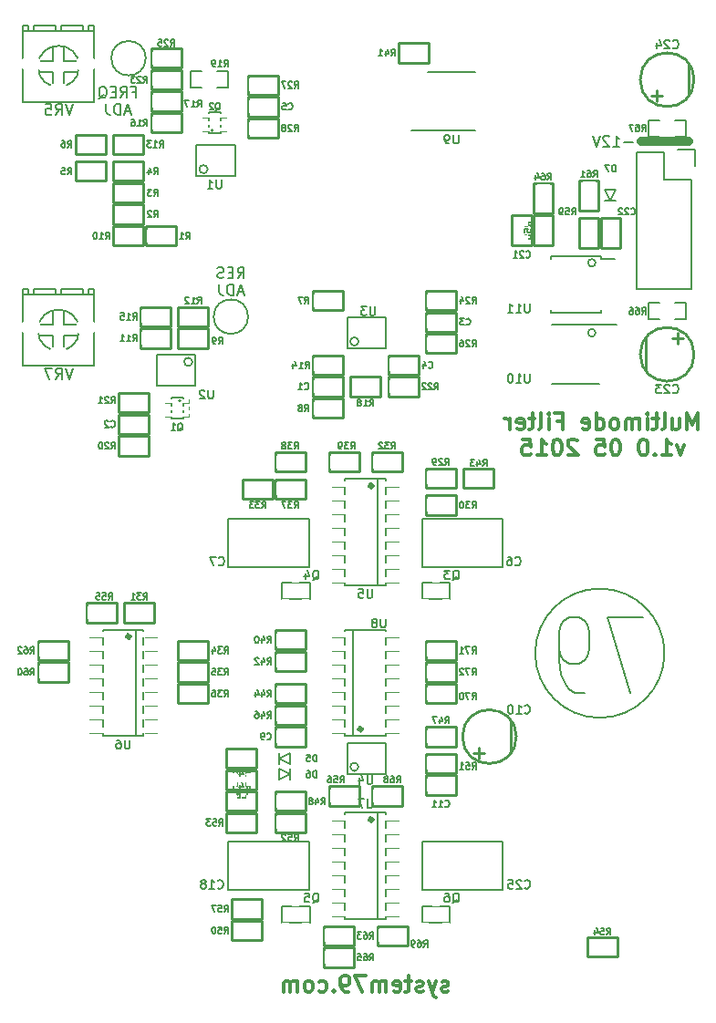
<source format=gbr>
%FSLAX46Y46*%
G04 Gerber Fmt 4.6, Leading zero omitted, Abs format (unit mm)*
G04 Created by KiCad (PCBNEW (2014-09-02 BZR 5112)-product) date 2015-05-06 10:35:48 PM*
%MOMM*%
G01*
G04 APERTURE LIST*
%ADD10C,0.100000*%
%ADD11C,0.300000*%
%ADD12C,0.812800*%
%ADD13C,0.152400*%
%ADD14C,0.200000*%
%ADD15C,0.254000*%
%ADD16C,0.250000*%
%ADD17C,0.150000*%
%ADD18C,0.127000*%
%ADD19C,0.203200*%
%ADD20C,0.066040*%
%ADD21C,0.381000*%
%ADD22R,0.812800X1.143000*%
%ADD23R,1.400000X1.400000*%
%ADD24C,1.400000*%
%ADD25R,1.143000X0.812800*%
%ADD26R,1.200000X1.200000*%
%ADD27C,1.200000*%
%ADD28R,0.609600X0.762000*%
%ADD29R,0.762000X0.609600*%
%ADD30R,1.727200X1.727200*%
%ADD31O,1.727200X1.727200*%
%ADD32R,0.701040X1.000760*%
%ADD33C,2.250000*%
%ADD34C,2.500000*%
%ADD35R,1.500000X0.450000*%
%ADD36R,1.450000X0.450000*%
%ADD37C,1.778000*%
%ADD38C,1.998980*%
%ADD39C,1.524000*%
%ADD40R,0.797560X0.398780*%
%ADD41R,1.300480X0.299720*%
%ADD42R,2.199640X0.599440*%
%ADD43R,1.143000X1.397000*%
%ADD44O,3.500000X5.000000*%
%ADD45O,2.000000X3.500000*%
%ADD46O,3.500000X3.500000*%
G04 APERTURE END LIST*
D10*
D11*
X52178571Y-103107143D02*
X52035714Y-103178571D01*
X51749999Y-103178571D01*
X51607142Y-103107143D01*
X51535714Y-102964286D01*
X51535714Y-102892857D01*
X51607142Y-102750000D01*
X51749999Y-102678571D01*
X51964285Y-102678571D01*
X52107142Y-102607143D01*
X52178571Y-102464286D01*
X52178571Y-102392857D01*
X52107142Y-102250000D01*
X51964285Y-102178571D01*
X51749999Y-102178571D01*
X51607142Y-102250000D01*
X51035713Y-102178571D02*
X50678570Y-103178571D01*
X50321428Y-102178571D02*
X50678570Y-103178571D01*
X50821428Y-103535714D01*
X50892856Y-103607143D01*
X51035713Y-103678571D01*
X49821428Y-103107143D02*
X49678571Y-103178571D01*
X49392856Y-103178571D01*
X49249999Y-103107143D01*
X49178571Y-102964286D01*
X49178571Y-102892857D01*
X49249999Y-102750000D01*
X49392856Y-102678571D01*
X49607142Y-102678571D01*
X49749999Y-102607143D01*
X49821428Y-102464286D01*
X49821428Y-102392857D01*
X49749999Y-102250000D01*
X49607142Y-102178571D01*
X49392856Y-102178571D01*
X49249999Y-102250000D01*
X48749999Y-102178571D02*
X48178570Y-102178571D01*
X48535713Y-101678571D02*
X48535713Y-102964286D01*
X48464285Y-103107143D01*
X48321427Y-103178571D01*
X48178570Y-103178571D01*
X47107142Y-103107143D02*
X47249999Y-103178571D01*
X47535713Y-103178571D01*
X47678570Y-103107143D01*
X47749999Y-102964286D01*
X47749999Y-102392857D01*
X47678570Y-102250000D01*
X47535713Y-102178571D01*
X47249999Y-102178571D01*
X47107142Y-102250000D01*
X47035713Y-102392857D01*
X47035713Y-102535714D01*
X47749999Y-102678571D01*
X46392856Y-103178571D02*
X46392856Y-102178571D01*
X46392856Y-102321429D02*
X46321428Y-102250000D01*
X46178570Y-102178571D01*
X45964285Y-102178571D01*
X45821428Y-102250000D01*
X45749999Y-102392857D01*
X45749999Y-103178571D01*
X45749999Y-102392857D02*
X45678570Y-102250000D01*
X45535713Y-102178571D01*
X45321428Y-102178571D01*
X45178570Y-102250000D01*
X45107142Y-102392857D01*
X45107142Y-103178571D01*
X44535713Y-101678571D02*
X43535713Y-101678571D01*
X44178570Y-103178571D01*
X42892857Y-103178571D02*
X42607142Y-103178571D01*
X42464285Y-103107143D01*
X42392857Y-103035714D01*
X42249999Y-102821429D01*
X42178571Y-102535714D01*
X42178571Y-101964286D01*
X42249999Y-101821429D01*
X42321428Y-101750000D01*
X42464285Y-101678571D01*
X42749999Y-101678571D01*
X42892857Y-101750000D01*
X42964285Y-101821429D01*
X43035714Y-101964286D01*
X43035714Y-102321429D01*
X42964285Y-102464286D01*
X42892857Y-102535714D01*
X42749999Y-102607143D01*
X42464285Y-102607143D01*
X42321428Y-102535714D01*
X42249999Y-102464286D01*
X42178571Y-102321429D01*
X41535714Y-103035714D02*
X41464286Y-103107143D01*
X41535714Y-103178571D01*
X41607143Y-103107143D01*
X41535714Y-103035714D01*
X41535714Y-103178571D01*
X40178571Y-103107143D02*
X40321428Y-103178571D01*
X40607142Y-103178571D01*
X40750000Y-103107143D01*
X40821428Y-103035714D01*
X40892857Y-102892857D01*
X40892857Y-102464286D01*
X40821428Y-102321429D01*
X40750000Y-102250000D01*
X40607142Y-102178571D01*
X40321428Y-102178571D01*
X40178571Y-102250000D01*
X39321428Y-103178571D02*
X39464286Y-103107143D01*
X39535714Y-103035714D01*
X39607143Y-102892857D01*
X39607143Y-102464286D01*
X39535714Y-102321429D01*
X39464286Y-102250000D01*
X39321428Y-102178571D01*
X39107143Y-102178571D01*
X38964286Y-102250000D01*
X38892857Y-102321429D01*
X38821428Y-102464286D01*
X38821428Y-102892857D01*
X38892857Y-103035714D01*
X38964286Y-103107143D01*
X39107143Y-103178571D01*
X39321428Y-103178571D01*
X38178571Y-103178571D02*
X38178571Y-102178571D01*
X38178571Y-102321429D02*
X38107143Y-102250000D01*
X37964285Y-102178571D01*
X37750000Y-102178571D01*
X37607143Y-102250000D01*
X37535714Y-102392857D01*
X37535714Y-103178571D01*
X37535714Y-102392857D02*
X37464285Y-102250000D01*
X37321428Y-102178571D01*
X37107143Y-102178571D01*
X36964285Y-102250000D01*
X36892857Y-102392857D01*
X36892857Y-103178571D01*
X75357142Y-50978571D02*
X75357142Y-49478571D01*
X74857142Y-50550000D01*
X74357142Y-49478571D01*
X74357142Y-50978571D01*
X72999999Y-49978571D02*
X72999999Y-50978571D01*
X73642856Y-49978571D02*
X73642856Y-50764286D01*
X73571428Y-50907143D01*
X73428570Y-50978571D01*
X73214285Y-50978571D01*
X73071428Y-50907143D01*
X72999999Y-50835714D01*
X72071427Y-50978571D02*
X72214285Y-50907143D01*
X72285713Y-50764286D01*
X72285713Y-49478571D01*
X71714285Y-49978571D02*
X71142856Y-49978571D01*
X71499999Y-49478571D02*
X71499999Y-50764286D01*
X71428571Y-50907143D01*
X71285713Y-50978571D01*
X71142856Y-50978571D01*
X70642856Y-50978571D02*
X70642856Y-49978571D01*
X70642856Y-49478571D02*
X70714285Y-49550000D01*
X70642856Y-49621429D01*
X70571428Y-49550000D01*
X70642856Y-49478571D01*
X70642856Y-49621429D01*
X69928570Y-50978571D02*
X69928570Y-49978571D01*
X69928570Y-50121429D02*
X69857142Y-50050000D01*
X69714284Y-49978571D01*
X69499999Y-49978571D01*
X69357142Y-50050000D01*
X69285713Y-50192857D01*
X69285713Y-50978571D01*
X69285713Y-50192857D02*
X69214284Y-50050000D01*
X69071427Y-49978571D01*
X68857142Y-49978571D01*
X68714284Y-50050000D01*
X68642856Y-50192857D01*
X68642856Y-50978571D01*
X67714284Y-50978571D02*
X67857142Y-50907143D01*
X67928570Y-50835714D01*
X67999999Y-50692857D01*
X67999999Y-50264286D01*
X67928570Y-50121429D01*
X67857142Y-50050000D01*
X67714284Y-49978571D01*
X67499999Y-49978571D01*
X67357142Y-50050000D01*
X67285713Y-50121429D01*
X67214284Y-50264286D01*
X67214284Y-50692857D01*
X67285713Y-50835714D01*
X67357142Y-50907143D01*
X67499999Y-50978571D01*
X67714284Y-50978571D01*
X65928570Y-50978571D02*
X65928570Y-49478571D01*
X65928570Y-50907143D02*
X66071427Y-50978571D01*
X66357141Y-50978571D01*
X66499999Y-50907143D01*
X66571427Y-50835714D01*
X66642856Y-50692857D01*
X66642856Y-50264286D01*
X66571427Y-50121429D01*
X66499999Y-50050000D01*
X66357141Y-49978571D01*
X66071427Y-49978571D01*
X65928570Y-50050000D01*
X64642856Y-50907143D02*
X64785713Y-50978571D01*
X65071427Y-50978571D01*
X65214284Y-50907143D01*
X65285713Y-50764286D01*
X65285713Y-50192857D01*
X65214284Y-50050000D01*
X65071427Y-49978571D01*
X64785713Y-49978571D01*
X64642856Y-50050000D01*
X64571427Y-50192857D01*
X64571427Y-50335714D01*
X65285713Y-50478571D01*
X62285713Y-50192857D02*
X62785713Y-50192857D01*
X62785713Y-50978571D02*
X62785713Y-49478571D01*
X62071427Y-49478571D01*
X61499999Y-50978571D02*
X61499999Y-49978571D01*
X61499999Y-49478571D02*
X61571428Y-49550000D01*
X61499999Y-49621429D01*
X61428571Y-49550000D01*
X61499999Y-49478571D01*
X61499999Y-49621429D01*
X60571427Y-50978571D02*
X60714285Y-50907143D01*
X60785713Y-50764286D01*
X60785713Y-49478571D01*
X60214285Y-49978571D02*
X59642856Y-49978571D01*
X59999999Y-49478571D02*
X59999999Y-50764286D01*
X59928571Y-50907143D01*
X59785713Y-50978571D01*
X59642856Y-50978571D01*
X58571428Y-50907143D02*
X58714285Y-50978571D01*
X58999999Y-50978571D01*
X59142856Y-50907143D01*
X59214285Y-50764286D01*
X59214285Y-50192857D01*
X59142856Y-50050000D01*
X58999999Y-49978571D01*
X58714285Y-49978571D01*
X58571428Y-50050000D01*
X58499999Y-50192857D01*
X58499999Y-50335714D01*
X59214285Y-50478571D01*
X57857142Y-50978571D02*
X57857142Y-49978571D01*
X57857142Y-50264286D02*
X57785714Y-50121429D01*
X57714285Y-50050000D01*
X57571428Y-49978571D01*
X57428571Y-49978571D01*
X74071426Y-52378571D02*
X73714283Y-53378571D01*
X73357141Y-52378571D01*
X71999998Y-53378571D02*
X72857141Y-53378571D01*
X72428569Y-53378571D02*
X72428569Y-51878571D01*
X72571426Y-52092857D01*
X72714284Y-52235714D01*
X72857141Y-52307143D01*
X71357141Y-53235714D02*
X71285713Y-53307143D01*
X71357141Y-53378571D01*
X71428570Y-53307143D01*
X71357141Y-53235714D01*
X71357141Y-53378571D01*
X70357141Y-51878571D02*
X70214284Y-51878571D01*
X70071427Y-51950000D01*
X69999998Y-52021429D01*
X69928569Y-52164286D01*
X69857141Y-52450000D01*
X69857141Y-52807143D01*
X69928569Y-53092857D01*
X69999998Y-53235714D01*
X70071427Y-53307143D01*
X70214284Y-53378571D01*
X70357141Y-53378571D01*
X70499998Y-53307143D01*
X70571427Y-53235714D01*
X70642855Y-53092857D01*
X70714284Y-52807143D01*
X70714284Y-52450000D01*
X70642855Y-52164286D01*
X70571427Y-52021429D01*
X70499998Y-51950000D01*
X70357141Y-51878571D01*
X67785713Y-51878571D02*
X67642856Y-51878571D01*
X67499999Y-51950000D01*
X67428570Y-52021429D01*
X67357141Y-52164286D01*
X67285713Y-52450000D01*
X67285713Y-52807143D01*
X67357141Y-53092857D01*
X67428570Y-53235714D01*
X67499999Y-53307143D01*
X67642856Y-53378571D01*
X67785713Y-53378571D01*
X67928570Y-53307143D01*
X67999999Y-53235714D01*
X68071427Y-53092857D01*
X68142856Y-52807143D01*
X68142856Y-52450000D01*
X68071427Y-52164286D01*
X67999999Y-52021429D01*
X67928570Y-51950000D01*
X67785713Y-51878571D01*
X65928570Y-51878571D02*
X66642856Y-51878571D01*
X66714285Y-52592857D01*
X66642856Y-52521429D01*
X66499999Y-52450000D01*
X66142856Y-52450000D01*
X65999999Y-52521429D01*
X65928570Y-52592857D01*
X65857142Y-52735714D01*
X65857142Y-53092857D01*
X65928570Y-53235714D01*
X65999999Y-53307143D01*
X66142856Y-53378571D01*
X66499999Y-53378571D01*
X66642856Y-53307143D01*
X66714285Y-53235714D01*
X64142857Y-52021429D02*
X64071428Y-51950000D01*
X63928571Y-51878571D01*
X63571428Y-51878571D01*
X63428571Y-51950000D01*
X63357142Y-52021429D01*
X63285714Y-52164286D01*
X63285714Y-52307143D01*
X63357142Y-52521429D01*
X64214285Y-53378571D01*
X63285714Y-53378571D01*
X62357143Y-51878571D02*
X62214286Y-51878571D01*
X62071429Y-51950000D01*
X62000000Y-52021429D01*
X61928571Y-52164286D01*
X61857143Y-52450000D01*
X61857143Y-52807143D01*
X61928571Y-53092857D01*
X62000000Y-53235714D01*
X62071429Y-53307143D01*
X62214286Y-53378571D01*
X62357143Y-53378571D01*
X62500000Y-53307143D01*
X62571429Y-53235714D01*
X62642857Y-53092857D01*
X62714286Y-52807143D01*
X62714286Y-52450000D01*
X62642857Y-52164286D01*
X62571429Y-52021429D01*
X62500000Y-51950000D01*
X62357143Y-51878571D01*
X60428572Y-53378571D02*
X61285715Y-53378571D01*
X60857143Y-53378571D02*
X60857143Y-51878571D01*
X61000000Y-52092857D01*
X61142858Y-52235714D01*
X61285715Y-52307143D01*
X59071429Y-51878571D02*
X59785715Y-51878571D01*
X59857144Y-52592857D01*
X59785715Y-52521429D01*
X59642858Y-52450000D01*
X59285715Y-52450000D01*
X59142858Y-52521429D01*
X59071429Y-52592857D01*
X59000001Y-52735714D01*
X59000001Y-53092857D01*
X59071429Y-53235714D01*
X59142858Y-53307143D01*
X59285715Y-53378571D01*
X59642858Y-53378571D01*
X59785715Y-53307143D01*
X59857144Y-53235714D01*
D12*
X70104000Y-24250000D02*
X74500000Y-24250000D01*
D13*
X69290095Y-24322571D02*
X68516000Y-24322571D01*
X67500000Y-24709619D02*
X68080571Y-24709619D01*
X67790285Y-24709619D02*
X67790285Y-23693619D01*
X67887047Y-23838762D01*
X67983809Y-23935524D01*
X68080571Y-23983905D01*
X67112952Y-23790381D02*
X67064571Y-23742000D01*
X66967809Y-23693619D01*
X66725905Y-23693619D01*
X66629143Y-23742000D01*
X66580762Y-23790381D01*
X66532381Y-23887143D01*
X66532381Y-23983905D01*
X66580762Y-24129048D01*
X67161333Y-24709619D01*
X66532381Y-24709619D01*
X66242095Y-23693619D02*
X65903428Y-24709619D01*
X65564762Y-23693619D01*
X32628952Y-36922219D02*
X32967618Y-36438410D01*
X33209523Y-36922219D02*
X33209523Y-35906219D01*
X32822476Y-35906219D01*
X32725714Y-35954600D01*
X32677333Y-36002981D01*
X32628952Y-36099743D01*
X32628952Y-36244886D01*
X32677333Y-36341648D01*
X32725714Y-36390029D01*
X32822476Y-36438410D01*
X33209523Y-36438410D01*
X32193523Y-36390029D02*
X31854857Y-36390029D01*
X31709714Y-36922219D02*
X32193523Y-36922219D01*
X32193523Y-35906219D01*
X31709714Y-35906219D01*
X31322666Y-36873838D02*
X31177523Y-36922219D01*
X30935619Y-36922219D01*
X30838857Y-36873838D01*
X30790476Y-36825457D01*
X30742095Y-36728695D01*
X30742095Y-36631933D01*
X30790476Y-36535171D01*
X30838857Y-36486790D01*
X30935619Y-36438410D01*
X31129142Y-36390029D01*
X31225904Y-36341648D01*
X31274285Y-36293267D01*
X31322666Y-36196505D01*
X31322666Y-36099743D01*
X31274285Y-36002981D01*
X31225904Y-35954600D01*
X31129142Y-35906219D01*
X30887238Y-35906219D01*
X30742095Y-35954600D01*
X33136952Y-38206733D02*
X32653143Y-38206733D01*
X33233714Y-38497019D02*
X32895047Y-37481019D01*
X32556381Y-38497019D01*
X32217714Y-38497019D02*
X32217714Y-37481019D01*
X31975809Y-37481019D01*
X31830667Y-37529400D01*
X31733905Y-37626162D01*
X31685524Y-37722924D01*
X31637143Y-37916448D01*
X31637143Y-38061590D01*
X31685524Y-38255114D01*
X31733905Y-38351876D01*
X31830667Y-38448638D01*
X31975809Y-38497019D01*
X32217714Y-38497019D01*
X30911429Y-37481019D02*
X30911429Y-38206733D01*
X30959809Y-38351876D01*
X31056571Y-38448638D01*
X31201714Y-38497019D01*
X31298476Y-38497019D01*
D14*
X65853553Y-35500000D02*
G75*
G03X65853553Y-35500000I-353553J0D01*
G74*
G01*
X65853553Y-42000000D02*
G75*
G03X65853553Y-42000000I-353553J0D01*
G74*
G01*
D13*
X22854667Y-19640029D02*
X23193333Y-19640029D01*
X23193333Y-20172219D02*
X23193333Y-19156219D01*
X22709524Y-19156219D01*
X21741905Y-20172219D02*
X22080571Y-19688410D01*
X22322476Y-20172219D02*
X22322476Y-19156219D01*
X21935429Y-19156219D01*
X21838667Y-19204600D01*
X21790286Y-19252981D01*
X21741905Y-19349743D01*
X21741905Y-19494886D01*
X21790286Y-19591648D01*
X21838667Y-19640029D01*
X21935429Y-19688410D01*
X22322476Y-19688410D01*
X21306476Y-19640029D02*
X20967810Y-19640029D01*
X20822667Y-20172219D02*
X21306476Y-20172219D01*
X21306476Y-19156219D01*
X20822667Y-19156219D01*
X19709905Y-20268981D02*
X19806667Y-20220600D01*
X19903429Y-20123838D01*
X20048572Y-19978695D01*
X20145333Y-19930314D01*
X20242095Y-19930314D01*
X20193714Y-20172219D02*
X20290476Y-20123838D01*
X20387238Y-20027076D01*
X20435619Y-19833552D01*
X20435619Y-19494886D01*
X20387238Y-19301362D01*
X20290476Y-19204600D01*
X20193714Y-19156219D01*
X20000191Y-19156219D01*
X19903429Y-19204600D01*
X19806667Y-19301362D01*
X19758286Y-19494886D01*
X19758286Y-19833552D01*
X19806667Y-20027076D01*
X19903429Y-20123838D01*
X20000191Y-20172219D01*
X20193714Y-20172219D01*
X22636952Y-21456733D02*
X22153143Y-21456733D01*
X22733714Y-21747019D02*
X22395047Y-20731019D01*
X22056381Y-21747019D01*
X21717714Y-21747019D02*
X21717714Y-20731019D01*
X21475809Y-20731019D01*
X21330667Y-20779400D01*
X21233905Y-20876162D01*
X21185524Y-20972924D01*
X21137143Y-21166448D01*
X21137143Y-21311590D01*
X21185524Y-21505114D01*
X21233905Y-21601876D01*
X21330667Y-21698638D01*
X21475809Y-21747019D01*
X21717714Y-21747019D01*
X20411429Y-20731019D02*
X20411429Y-21456733D01*
X20459809Y-21601876D01*
X20556571Y-21698638D01*
X20701714Y-21747019D01*
X20798476Y-21747019D01*
D15*
X42400000Y-47900000D02*
X39600000Y-47900000D01*
X39600000Y-47900000D02*
X39600000Y-46100000D01*
X39600000Y-46100000D02*
X42400000Y-46100000D01*
X42400000Y-46100000D02*
X42400000Y-47900000D01*
X21600000Y-49600000D02*
X24400000Y-49600000D01*
X24400000Y-49600000D02*
X24400000Y-51400000D01*
X24400000Y-51400000D02*
X21600000Y-51400000D01*
X21600000Y-51400000D02*
X21600000Y-49600000D01*
X52900000Y-41900000D02*
X50100000Y-41900000D01*
X50100000Y-41900000D02*
X50100000Y-40100000D01*
X50100000Y-40100000D02*
X52900000Y-40100000D01*
X52900000Y-40100000D02*
X52900000Y-41900000D01*
X46600000Y-44100000D02*
X49400000Y-44100000D01*
X49400000Y-44100000D02*
X49400000Y-45900000D01*
X49400000Y-45900000D02*
X46600000Y-45900000D01*
X46600000Y-45900000D02*
X46600000Y-44100000D01*
X36400000Y-21900000D02*
X33600000Y-21900000D01*
X33600000Y-21900000D02*
X33600000Y-20100000D01*
X33600000Y-20100000D02*
X36400000Y-20100000D01*
X36400000Y-20100000D02*
X36400000Y-21900000D01*
X31600000Y-82600000D02*
X34400000Y-82600000D01*
X34400000Y-82600000D02*
X34400000Y-84400000D01*
X34400000Y-84400000D02*
X31600000Y-84400000D01*
X31600000Y-84400000D02*
X31600000Y-82600000D01*
X38900000Y-80400000D02*
X36100000Y-80400000D01*
X36100000Y-80400000D02*
X36100000Y-78600000D01*
X36100000Y-78600000D02*
X38900000Y-78600000D01*
X38900000Y-78600000D02*
X38900000Y-80400000D01*
D16*
X55500000Y-81000000D02*
X54500000Y-81000000D01*
X55000000Y-81500000D02*
X55000000Y-80500000D01*
X58000000Y-81000000D02*
X58000000Y-78000000D01*
X58500000Y-79500000D02*
G75*
G03X58500000Y-79500000I-2500000J0D01*
G74*
G01*
D15*
X52900000Y-84900000D02*
X50100000Y-84900000D01*
X50100000Y-84900000D02*
X50100000Y-83100000D01*
X50100000Y-83100000D02*
X52900000Y-83100000D01*
X52900000Y-83100000D02*
X52900000Y-84900000D01*
X59900000Y-31100000D02*
X59900000Y-33900000D01*
X59900000Y-33900000D02*
X58100000Y-33900000D01*
X58100000Y-33900000D02*
X58100000Y-31100000D01*
X58100000Y-31100000D02*
X59900000Y-31100000D01*
X68150000Y-31350000D02*
X68150000Y-34150000D01*
X68150000Y-34150000D02*
X66350000Y-34150000D01*
X66350000Y-34150000D02*
X66350000Y-31350000D01*
X66350000Y-31350000D02*
X68150000Y-31350000D01*
D16*
X73000000Y-42500000D02*
X74000000Y-42500000D01*
X73500000Y-42000000D02*
X73500000Y-43000000D01*
X70500000Y-42500000D02*
X70500000Y-45500000D01*
X75000000Y-44000000D02*
G75*
G03X75000000Y-44000000I-2500000J0D01*
G74*
G01*
X72000000Y-20000000D02*
X71000000Y-20000000D01*
X71500000Y-20500000D02*
X71500000Y-19500000D01*
X74500000Y-20000000D02*
X74500000Y-17000000D01*
X75000000Y-18500000D02*
G75*
G03X75000000Y-18500000I-2500000J0D01*
G74*
G01*
D17*
X36492000Y-80992000D02*
X36492000Y-82008000D01*
X37508000Y-80992000D02*
X37508000Y-82008000D01*
X37508000Y-82008000D02*
X36492000Y-81500000D01*
X36492000Y-81500000D02*
X37508000Y-80992000D01*
X37508000Y-83508000D02*
X37508000Y-82492000D01*
X36492000Y-83508000D02*
X36492000Y-82492000D01*
X36492000Y-82492000D02*
X37508000Y-83000000D01*
X37508000Y-83000000D02*
X36492000Y-83508000D01*
X66742000Y-29758000D02*
X67758000Y-29758000D01*
X66742000Y-28742000D02*
X67758000Y-28742000D01*
X67758000Y-28742000D02*
X67250000Y-29758000D01*
X67250000Y-29758000D02*
X66742000Y-28742000D01*
X69690000Y-25230000D02*
X69690000Y-37930000D01*
X69690000Y-37930000D02*
X74770000Y-37930000D01*
X74770000Y-37930000D02*
X74770000Y-27770000D01*
X69690000Y-25230000D02*
X72230000Y-25230000D01*
X73500000Y-24950000D02*
X75050000Y-24950000D01*
X72230000Y-25230000D02*
X72230000Y-27770000D01*
X72230000Y-27770000D02*
X74770000Y-27770000D01*
X75050000Y-24950000D02*
X75050000Y-26500000D01*
D18*
X49730000Y-66762000D02*
X52333500Y-66762000D01*
X52333500Y-66762000D02*
X52333500Y-65238000D01*
X52333500Y-65238000D02*
X49730000Y-65238000D01*
X49730000Y-65238000D02*
X49730000Y-66762000D01*
X36730000Y-66762000D02*
X39333500Y-66762000D01*
X39333500Y-66762000D02*
X39333500Y-65238000D01*
X39333500Y-65238000D02*
X36730000Y-65238000D01*
X36730000Y-65238000D02*
X36730000Y-66762000D01*
X36730000Y-96762000D02*
X39333500Y-96762000D01*
X39333500Y-96762000D02*
X39333500Y-95238000D01*
X39333500Y-95238000D02*
X36730000Y-95238000D01*
X36730000Y-95238000D02*
X36730000Y-96762000D01*
X49730000Y-96762000D02*
X52333500Y-96762000D01*
X52333500Y-96762000D02*
X52333500Y-95238000D01*
X52333500Y-95238000D02*
X49730000Y-95238000D01*
X49730000Y-95238000D02*
X49730000Y-96762000D01*
D15*
X24100000Y-32100000D02*
X26900000Y-32100000D01*
X26900000Y-32100000D02*
X26900000Y-33900000D01*
X26900000Y-33900000D02*
X24100000Y-33900000D01*
X24100000Y-33900000D02*
X24100000Y-32100000D01*
X21100000Y-30100000D02*
X23900000Y-30100000D01*
X23900000Y-30100000D02*
X23900000Y-31900000D01*
X23900000Y-31900000D02*
X21100000Y-31900000D01*
X21100000Y-31900000D02*
X21100000Y-30100000D01*
X21100000Y-28100000D02*
X23900000Y-28100000D01*
X23900000Y-28100000D02*
X23900000Y-29900000D01*
X23900000Y-29900000D02*
X21100000Y-29900000D01*
X21100000Y-29900000D02*
X21100000Y-28100000D01*
X21100000Y-26100000D02*
X23900000Y-26100000D01*
X23900000Y-26100000D02*
X23900000Y-27900000D01*
X23900000Y-27900000D02*
X21100000Y-27900000D01*
X21100000Y-27900000D02*
X21100000Y-26100000D01*
X20400000Y-27900000D02*
X17600000Y-27900000D01*
X17600000Y-27900000D02*
X17600000Y-26100000D01*
X17600000Y-26100000D02*
X20400000Y-26100000D01*
X20400000Y-26100000D02*
X20400000Y-27900000D01*
X20400000Y-25400000D02*
X17600000Y-25400000D01*
X17600000Y-25400000D02*
X17600000Y-23600000D01*
X17600000Y-23600000D02*
X20400000Y-23600000D01*
X20400000Y-23600000D02*
X20400000Y-25400000D01*
X39600000Y-38100000D02*
X42400000Y-38100000D01*
X42400000Y-38100000D02*
X42400000Y-39900000D01*
X42400000Y-39900000D02*
X39600000Y-39900000D01*
X39600000Y-39900000D02*
X39600000Y-38100000D01*
X39600000Y-48100000D02*
X42400000Y-48100000D01*
X42400000Y-48100000D02*
X42400000Y-49900000D01*
X42400000Y-49900000D02*
X39600000Y-49900000D01*
X39600000Y-49900000D02*
X39600000Y-48100000D01*
X27100000Y-41600000D02*
X29900000Y-41600000D01*
X29900000Y-41600000D02*
X29900000Y-43400000D01*
X29900000Y-43400000D02*
X27100000Y-43400000D01*
X27100000Y-43400000D02*
X27100000Y-41600000D01*
X21100000Y-32100000D02*
X23900000Y-32100000D01*
X23900000Y-32100000D02*
X23900000Y-33900000D01*
X23900000Y-33900000D02*
X21100000Y-33900000D01*
X21100000Y-33900000D02*
X21100000Y-32100000D01*
X26400000Y-43400000D02*
X23600000Y-43400000D01*
X23600000Y-43400000D02*
X23600000Y-41600000D01*
X23600000Y-41600000D02*
X26400000Y-41600000D01*
X26400000Y-41600000D02*
X26400000Y-43400000D01*
X27100000Y-39600000D02*
X29900000Y-39600000D01*
X29900000Y-39600000D02*
X29900000Y-41400000D01*
X29900000Y-41400000D02*
X27100000Y-41400000D01*
X27100000Y-41400000D02*
X27100000Y-39600000D01*
X23900000Y-25400000D02*
X21100000Y-25400000D01*
X21100000Y-25400000D02*
X21100000Y-23600000D01*
X21100000Y-23600000D02*
X23900000Y-23600000D01*
X23900000Y-23600000D02*
X23900000Y-25400000D01*
X42400000Y-45900000D02*
X39600000Y-45900000D01*
X39600000Y-45900000D02*
X39600000Y-44100000D01*
X39600000Y-44100000D02*
X42400000Y-44100000D01*
X42400000Y-44100000D02*
X42400000Y-45900000D01*
X26400000Y-41400000D02*
X23600000Y-41400000D01*
X23600000Y-41400000D02*
X23600000Y-39600000D01*
X23600000Y-39600000D02*
X26400000Y-39600000D01*
X26400000Y-39600000D02*
X26400000Y-41400000D01*
X27400000Y-23400000D02*
X24600000Y-23400000D01*
X24600000Y-23400000D02*
X24600000Y-21600000D01*
X24600000Y-21600000D02*
X27400000Y-21600000D01*
X27400000Y-21600000D02*
X27400000Y-23400000D01*
X27400000Y-21400000D02*
X24600000Y-21400000D01*
X24600000Y-21400000D02*
X24600000Y-19600000D01*
X24600000Y-19600000D02*
X27400000Y-19600000D01*
X27400000Y-19600000D02*
X27400000Y-21400000D01*
X45900000Y-47900000D02*
X43100000Y-47900000D01*
X43100000Y-47900000D02*
X43100000Y-46100000D01*
X43100000Y-46100000D02*
X45900000Y-46100000D01*
X45900000Y-46100000D02*
X45900000Y-47900000D01*
X24400000Y-53400000D02*
X21600000Y-53400000D01*
X21600000Y-53400000D02*
X21600000Y-51600000D01*
X21600000Y-51600000D02*
X24400000Y-51600000D01*
X24400000Y-51600000D02*
X24400000Y-53400000D01*
X24400000Y-49400000D02*
X21600000Y-49400000D01*
X21600000Y-49400000D02*
X21600000Y-47600000D01*
X21600000Y-47600000D02*
X24400000Y-47600000D01*
X24400000Y-47600000D02*
X24400000Y-49400000D01*
X49400000Y-47900000D02*
X46600000Y-47900000D01*
X46600000Y-47900000D02*
X46600000Y-46100000D01*
X46600000Y-46100000D02*
X49400000Y-46100000D01*
X49400000Y-46100000D02*
X49400000Y-47900000D01*
X27400000Y-19400000D02*
X24600000Y-19400000D01*
X24600000Y-19400000D02*
X24600000Y-17600000D01*
X24600000Y-17600000D02*
X27400000Y-17600000D01*
X27400000Y-17600000D02*
X27400000Y-19400000D01*
X50100000Y-38100000D02*
X52900000Y-38100000D01*
X52900000Y-38100000D02*
X52900000Y-39900000D01*
X52900000Y-39900000D02*
X50100000Y-39900000D01*
X50100000Y-39900000D02*
X50100000Y-38100000D01*
X27400000Y-17400000D02*
X24600000Y-17400000D01*
X24600000Y-17400000D02*
X24600000Y-15600000D01*
X24600000Y-15600000D02*
X27400000Y-15600000D01*
X27400000Y-15600000D02*
X27400000Y-17400000D01*
X52900000Y-43900000D02*
X50100000Y-43900000D01*
X50100000Y-43900000D02*
X50100000Y-42100000D01*
X50100000Y-42100000D02*
X52900000Y-42100000D01*
X52900000Y-42100000D02*
X52900000Y-43900000D01*
X33600000Y-18100000D02*
X36400000Y-18100000D01*
X36400000Y-18100000D02*
X36400000Y-19900000D01*
X36400000Y-19900000D02*
X33600000Y-19900000D01*
X33600000Y-19900000D02*
X33600000Y-18100000D01*
X33600000Y-22100000D02*
X36400000Y-22100000D01*
X36400000Y-22100000D02*
X36400000Y-23900000D01*
X36400000Y-23900000D02*
X33600000Y-23900000D01*
X33600000Y-23900000D02*
X33600000Y-22100000D01*
X50100000Y-54600000D02*
X52900000Y-54600000D01*
X52900000Y-54600000D02*
X52900000Y-56400000D01*
X52900000Y-56400000D02*
X50100000Y-56400000D01*
X50100000Y-56400000D02*
X50100000Y-54600000D01*
X52900000Y-58900000D02*
X50100000Y-58900000D01*
X50100000Y-58900000D02*
X50100000Y-57100000D01*
X50100000Y-57100000D02*
X52900000Y-57100000D01*
X52900000Y-57100000D02*
X52900000Y-58900000D01*
X24900000Y-68900000D02*
X22100000Y-68900000D01*
X22100000Y-68900000D02*
X22100000Y-67100000D01*
X22100000Y-67100000D02*
X24900000Y-67100000D01*
X24900000Y-67100000D02*
X24900000Y-68900000D01*
X47900000Y-54900000D02*
X45100000Y-54900000D01*
X45100000Y-54900000D02*
X45100000Y-53100000D01*
X45100000Y-53100000D02*
X47900000Y-53100000D01*
X47900000Y-53100000D02*
X47900000Y-54900000D01*
X33100000Y-55600000D02*
X35900000Y-55600000D01*
X35900000Y-55600000D02*
X35900000Y-57400000D01*
X35900000Y-57400000D02*
X33100000Y-57400000D01*
X33100000Y-57400000D02*
X33100000Y-55600000D01*
X27100000Y-70600000D02*
X29900000Y-70600000D01*
X29900000Y-70600000D02*
X29900000Y-72400000D01*
X29900000Y-72400000D02*
X27100000Y-72400000D01*
X27100000Y-72400000D02*
X27100000Y-70600000D01*
X27100000Y-72600000D02*
X29900000Y-72600000D01*
X29900000Y-72600000D02*
X29900000Y-74400000D01*
X29900000Y-74400000D02*
X27100000Y-74400000D01*
X27100000Y-74400000D02*
X27100000Y-72600000D01*
X29900000Y-76400000D02*
X27100000Y-76400000D01*
X27100000Y-76400000D02*
X27100000Y-74600000D01*
X27100000Y-74600000D02*
X29900000Y-74600000D01*
X29900000Y-74600000D02*
X29900000Y-76400000D01*
X38900000Y-57400000D02*
X36100000Y-57400000D01*
X36100000Y-57400000D02*
X36100000Y-55600000D01*
X36100000Y-55600000D02*
X38900000Y-55600000D01*
X38900000Y-55600000D02*
X38900000Y-57400000D01*
X36100000Y-53100000D02*
X38900000Y-53100000D01*
X38900000Y-53100000D02*
X38900000Y-54900000D01*
X38900000Y-54900000D02*
X36100000Y-54900000D01*
X36100000Y-54900000D02*
X36100000Y-53100000D01*
X41100000Y-53100000D02*
X43900000Y-53100000D01*
X43900000Y-53100000D02*
X43900000Y-54900000D01*
X43900000Y-54900000D02*
X41100000Y-54900000D01*
X41100000Y-54900000D02*
X41100000Y-53100000D01*
X38900000Y-71400000D02*
X36100000Y-71400000D01*
X36100000Y-71400000D02*
X36100000Y-69600000D01*
X36100000Y-69600000D02*
X38900000Y-69600000D01*
X38900000Y-69600000D02*
X38900000Y-71400000D01*
X47600000Y-15100000D02*
X50400000Y-15100000D01*
X50400000Y-15100000D02*
X50400000Y-16900000D01*
X50400000Y-16900000D02*
X47600000Y-16900000D01*
X47600000Y-16900000D02*
X47600000Y-15100000D01*
X38900000Y-73400000D02*
X36100000Y-73400000D01*
X36100000Y-73400000D02*
X36100000Y-71600000D01*
X36100000Y-71600000D02*
X38900000Y-71600000D01*
X38900000Y-71600000D02*
X38900000Y-73400000D01*
X56400000Y-56400000D02*
X53600000Y-56400000D01*
X53600000Y-56400000D02*
X53600000Y-54600000D01*
X53600000Y-54600000D02*
X56400000Y-54600000D01*
X56400000Y-54600000D02*
X56400000Y-56400000D01*
X38900000Y-76400000D02*
X36100000Y-76400000D01*
X36100000Y-76400000D02*
X36100000Y-74600000D01*
X36100000Y-74600000D02*
X38900000Y-74600000D01*
X38900000Y-74600000D02*
X38900000Y-76400000D01*
X34400000Y-86400000D02*
X31600000Y-86400000D01*
X31600000Y-86400000D02*
X31600000Y-84600000D01*
X31600000Y-84600000D02*
X34400000Y-84600000D01*
X34400000Y-84600000D02*
X34400000Y-86400000D01*
X36100000Y-76600000D02*
X38900000Y-76600000D01*
X38900000Y-76600000D02*
X38900000Y-78400000D01*
X38900000Y-78400000D02*
X36100000Y-78400000D01*
X36100000Y-78400000D02*
X36100000Y-76600000D01*
X50100000Y-78600000D02*
X52900000Y-78600000D01*
X52900000Y-78600000D02*
X52900000Y-80400000D01*
X52900000Y-80400000D02*
X50100000Y-80400000D01*
X50100000Y-80400000D02*
X50100000Y-78600000D01*
X38900000Y-86400000D02*
X36100000Y-86400000D01*
X36100000Y-86400000D02*
X36100000Y-84600000D01*
X36100000Y-84600000D02*
X38900000Y-84600000D01*
X38900000Y-84600000D02*
X38900000Y-86400000D01*
X31600000Y-80600000D02*
X34400000Y-80600000D01*
X34400000Y-80600000D02*
X34400000Y-82400000D01*
X34400000Y-82400000D02*
X31600000Y-82400000D01*
X31600000Y-82400000D02*
X31600000Y-80600000D01*
X32100000Y-94600000D02*
X34900000Y-94600000D01*
X34900000Y-94600000D02*
X34900000Y-96400000D01*
X34900000Y-96400000D02*
X32100000Y-96400000D01*
X32100000Y-96400000D02*
X32100000Y-94600000D01*
X52900000Y-82900000D02*
X50100000Y-82900000D01*
X50100000Y-82900000D02*
X50100000Y-81100000D01*
X50100000Y-81100000D02*
X52900000Y-81100000D01*
X52900000Y-81100000D02*
X52900000Y-82900000D01*
X36100000Y-86600000D02*
X38900000Y-86600000D01*
X38900000Y-86600000D02*
X38900000Y-88400000D01*
X38900000Y-88400000D02*
X36100000Y-88400000D01*
X36100000Y-88400000D02*
X36100000Y-86600000D01*
X31600000Y-86600000D02*
X34400000Y-86600000D01*
X34400000Y-86600000D02*
X34400000Y-88400000D01*
X34400000Y-88400000D02*
X31600000Y-88400000D01*
X31600000Y-88400000D02*
X31600000Y-86600000D01*
X67900000Y-99900000D02*
X65100000Y-99900000D01*
X65100000Y-99900000D02*
X65100000Y-98100000D01*
X65100000Y-98100000D02*
X67900000Y-98100000D01*
X67900000Y-98100000D02*
X67900000Y-99900000D01*
X18600000Y-67100000D02*
X21400000Y-67100000D01*
X21400000Y-67100000D02*
X21400000Y-68900000D01*
X21400000Y-68900000D02*
X18600000Y-68900000D01*
X18600000Y-68900000D02*
X18600000Y-67100000D01*
X41100000Y-84100000D02*
X43900000Y-84100000D01*
X43900000Y-84100000D02*
X43900000Y-85900000D01*
X43900000Y-85900000D02*
X41100000Y-85900000D01*
X41100000Y-85900000D02*
X41100000Y-84100000D01*
X34900000Y-98400000D02*
X32100000Y-98400000D01*
X32100000Y-98400000D02*
X32100000Y-96600000D01*
X32100000Y-96600000D02*
X34900000Y-96600000D01*
X34900000Y-96600000D02*
X34900000Y-98400000D01*
X61900000Y-31100000D02*
X61900000Y-33900000D01*
X61900000Y-33900000D02*
X60100000Y-33900000D01*
X60100000Y-33900000D02*
X60100000Y-31100000D01*
X60100000Y-31100000D02*
X61900000Y-31100000D01*
X64350000Y-34150000D02*
X64350000Y-31350000D01*
X64350000Y-31350000D02*
X66150000Y-31350000D01*
X66150000Y-31350000D02*
X66150000Y-34150000D01*
X66150000Y-34150000D02*
X64350000Y-34150000D01*
X16900000Y-74400000D02*
X14100000Y-74400000D01*
X14100000Y-74400000D02*
X14100000Y-72600000D01*
X14100000Y-72600000D02*
X16900000Y-72600000D01*
X16900000Y-72600000D02*
X16900000Y-74400000D01*
X64350000Y-30650000D02*
X64350000Y-27850000D01*
X64350000Y-27850000D02*
X66150000Y-27850000D01*
X66150000Y-27850000D02*
X66150000Y-30650000D01*
X66150000Y-30650000D02*
X64350000Y-30650000D01*
X14100000Y-70600000D02*
X16900000Y-70600000D01*
X16900000Y-70600000D02*
X16900000Y-72400000D01*
X16900000Y-72400000D02*
X14100000Y-72400000D01*
X14100000Y-72400000D02*
X14100000Y-70600000D01*
X43400000Y-98900000D02*
X40600000Y-98900000D01*
X40600000Y-98900000D02*
X40600000Y-97100000D01*
X40600000Y-97100000D02*
X43400000Y-97100000D01*
X43400000Y-97100000D02*
X43400000Y-98900000D01*
X60100000Y-30900000D02*
X60100000Y-28100000D01*
X60100000Y-28100000D02*
X61900000Y-28100000D01*
X61900000Y-28100000D02*
X61900000Y-30900000D01*
X61900000Y-30900000D02*
X60100000Y-30900000D01*
X40600000Y-99100000D02*
X43400000Y-99100000D01*
X43400000Y-99100000D02*
X43400000Y-100900000D01*
X43400000Y-100900000D02*
X40600000Y-100900000D01*
X40600000Y-100900000D02*
X40600000Y-99100000D01*
X47900000Y-85900000D02*
X45100000Y-85900000D01*
X45100000Y-85900000D02*
X45100000Y-84100000D01*
X45100000Y-84100000D02*
X47900000Y-84100000D01*
X47900000Y-84100000D02*
X47900000Y-85900000D01*
X45600000Y-97100000D02*
X48400000Y-97100000D01*
X48400000Y-97100000D02*
X48400000Y-98900000D01*
X48400000Y-98900000D02*
X45600000Y-98900000D01*
X45600000Y-98900000D02*
X45600000Y-97100000D01*
X50100000Y-74600000D02*
X52900000Y-74600000D01*
X52900000Y-74600000D02*
X52900000Y-76400000D01*
X52900000Y-76400000D02*
X50100000Y-76400000D01*
X50100000Y-76400000D02*
X50100000Y-74600000D01*
X50100000Y-70600000D02*
X52900000Y-70600000D01*
X52900000Y-70600000D02*
X52900000Y-72400000D01*
X52900000Y-72400000D02*
X50100000Y-72400000D01*
X50100000Y-72400000D02*
X50100000Y-70600000D01*
X50100000Y-72600000D02*
X52900000Y-72600000D01*
X52900000Y-72600000D02*
X52900000Y-74400000D01*
X52900000Y-74400000D02*
X50100000Y-74400000D01*
X50100000Y-74400000D02*
X50100000Y-72600000D01*
D17*
X33600000Y-40500000D02*
G75*
G03X33600000Y-40500000I-1600000J0D01*
G74*
G01*
X24100000Y-16500000D02*
G75*
G03X24100000Y-16500000I-1600000J0D01*
G74*
G01*
X50300000Y-17775000D02*
X54700000Y-17775000D01*
X48725000Y-23225000D02*
X54700000Y-23225000D01*
X66200000Y-46725000D02*
X61800000Y-46725000D01*
X67775000Y-41275000D02*
X61800000Y-41275000D01*
X66325000Y-34875000D02*
X66325000Y-35100000D01*
X61675000Y-34875000D02*
X61675000Y-35100000D01*
X61675000Y-40125000D02*
X61675000Y-39900000D01*
X66325000Y-40125000D02*
X66325000Y-39900000D01*
X66325000Y-34875000D02*
X61675000Y-34875000D01*
X66325000Y-40125000D02*
X61675000Y-40125000D01*
X66325000Y-35100000D02*
X67675000Y-35100000D01*
D19*
X13206000Y-13952000D02*
X13206000Y-13444000D01*
X13206000Y-13444000D02*
X12698000Y-13444000D01*
X12698000Y-13444000D02*
X12698000Y-13952000D01*
X15746000Y-13952000D02*
X15746000Y-13444000D01*
X15746000Y-13444000D02*
X13714000Y-13444000D01*
X13714000Y-13444000D02*
X13714000Y-13952000D01*
X18286000Y-13952000D02*
X18286000Y-13444000D01*
X18286000Y-13444000D02*
X16254000Y-13444000D01*
X16254000Y-13444000D02*
X16254000Y-13952000D01*
X19302000Y-13952000D02*
X19302000Y-13444000D01*
X19302000Y-13444000D02*
X18794000Y-13444000D01*
X18794000Y-13444000D02*
X18794000Y-13952000D01*
X19302000Y-20556000D02*
X19302000Y-13952000D01*
X19302000Y-13952000D02*
X12698000Y-13952000D01*
X12698000Y-13952000D02*
X12698000Y-20556000D01*
X12698000Y-20556000D02*
X19302000Y-20556000D01*
X15492000Y-15476000D02*
X15492000Y-16746000D01*
X15492000Y-16746000D02*
X14222000Y-16746000D01*
X17778000Y-16746000D02*
X16508000Y-16746000D01*
X16508000Y-16746000D02*
X16508000Y-15476000D01*
X16508000Y-19032000D02*
X16508000Y-17762000D01*
X16508000Y-17762000D02*
X17778000Y-17762000D01*
X14222000Y-17762000D02*
X15492000Y-17762000D01*
X15492000Y-17762000D02*
X15492000Y-19032000D01*
X17905000Y-17254000D02*
G75*
G03X17905000Y-17254000I-1905000J0D01*
G74*
G01*
X13206000Y-38452000D02*
X13206000Y-37944000D01*
X13206000Y-37944000D02*
X12698000Y-37944000D01*
X12698000Y-37944000D02*
X12698000Y-38452000D01*
X15746000Y-38452000D02*
X15746000Y-37944000D01*
X15746000Y-37944000D02*
X13714000Y-37944000D01*
X13714000Y-37944000D02*
X13714000Y-38452000D01*
X18286000Y-38452000D02*
X18286000Y-37944000D01*
X18286000Y-37944000D02*
X16254000Y-37944000D01*
X16254000Y-37944000D02*
X16254000Y-38452000D01*
X19302000Y-38452000D02*
X19302000Y-37944000D01*
X19302000Y-37944000D02*
X18794000Y-37944000D01*
X18794000Y-37944000D02*
X18794000Y-38452000D01*
X19302000Y-45056000D02*
X19302000Y-38452000D01*
X19302000Y-38452000D02*
X12698000Y-38452000D01*
X12698000Y-38452000D02*
X12698000Y-45056000D01*
X12698000Y-45056000D02*
X19302000Y-45056000D01*
X15492000Y-39976000D02*
X15492000Y-41246000D01*
X15492000Y-41246000D02*
X14222000Y-41246000D01*
X17778000Y-41246000D02*
X16508000Y-41246000D01*
X16508000Y-41246000D02*
X16508000Y-39976000D01*
X16508000Y-43532000D02*
X16508000Y-42262000D01*
X16508000Y-42262000D02*
X17778000Y-42262000D01*
X14222000Y-42262000D02*
X15492000Y-42262000D01*
X15492000Y-42262000D02*
X15492000Y-43532000D01*
X17905000Y-41754000D02*
G75*
G03X17905000Y-41754000I-1905000J0D01*
G74*
G01*
D17*
X49750000Y-91500000D02*
X49750000Y-93750000D01*
X49750000Y-93750000D02*
X57250000Y-93750000D01*
X57250000Y-93750000D02*
X57250000Y-89250000D01*
X57250000Y-89250000D02*
X49750000Y-89250000D01*
X49750000Y-89250000D02*
X49750000Y-91500000D01*
X39250000Y-91500000D02*
X39250000Y-89250000D01*
X39250000Y-89250000D02*
X31750000Y-89250000D01*
X31750000Y-89250000D02*
X31750000Y-93750000D01*
X31750000Y-93750000D02*
X39250000Y-93750000D01*
X39250000Y-93750000D02*
X39250000Y-91500000D01*
X39250000Y-61500000D02*
X39250000Y-59250000D01*
X39250000Y-59250000D02*
X31750000Y-59250000D01*
X31750000Y-59250000D02*
X31750000Y-63750000D01*
X31750000Y-63750000D02*
X39250000Y-63750000D01*
X39250000Y-63750000D02*
X39250000Y-61500000D01*
X49750000Y-61500000D02*
X49750000Y-63750000D01*
X49750000Y-63750000D02*
X57250000Y-63750000D01*
X57250000Y-63750000D02*
X57250000Y-59250000D01*
X57250000Y-59250000D02*
X49750000Y-59250000D01*
X49750000Y-59250000D02*
X49750000Y-61500000D01*
D20*
X28099820Y-48202440D02*
X28099820Y-48502160D01*
X28099820Y-48502160D02*
X27599440Y-48502160D01*
X27599440Y-48202440D02*
X27599440Y-48502160D01*
X28099820Y-48202440D02*
X27599440Y-48202440D01*
X28099820Y-48850140D02*
X28099820Y-49149860D01*
X28099820Y-49149860D02*
X27599440Y-49149860D01*
X27599440Y-48850140D02*
X27599440Y-49149860D01*
X28099820Y-48850140D02*
X27599440Y-48850140D01*
X28099820Y-49497840D02*
X28099820Y-49797560D01*
X28099820Y-49797560D02*
X27599440Y-49797560D01*
X27599440Y-49497840D02*
X27599440Y-49797560D01*
X28099820Y-49497840D02*
X27599440Y-49497840D01*
X26400560Y-49497840D02*
X26400560Y-49797560D01*
X26400560Y-49797560D02*
X25900180Y-49797560D01*
X25900180Y-49497840D02*
X25900180Y-49797560D01*
X26400560Y-49497840D02*
X25900180Y-49497840D01*
X26400560Y-48850140D02*
X26400560Y-49149860D01*
X26400560Y-49149860D02*
X25900180Y-49149860D01*
X25900180Y-48850140D02*
X25900180Y-49149860D01*
X26400560Y-48850140D02*
X25900180Y-48850140D01*
X26400560Y-48202440D02*
X26400560Y-48502160D01*
X26400560Y-48502160D02*
X25900180Y-48502160D01*
X25900180Y-48202440D02*
X25900180Y-48502160D01*
X26400560Y-48202440D02*
X25900180Y-48202440D01*
D19*
X26451360Y-48001780D02*
X26451360Y-49998220D01*
X26451360Y-49998220D02*
X27548640Y-49998220D01*
X27548640Y-49998220D02*
X27548640Y-48001780D01*
X27548640Y-48001780D02*
X26451360Y-48001780D01*
D13*
X27353091Y-48301500D02*
G75*
G03X27353091Y-48301500I-104171J0D01*
G74*
G01*
D20*
X29400180Y-23297560D02*
X29400180Y-22997840D01*
X29400180Y-22997840D02*
X29900560Y-22997840D01*
X29900560Y-23297560D02*
X29900560Y-22997840D01*
X29400180Y-23297560D02*
X29900560Y-23297560D01*
X29400180Y-22649860D02*
X29400180Y-22350140D01*
X29400180Y-22350140D02*
X29900560Y-22350140D01*
X29900560Y-22649860D02*
X29900560Y-22350140D01*
X29400180Y-22649860D02*
X29900560Y-22649860D01*
X29400180Y-22002160D02*
X29400180Y-21702440D01*
X29400180Y-21702440D02*
X29900560Y-21702440D01*
X29900560Y-22002160D02*
X29900560Y-21702440D01*
X29400180Y-22002160D02*
X29900560Y-22002160D01*
X31099440Y-22002160D02*
X31099440Y-21702440D01*
X31099440Y-21702440D02*
X31599820Y-21702440D01*
X31599820Y-22002160D02*
X31599820Y-21702440D01*
X31099440Y-22002160D02*
X31599820Y-22002160D01*
X31099440Y-22649860D02*
X31099440Y-22350140D01*
X31099440Y-22350140D02*
X31599820Y-22350140D01*
X31599820Y-22649860D02*
X31599820Y-22350140D01*
X31099440Y-22649860D02*
X31599820Y-22649860D01*
X31099440Y-23297560D02*
X31099440Y-22997840D01*
X31099440Y-22997840D02*
X31599820Y-22997840D01*
X31599820Y-23297560D02*
X31599820Y-22997840D01*
X31099440Y-23297560D02*
X31599820Y-23297560D01*
D19*
X31048640Y-23498220D02*
X31048640Y-21501780D01*
X31048640Y-21501780D02*
X29951360Y-21501780D01*
X29951360Y-21501780D02*
X29951360Y-23498220D01*
X29951360Y-23498220D02*
X31048640Y-23498220D01*
D13*
X30355251Y-23198500D02*
G75*
G03X30355251Y-23198500I-104171J0D01*
G74*
G01*
D14*
X46400000Y-82930000D02*
X46400000Y-80070000D01*
X46400000Y-80070000D02*
X42800000Y-80070000D01*
X42800000Y-80070000D02*
X42800000Y-82930000D01*
X42822000Y-82938000D02*
X46378000Y-82938000D01*
X43838000Y-82303000D02*
G75*
G03X43838000Y-82303000I-381000J0D01*
G74*
G01*
X46400000Y-43430000D02*
X46400000Y-40570000D01*
X46400000Y-40570000D02*
X42800000Y-40570000D01*
X42800000Y-40570000D02*
X42800000Y-43430000D01*
X42822000Y-43438000D02*
X46378000Y-43438000D01*
X43838000Y-42803000D02*
G75*
G03X43838000Y-42803000I-381000J0D01*
G74*
G01*
X25100000Y-44070000D02*
X25100000Y-46930000D01*
X25100000Y-46930000D02*
X28700000Y-46930000D01*
X28700000Y-46930000D02*
X28700000Y-44070000D01*
X28678000Y-44062000D02*
X25122000Y-44062000D01*
X28424000Y-44697000D02*
G75*
G03X28424000Y-44697000I-381000J0D01*
G74*
G01*
X32400000Y-27430000D02*
X32400000Y-24570000D01*
X32400000Y-24570000D02*
X28800000Y-24570000D01*
X28800000Y-24570000D02*
X28800000Y-27430000D01*
X28822000Y-27438000D02*
X32378000Y-27438000D01*
X29838000Y-26803000D02*
G75*
G03X29838000Y-26803000I-381000J0D01*
G74*
G01*
D21*
X45141421Y-56200000D02*
G75*
G03X45141421Y-56200000I-141421J0D01*
G74*
G01*
D20*
X47598800Y-55811160D02*
X47598800Y-56301380D01*
X47598800Y-56301380D02*
X46498980Y-56301380D01*
X46498980Y-55811160D02*
X46498980Y-56301380D01*
X47598800Y-55811160D02*
X46498980Y-55811160D01*
X47598800Y-57081160D02*
X47598800Y-57571380D01*
X47598800Y-57571380D02*
X46498980Y-57571380D01*
X46498980Y-57081160D02*
X46498980Y-57571380D01*
X47598800Y-57081160D02*
X46498980Y-57081160D01*
X47598800Y-58351160D02*
X47598800Y-58841380D01*
X47598800Y-58841380D02*
X46498980Y-58841380D01*
X46498980Y-58351160D02*
X46498980Y-58841380D01*
X47598800Y-58351160D02*
X46498980Y-58351160D01*
X47598800Y-59621160D02*
X47598800Y-60111380D01*
X47598800Y-60111380D02*
X46498980Y-60111380D01*
X46498980Y-59621160D02*
X46498980Y-60111380D01*
X47598800Y-59621160D02*
X46498980Y-59621160D01*
X42501020Y-62158620D02*
X42501020Y-62648840D01*
X42501020Y-62648840D02*
X41401200Y-62648840D01*
X41401200Y-62158620D02*
X41401200Y-62648840D01*
X42501020Y-62158620D02*
X41401200Y-62158620D01*
X42501020Y-60888620D02*
X42501020Y-61378840D01*
X42501020Y-61378840D02*
X41401200Y-61378840D01*
X41401200Y-60888620D02*
X41401200Y-61378840D01*
X42501020Y-60888620D02*
X41401200Y-60888620D01*
X42501020Y-59621160D02*
X42501020Y-60111380D01*
X42501020Y-60111380D02*
X41401200Y-60111380D01*
X41401200Y-59621160D02*
X41401200Y-60111380D01*
X42501020Y-59621160D02*
X41401200Y-59621160D01*
X42501020Y-58351160D02*
X42501020Y-58841380D01*
X42501020Y-58841380D02*
X41401200Y-58841380D01*
X41401200Y-58351160D02*
X41401200Y-58841380D01*
X42501020Y-58351160D02*
X41401200Y-58351160D01*
X47598800Y-60888620D02*
X47598800Y-61378840D01*
X47598800Y-61378840D02*
X46498980Y-61378840D01*
X46498980Y-60888620D02*
X46498980Y-61378840D01*
X47598800Y-60888620D02*
X46498980Y-60888620D01*
X47598800Y-62158620D02*
X47598800Y-62648840D01*
X47598800Y-62648840D02*
X46498980Y-62648840D01*
X46498980Y-62158620D02*
X46498980Y-62648840D01*
X47598800Y-62158620D02*
X46498980Y-62158620D01*
X47598800Y-63428620D02*
X47598800Y-63918840D01*
X47598800Y-63918840D02*
X46498980Y-63918840D01*
X46498980Y-63428620D02*
X46498980Y-63918840D01*
X47598800Y-63428620D02*
X46498980Y-63428620D01*
X47598800Y-64698620D02*
X47598800Y-65188840D01*
X47598800Y-65188840D02*
X46498980Y-65188840D01*
X46498980Y-64698620D02*
X46498980Y-65188840D01*
X47598800Y-64698620D02*
X46498980Y-64698620D01*
X42501020Y-64698620D02*
X42501020Y-65188840D01*
X42501020Y-65188840D02*
X41401200Y-65188840D01*
X41401200Y-64698620D02*
X41401200Y-65188840D01*
X42501020Y-64698620D02*
X41401200Y-64698620D01*
X42501020Y-63428620D02*
X42501020Y-63918840D01*
X42501020Y-63918840D02*
X41401200Y-63918840D01*
X41401200Y-63428620D02*
X41401200Y-63918840D01*
X42501020Y-63428620D02*
X41401200Y-63428620D01*
X42501020Y-57081160D02*
X42501020Y-57571380D01*
X42501020Y-57571380D02*
X41401200Y-57571380D01*
X41401200Y-57081160D02*
X41401200Y-57571380D01*
X42501020Y-57081160D02*
X41401200Y-57081160D01*
X42501020Y-55811160D02*
X42501020Y-56301380D01*
X42501020Y-56301380D02*
X41401200Y-56301380D01*
X41401200Y-55811160D02*
X41401200Y-56301380D01*
X42501020Y-55811160D02*
X41401200Y-55811160D01*
D19*
X46399920Y-65437760D02*
X46399920Y-55562240D01*
X46399920Y-55562240D02*
X45899540Y-55562240D01*
X45899540Y-55562240D02*
X42600080Y-55562240D01*
X42600080Y-55562240D02*
X42600080Y-65437760D01*
X45649540Y-65437760D02*
X45649540Y-55562240D01*
X42600080Y-65437760D02*
X45899540Y-65437760D01*
X45899540Y-65437760D02*
X46399920Y-65437760D01*
D21*
X22641421Y-70200000D02*
G75*
G03X22641421Y-70200000I-141421J0D01*
G74*
G01*
D20*
X25098800Y-69811160D02*
X25098800Y-70301380D01*
X25098800Y-70301380D02*
X23998980Y-70301380D01*
X23998980Y-69811160D02*
X23998980Y-70301380D01*
X25098800Y-69811160D02*
X23998980Y-69811160D01*
X25098800Y-71081160D02*
X25098800Y-71571380D01*
X25098800Y-71571380D02*
X23998980Y-71571380D01*
X23998980Y-71081160D02*
X23998980Y-71571380D01*
X25098800Y-71081160D02*
X23998980Y-71081160D01*
X25098800Y-72351160D02*
X25098800Y-72841380D01*
X25098800Y-72841380D02*
X23998980Y-72841380D01*
X23998980Y-72351160D02*
X23998980Y-72841380D01*
X25098800Y-72351160D02*
X23998980Y-72351160D01*
X25098800Y-73621160D02*
X25098800Y-74111380D01*
X25098800Y-74111380D02*
X23998980Y-74111380D01*
X23998980Y-73621160D02*
X23998980Y-74111380D01*
X25098800Y-73621160D02*
X23998980Y-73621160D01*
X20001020Y-76158620D02*
X20001020Y-76648840D01*
X20001020Y-76648840D02*
X18901200Y-76648840D01*
X18901200Y-76158620D02*
X18901200Y-76648840D01*
X20001020Y-76158620D02*
X18901200Y-76158620D01*
X20001020Y-74888620D02*
X20001020Y-75378840D01*
X20001020Y-75378840D02*
X18901200Y-75378840D01*
X18901200Y-74888620D02*
X18901200Y-75378840D01*
X20001020Y-74888620D02*
X18901200Y-74888620D01*
X20001020Y-73621160D02*
X20001020Y-74111380D01*
X20001020Y-74111380D02*
X18901200Y-74111380D01*
X18901200Y-73621160D02*
X18901200Y-74111380D01*
X20001020Y-73621160D02*
X18901200Y-73621160D01*
X20001020Y-72351160D02*
X20001020Y-72841380D01*
X20001020Y-72841380D02*
X18901200Y-72841380D01*
X18901200Y-72351160D02*
X18901200Y-72841380D01*
X20001020Y-72351160D02*
X18901200Y-72351160D01*
X25098800Y-74888620D02*
X25098800Y-75378840D01*
X25098800Y-75378840D02*
X23998980Y-75378840D01*
X23998980Y-74888620D02*
X23998980Y-75378840D01*
X25098800Y-74888620D02*
X23998980Y-74888620D01*
X25098800Y-76158620D02*
X25098800Y-76648840D01*
X25098800Y-76648840D02*
X23998980Y-76648840D01*
X23998980Y-76158620D02*
X23998980Y-76648840D01*
X25098800Y-76158620D02*
X23998980Y-76158620D01*
X25098800Y-77428620D02*
X25098800Y-77918840D01*
X25098800Y-77918840D02*
X23998980Y-77918840D01*
X23998980Y-77428620D02*
X23998980Y-77918840D01*
X25098800Y-77428620D02*
X23998980Y-77428620D01*
X25098800Y-78698620D02*
X25098800Y-79188840D01*
X25098800Y-79188840D02*
X23998980Y-79188840D01*
X23998980Y-78698620D02*
X23998980Y-79188840D01*
X25098800Y-78698620D02*
X23998980Y-78698620D01*
X20001020Y-78698620D02*
X20001020Y-79188840D01*
X20001020Y-79188840D02*
X18901200Y-79188840D01*
X18901200Y-78698620D02*
X18901200Y-79188840D01*
X20001020Y-78698620D02*
X18901200Y-78698620D01*
X20001020Y-77428620D02*
X20001020Y-77918840D01*
X20001020Y-77918840D02*
X18901200Y-77918840D01*
X18901200Y-77428620D02*
X18901200Y-77918840D01*
X20001020Y-77428620D02*
X18901200Y-77428620D01*
X20001020Y-71081160D02*
X20001020Y-71571380D01*
X20001020Y-71571380D02*
X18901200Y-71571380D01*
X18901200Y-71081160D02*
X18901200Y-71571380D01*
X20001020Y-71081160D02*
X18901200Y-71081160D01*
X20001020Y-69811160D02*
X20001020Y-70301380D01*
X20001020Y-70301380D02*
X18901200Y-70301380D01*
X18901200Y-69811160D02*
X18901200Y-70301380D01*
X20001020Y-69811160D02*
X18901200Y-69811160D01*
D19*
X23899920Y-79437760D02*
X23899920Y-69562240D01*
X23899920Y-69562240D02*
X23399540Y-69562240D01*
X23399540Y-69562240D02*
X20100080Y-69562240D01*
X20100080Y-69562240D02*
X20100080Y-79437760D01*
X23149540Y-79437760D02*
X23149540Y-69562240D01*
X20100080Y-79437760D02*
X23399540Y-79437760D01*
X23399540Y-79437760D02*
X23899920Y-79437760D01*
D21*
X45141421Y-87200000D02*
G75*
G03X45141421Y-87200000I-141421J0D01*
G74*
G01*
D20*
X47598800Y-86811160D02*
X47598800Y-87301380D01*
X47598800Y-87301380D02*
X46498980Y-87301380D01*
X46498980Y-86811160D02*
X46498980Y-87301380D01*
X47598800Y-86811160D02*
X46498980Y-86811160D01*
X47598800Y-88081160D02*
X47598800Y-88571380D01*
X47598800Y-88571380D02*
X46498980Y-88571380D01*
X46498980Y-88081160D02*
X46498980Y-88571380D01*
X47598800Y-88081160D02*
X46498980Y-88081160D01*
X47598800Y-89351160D02*
X47598800Y-89841380D01*
X47598800Y-89841380D02*
X46498980Y-89841380D01*
X46498980Y-89351160D02*
X46498980Y-89841380D01*
X47598800Y-89351160D02*
X46498980Y-89351160D01*
X47598800Y-90621160D02*
X47598800Y-91111380D01*
X47598800Y-91111380D02*
X46498980Y-91111380D01*
X46498980Y-90621160D02*
X46498980Y-91111380D01*
X47598800Y-90621160D02*
X46498980Y-90621160D01*
X42501020Y-93158620D02*
X42501020Y-93648840D01*
X42501020Y-93648840D02*
X41401200Y-93648840D01*
X41401200Y-93158620D02*
X41401200Y-93648840D01*
X42501020Y-93158620D02*
X41401200Y-93158620D01*
X42501020Y-91888620D02*
X42501020Y-92378840D01*
X42501020Y-92378840D02*
X41401200Y-92378840D01*
X41401200Y-91888620D02*
X41401200Y-92378840D01*
X42501020Y-91888620D02*
X41401200Y-91888620D01*
X42501020Y-90621160D02*
X42501020Y-91111380D01*
X42501020Y-91111380D02*
X41401200Y-91111380D01*
X41401200Y-90621160D02*
X41401200Y-91111380D01*
X42501020Y-90621160D02*
X41401200Y-90621160D01*
X42501020Y-89351160D02*
X42501020Y-89841380D01*
X42501020Y-89841380D02*
X41401200Y-89841380D01*
X41401200Y-89351160D02*
X41401200Y-89841380D01*
X42501020Y-89351160D02*
X41401200Y-89351160D01*
X47598800Y-91888620D02*
X47598800Y-92378840D01*
X47598800Y-92378840D02*
X46498980Y-92378840D01*
X46498980Y-91888620D02*
X46498980Y-92378840D01*
X47598800Y-91888620D02*
X46498980Y-91888620D01*
X47598800Y-93158620D02*
X47598800Y-93648840D01*
X47598800Y-93648840D02*
X46498980Y-93648840D01*
X46498980Y-93158620D02*
X46498980Y-93648840D01*
X47598800Y-93158620D02*
X46498980Y-93158620D01*
X47598800Y-94428620D02*
X47598800Y-94918840D01*
X47598800Y-94918840D02*
X46498980Y-94918840D01*
X46498980Y-94428620D02*
X46498980Y-94918840D01*
X47598800Y-94428620D02*
X46498980Y-94428620D01*
X47598800Y-95698620D02*
X47598800Y-96188840D01*
X47598800Y-96188840D02*
X46498980Y-96188840D01*
X46498980Y-95698620D02*
X46498980Y-96188840D01*
X47598800Y-95698620D02*
X46498980Y-95698620D01*
X42501020Y-95698620D02*
X42501020Y-96188840D01*
X42501020Y-96188840D02*
X41401200Y-96188840D01*
X41401200Y-95698620D02*
X41401200Y-96188840D01*
X42501020Y-95698620D02*
X41401200Y-95698620D01*
X42501020Y-94428620D02*
X42501020Y-94918840D01*
X42501020Y-94918840D02*
X41401200Y-94918840D01*
X41401200Y-94428620D02*
X41401200Y-94918840D01*
X42501020Y-94428620D02*
X41401200Y-94428620D01*
X42501020Y-88081160D02*
X42501020Y-88571380D01*
X42501020Y-88571380D02*
X41401200Y-88571380D01*
X41401200Y-88081160D02*
X41401200Y-88571380D01*
X42501020Y-88081160D02*
X41401200Y-88081160D01*
X42501020Y-86811160D02*
X42501020Y-87301380D01*
X42501020Y-87301380D02*
X41401200Y-87301380D01*
X41401200Y-86811160D02*
X41401200Y-87301380D01*
X42501020Y-86811160D02*
X41401200Y-86811160D01*
D19*
X46399920Y-96437760D02*
X46399920Y-86562240D01*
X46399920Y-86562240D02*
X45899540Y-86562240D01*
X45899540Y-86562240D02*
X42600080Y-86562240D01*
X42600080Y-86562240D02*
X42600080Y-96437760D01*
X45649540Y-96437760D02*
X45649540Y-86562240D01*
X42600080Y-96437760D02*
X45899540Y-96437760D01*
X45899540Y-96437760D02*
X46399920Y-96437760D01*
D21*
X44141421Y-78800000D02*
G75*
G03X44141421Y-78800000I-141421J0D01*
G74*
G01*
D20*
X41401200Y-79188840D02*
X41401200Y-78698620D01*
X41401200Y-78698620D02*
X42501020Y-78698620D01*
X42501020Y-79188840D02*
X42501020Y-78698620D01*
X41401200Y-79188840D02*
X42501020Y-79188840D01*
X41401200Y-77918840D02*
X41401200Y-77428620D01*
X41401200Y-77428620D02*
X42501020Y-77428620D01*
X42501020Y-77918840D02*
X42501020Y-77428620D01*
X41401200Y-77918840D02*
X42501020Y-77918840D01*
X41401200Y-76648840D02*
X41401200Y-76158620D01*
X41401200Y-76158620D02*
X42501020Y-76158620D01*
X42501020Y-76648840D02*
X42501020Y-76158620D01*
X41401200Y-76648840D02*
X42501020Y-76648840D01*
X41401200Y-75378840D02*
X41401200Y-74888620D01*
X41401200Y-74888620D02*
X42501020Y-74888620D01*
X42501020Y-75378840D02*
X42501020Y-74888620D01*
X41401200Y-75378840D02*
X42501020Y-75378840D01*
X46498980Y-72841380D02*
X46498980Y-72351160D01*
X46498980Y-72351160D02*
X47598800Y-72351160D01*
X47598800Y-72841380D02*
X47598800Y-72351160D01*
X46498980Y-72841380D02*
X47598800Y-72841380D01*
X46498980Y-74111380D02*
X46498980Y-73621160D01*
X46498980Y-73621160D02*
X47598800Y-73621160D01*
X47598800Y-74111380D02*
X47598800Y-73621160D01*
X46498980Y-74111380D02*
X47598800Y-74111380D01*
X46498980Y-75378840D02*
X46498980Y-74888620D01*
X46498980Y-74888620D02*
X47598800Y-74888620D01*
X47598800Y-75378840D02*
X47598800Y-74888620D01*
X46498980Y-75378840D02*
X47598800Y-75378840D01*
X46498980Y-76648840D02*
X46498980Y-76158620D01*
X46498980Y-76158620D02*
X47598800Y-76158620D01*
X47598800Y-76648840D02*
X47598800Y-76158620D01*
X46498980Y-76648840D02*
X47598800Y-76648840D01*
X41401200Y-74111380D02*
X41401200Y-73621160D01*
X41401200Y-73621160D02*
X42501020Y-73621160D01*
X42501020Y-74111380D02*
X42501020Y-73621160D01*
X41401200Y-74111380D02*
X42501020Y-74111380D01*
X41401200Y-72841380D02*
X41401200Y-72351160D01*
X41401200Y-72351160D02*
X42501020Y-72351160D01*
X42501020Y-72841380D02*
X42501020Y-72351160D01*
X41401200Y-72841380D02*
X42501020Y-72841380D01*
X41401200Y-71571380D02*
X41401200Y-71081160D01*
X41401200Y-71081160D02*
X42501020Y-71081160D01*
X42501020Y-71571380D02*
X42501020Y-71081160D01*
X41401200Y-71571380D02*
X42501020Y-71571380D01*
X41401200Y-70301380D02*
X41401200Y-69811160D01*
X41401200Y-69811160D02*
X42501020Y-69811160D01*
X42501020Y-70301380D02*
X42501020Y-69811160D01*
X41401200Y-70301380D02*
X42501020Y-70301380D01*
X46498980Y-70301380D02*
X46498980Y-69811160D01*
X46498980Y-69811160D02*
X47598800Y-69811160D01*
X47598800Y-70301380D02*
X47598800Y-69811160D01*
X46498980Y-70301380D02*
X47598800Y-70301380D01*
X46498980Y-71571380D02*
X46498980Y-71081160D01*
X46498980Y-71081160D02*
X47598800Y-71081160D01*
X47598800Y-71571380D02*
X47598800Y-71081160D01*
X46498980Y-71571380D02*
X47598800Y-71571380D01*
X46498980Y-77918840D02*
X46498980Y-77428620D01*
X46498980Y-77428620D02*
X47598800Y-77428620D01*
X47598800Y-77918840D02*
X47598800Y-77428620D01*
X46498980Y-77918840D02*
X47598800Y-77918840D01*
X46498980Y-79188840D02*
X46498980Y-78698620D01*
X46498980Y-78698620D02*
X47598800Y-78698620D01*
X47598800Y-79188840D02*
X47598800Y-78698620D01*
X46498980Y-79188840D02*
X47598800Y-79188840D01*
D19*
X42600080Y-69562240D02*
X42600080Y-79437760D01*
X42600080Y-79437760D02*
X43100460Y-79437760D01*
X43100460Y-79437760D02*
X46399920Y-79437760D01*
X46399920Y-79437760D02*
X46399920Y-69562240D01*
X43350460Y-69562240D02*
X43350460Y-79437760D01*
X46399920Y-69562240D02*
X43100460Y-69562240D01*
X43100460Y-69562240D02*
X42600080Y-69562240D01*
D18*
X29288800Y-17738000D02*
X28272800Y-17738000D01*
X28272800Y-17738000D02*
X28272800Y-19262000D01*
X28272800Y-19262000D02*
X29288800Y-19262000D01*
X30711200Y-19262000D02*
X31727200Y-19262000D01*
X31727200Y-19262000D02*
X31727200Y-17738000D01*
X31727200Y-17738000D02*
X30711200Y-17738000D01*
X73211200Y-23762000D02*
X74227200Y-23762000D01*
X74227200Y-23762000D02*
X74227200Y-22238000D01*
X74227200Y-22238000D02*
X73211200Y-22238000D01*
X71788800Y-22238000D02*
X70772800Y-22238000D01*
X70772800Y-22238000D02*
X70772800Y-23762000D01*
X70772800Y-23762000D02*
X71788800Y-23762000D01*
X73211200Y-40762000D02*
X74227200Y-40762000D01*
X74227200Y-40762000D02*
X74227200Y-39238000D01*
X74227200Y-39238000D02*
X73211200Y-39238000D01*
X71788800Y-39238000D02*
X70772800Y-39238000D01*
X70772800Y-39238000D02*
X70772800Y-40762000D01*
X70772800Y-40762000D02*
X71788800Y-40762000D01*
D14*
X72250000Y-71750000D02*
G75*
G03X72250000Y-71750000I-6000000J0D01*
G74*
G01*
D13*
X38851599Y-47217714D02*
X38880628Y-47246743D01*
X38967714Y-47275771D01*
X39025771Y-47275771D01*
X39112856Y-47246743D01*
X39170914Y-47188686D01*
X39199942Y-47130629D01*
X39228971Y-47014514D01*
X39228971Y-46927429D01*
X39199942Y-46811314D01*
X39170914Y-46753257D01*
X39112856Y-46695200D01*
X39025771Y-46666171D01*
X38967714Y-46666171D01*
X38880628Y-46695200D01*
X38851599Y-46724229D01*
X38271028Y-47275771D02*
X38619371Y-47275771D01*
X38445199Y-47275771D02*
X38445199Y-46666171D01*
X38503256Y-46753257D01*
X38561314Y-46811314D01*
X38619371Y-46840343D01*
X20851599Y-50717714D02*
X20880628Y-50746743D01*
X20967714Y-50775771D01*
X21025771Y-50775771D01*
X21112856Y-50746743D01*
X21170914Y-50688686D01*
X21199942Y-50630629D01*
X21228971Y-50514514D01*
X21228971Y-50427429D01*
X21199942Y-50311314D01*
X21170914Y-50253257D01*
X21112856Y-50195200D01*
X21025771Y-50166171D01*
X20967714Y-50166171D01*
X20880628Y-50195200D01*
X20851599Y-50224229D01*
X20619371Y-50224229D02*
X20590342Y-50195200D01*
X20532285Y-50166171D01*
X20387142Y-50166171D01*
X20329085Y-50195200D01*
X20300056Y-50224229D01*
X20271028Y-50282286D01*
X20271028Y-50340343D01*
X20300056Y-50427429D01*
X20648399Y-50775771D01*
X20271028Y-50775771D01*
X53851599Y-41217714D02*
X53880628Y-41246743D01*
X53967714Y-41275771D01*
X54025771Y-41275771D01*
X54112856Y-41246743D01*
X54170914Y-41188686D01*
X54199942Y-41130629D01*
X54228971Y-41014514D01*
X54228971Y-40927429D01*
X54199942Y-40811314D01*
X54170914Y-40753257D01*
X54112856Y-40695200D01*
X54025771Y-40666171D01*
X53967714Y-40666171D01*
X53880628Y-40695200D01*
X53851599Y-40724229D01*
X53648399Y-40666171D02*
X53271028Y-40666171D01*
X53474228Y-40898400D01*
X53387142Y-40898400D01*
X53329085Y-40927429D01*
X53300056Y-40956457D01*
X53271028Y-41014514D01*
X53271028Y-41159657D01*
X53300056Y-41217714D01*
X53329085Y-41246743D01*
X53387142Y-41275771D01*
X53561314Y-41275771D01*
X53619371Y-41246743D01*
X53648399Y-41217714D01*
X50351599Y-45217714D02*
X50380628Y-45246743D01*
X50467714Y-45275771D01*
X50525771Y-45275771D01*
X50612856Y-45246743D01*
X50670914Y-45188686D01*
X50699942Y-45130629D01*
X50728971Y-45014514D01*
X50728971Y-44927429D01*
X50699942Y-44811314D01*
X50670914Y-44753257D01*
X50612856Y-44695200D01*
X50525771Y-44666171D01*
X50467714Y-44666171D01*
X50380628Y-44695200D01*
X50351599Y-44724229D01*
X49829085Y-44869371D02*
X49829085Y-45275771D01*
X49974228Y-44637143D02*
X50119371Y-45072571D01*
X49741999Y-45072571D01*
X37351599Y-21217714D02*
X37380628Y-21246743D01*
X37467714Y-21275771D01*
X37525771Y-21275771D01*
X37612856Y-21246743D01*
X37670914Y-21188686D01*
X37699942Y-21130629D01*
X37728971Y-21014514D01*
X37728971Y-20927429D01*
X37699942Y-20811314D01*
X37670914Y-20753257D01*
X37612856Y-20695200D01*
X37525771Y-20666171D01*
X37467714Y-20666171D01*
X37380628Y-20695200D01*
X37351599Y-20724229D01*
X36800056Y-20666171D02*
X37090342Y-20666171D01*
X37119371Y-20956457D01*
X37090342Y-20927429D01*
X37032285Y-20898400D01*
X36887142Y-20898400D01*
X36829085Y-20927429D01*
X36800056Y-20956457D01*
X36771028Y-21014514D01*
X36771028Y-21159657D01*
X36800056Y-21217714D01*
X36829085Y-21246743D01*
X36887142Y-21275771D01*
X37032285Y-21275771D01*
X37090342Y-21246743D01*
X37119371Y-21217714D01*
X33101599Y-85117714D02*
X33130628Y-85146743D01*
X33217714Y-85175771D01*
X33275771Y-85175771D01*
X33362856Y-85146743D01*
X33420914Y-85088686D01*
X33449942Y-85030629D01*
X33478971Y-84914514D01*
X33478971Y-84827429D01*
X33449942Y-84711314D01*
X33420914Y-84653257D01*
X33362856Y-84595200D01*
X33275771Y-84566171D01*
X33217714Y-84566171D01*
X33130628Y-84595200D01*
X33101599Y-84624229D01*
X32753256Y-84827429D02*
X32811314Y-84798400D01*
X32840342Y-84769371D01*
X32869371Y-84711314D01*
X32869371Y-84682286D01*
X32840342Y-84624229D01*
X32811314Y-84595200D01*
X32753256Y-84566171D01*
X32637142Y-84566171D01*
X32579085Y-84595200D01*
X32550056Y-84624229D01*
X32521028Y-84682286D01*
X32521028Y-84711314D01*
X32550056Y-84769371D01*
X32579085Y-84798400D01*
X32637142Y-84827429D01*
X32753256Y-84827429D01*
X32811314Y-84856457D01*
X32840342Y-84885486D01*
X32869371Y-84943543D01*
X32869371Y-85059657D01*
X32840342Y-85117714D01*
X32811314Y-85146743D01*
X32753256Y-85175771D01*
X32637142Y-85175771D01*
X32579085Y-85146743D01*
X32550056Y-85117714D01*
X32521028Y-85059657D01*
X32521028Y-84943543D01*
X32550056Y-84885486D01*
X32579085Y-84856457D01*
X32637142Y-84827429D01*
X35351599Y-79717714D02*
X35380628Y-79746743D01*
X35467714Y-79775771D01*
X35525771Y-79775771D01*
X35612856Y-79746743D01*
X35670914Y-79688686D01*
X35699942Y-79630629D01*
X35728971Y-79514514D01*
X35728971Y-79427429D01*
X35699942Y-79311314D01*
X35670914Y-79253257D01*
X35612856Y-79195200D01*
X35525771Y-79166171D01*
X35467714Y-79166171D01*
X35380628Y-79195200D01*
X35351599Y-79224229D01*
X35061314Y-79775771D02*
X34945199Y-79775771D01*
X34887142Y-79746743D01*
X34858114Y-79717714D01*
X34800056Y-79630629D01*
X34771028Y-79514514D01*
X34771028Y-79282286D01*
X34800056Y-79224229D01*
X34829085Y-79195200D01*
X34887142Y-79166171D01*
X35003256Y-79166171D01*
X35061314Y-79195200D01*
X35090342Y-79224229D01*
X35119371Y-79282286D01*
X35119371Y-79427429D01*
X35090342Y-79485486D01*
X35061314Y-79514514D01*
X35003256Y-79543543D01*
X34887142Y-79543543D01*
X34829085Y-79514514D01*
X34800056Y-79485486D01*
X34771028Y-79427429D01*
X59272514Y-77290286D02*
X59311219Y-77328990D01*
X59427333Y-77367695D01*
X59504743Y-77367695D01*
X59620857Y-77328990D01*
X59698266Y-77251581D01*
X59736971Y-77174171D01*
X59775676Y-77019352D01*
X59775676Y-76903238D01*
X59736971Y-76748419D01*
X59698266Y-76671010D01*
X59620857Y-76593600D01*
X59504743Y-76554895D01*
X59427333Y-76554895D01*
X59311219Y-76593600D01*
X59272514Y-76632305D01*
X58498419Y-77367695D02*
X58962876Y-77367695D01*
X58730647Y-77367695D02*
X58730647Y-76554895D01*
X58808057Y-76671010D01*
X58885466Y-76748419D01*
X58962876Y-76787124D01*
X57995257Y-76554895D02*
X57917848Y-76554895D01*
X57840438Y-76593600D01*
X57801733Y-76632305D01*
X57763029Y-76709714D01*
X57724324Y-76864533D01*
X57724324Y-77058057D01*
X57763029Y-77212876D01*
X57801733Y-77290286D01*
X57840438Y-77328990D01*
X57917848Y-77367695D01*
X57995257Y-77367695D01*
X58072667Y-77328990D01*
X58111371Y-77290286D01*
X58150076Y-77212876D01*
X58188781Y-77058057D01*
X58188781Y-76864533D01*
X58150076Y-76709714D01*
X58111371Y-76632305D01*
X58072667Y-76593600D01*
X57995257Y-76554895D01*
X51891885Y-85967714D02*
X51920914Y-85996743D01*
X52008000Y-86025771D01*
X52066057Y-86025771D01*
X52153142Y-85996743D01*
X52211200Y-85938686D01*
X52240228Y-85880629D01*
X52269257Y-85764514D01*
X52269257Y-85677429D01*
X52240228Y-85561314D01*
X52211200Y-85503257D01*
X52153142Y-85445200D01*
X52066057Y-85416171D01*
X52008000Y-85416171D01*
X51920914Y-85445200D01*
X51891885Y-85474229D01*
X51311314Y-86025771D02*
X51659657Y-86025771D01*
X51485485Y-86025771D02*
X51485485Y-85416171D01*
X51543542Y-85503257D01*
X51601600Y-85561314D01*
X51659657Y-85590343D01*
X50730743Y-86025771D02*
X51079086Y-86025771D01*
X50904914Y-86025771D02*
X50904914Y-85416171D01*
X50962971Y-85503257D01*
X51021029Y-85561314D01*
X51079086Y-85590343D01*
X59391885Y-34967714D02*
X59420914Y-34996743D01*
X59508000Y-35025771D01*
X59566057Y-35025771D01*
X59653142Y-34996743D01*
X59711200Y-34938686D01*
X59740228Y-34880629D01*
X59769257Y-34764514D01*
X59769257Y-34677429D01*
X59740228Y-34561314D01*
X59711200Y-34503257D01*
X59653142Y-34445200D01*
X59566057Y-34416171D01*
X59508000Y-34416171D01*
X59420914Y-34445200D01*
X59391885Y-34474229D01*
X59159657Y-34474229D02*
X59130628Y-34445200D01*
X59072571Y-34416171D01*
X58927428Y-34416171D01*
X58869371Y-34445200D01*
X58840342Y-34474229D01*
X58811314Y-34532286D01*
X58811314Y-34590343D01*
X58840342Y-34677429D01*
X59188685Y-35025771D01*
X58811314Y-35025771D01*
X58230743Y-35025771D02*
X58579086Y-35025771D01*
X58404914Y-35025771D02*
X58404914Y-34416171D01*
X58462971Y-34503257D01*
X58521029Y-34561314D01*
X58579086Y-34590343D01*
X69141885Y-30967714D02*
X69170914Y-30996743D01*
X69258000Y-31025771D01*
X69316057Y-31025771D01*
X69403142Y-30996743D01*
X69461200Y-30938686D01*
X69490228Y-30880629D01*
X69519257Y-30764514D01*
X69519257Y-30677429D01*
X69490228Y-30561314D01*
X69461200Y-30503257D01*
X69403142Y-30445200D01*
X69316057Y-30416171D01*
X69258000Y-30416171D01*
X69170914Y-30445200D01*
X69141885Y-30474229D01*
X68909657Y-30474229D02*
X68880628Y-30445200D01*
X68822571Y-30416171D01*
X68677428Y-30416171D01*
X68619371Y-30445200D01*
X68590342Y-30474229D01*
X68561314Y-30532286D01*
X68561314Y-30590343D01*
X68590342Y-30677429D01*
X68938685Y-31025771D01*
X68561314Y-31025771D01*
X68329086Y-30474229D02*
X68300057Y-30445200D01*
X68242000Y-30416171D01*
X68096857Y-30416171D01*
X68038800Y-30445200D01*
X68009771Y-30474229D01*
X67980743Y-30532286D01*
X67980743Y-30590343D01*
X68009771Y-30677429D01*
X68358114Y-31025771D01*
X67980743Y-31025771D01*
X73022514Y-47540286D02*
X73061219Y-47578990D01*
X73177333Y-47617695D01*
X73254743Y-47617695D01*
X73370857Y-47578990D01*
X73448266Y-47501581D01*
X73486971Y-47424171D01*
X73525676Y-47269352D01*
X73525676Y-47153238D01*
X73486971Y-46998419D01*
X73448266Y-46921010D01*
X73370857Y-46843600D01*
X73254743Y-46804895D01*
X73177333Y-46804895D01*
X73061219Y-46843600D01*
X73022514Y-46882305D01*
X72712876Y-46882305D02*
X72674171Y-46843600D01*
X72596762Y-46804895D01*
X72403238Y-46804895D01*
X72325828Y-46843600D01*
X72287124Y-46882305D01*
X72248419Y-46959714D01*
X72248419Y-47037124D01*
X72287124Y-47153238D01*
X72751581Y-47617695D01*
X72248419Y-47617695D01*
X71977486Y-46804895D02*
X71474324Y-46804895D01*
X71745257Y-47114533D01*
X71629143Y-47114533D01*
X71551733Y-47153238D01*
X71513029Y-47191943D01*
X71474324Y-47269352D01*
X71474324Y-47462876D01*
X71513029Y-47540286D01*
X71551733Y-47578990D01*
X71629143Y-47617695D01*
X71861371Y-47617695D01*
X71938781Y-47578990D01*
X71977486Y-47540286D01*
X73022514Y-15540286D02*
X73061219Y-15578990D01*
X73177333Y-15617695D01*
X73254743Y-15617695D01*
X73370857Y-15578990D01*
X73448266Y-15501581D01*
X73486971Y-15424171D01*
X73525676Y-15269352D01*
X73525676Y-15153238D01*
X73486971Y-14998419D01*
X73448266Y-14921010D01*
X73370857Y-14843600D01*
X73254743Y-14804895D01*
X73177333Y-14804895D01*
X73061219Y-14843600D01*
X73022514Y-14882305D01*
X72712876Y-14882305D02*
X72674171Y-14843600D01*
X72596762Y-14804895D01*
X72403238Y-14804895D01*
X72325828Y-14843600D01*
X72287124Y-14882305D01*
X72248419Y-14959714D01*
X72248419Y-15037124D01*
X72287124Y-15153238D01*
X72751581Y-15617695D01*
X72248419Y-15617695D01*
X71551733Y-15075829D02*
X71551733Y-15617695D01*
X71745257Y-14766190D02*
X71938781Y-15346762D01*
X71435619Y-15346762D01*
X39949942Y-81775771D02*
X39949942Y-81166171D01*
X39804799Y-81166171D01*
X39717714Y-81195200D01*
X39659656Y-81253257D01*
X39630628Y-81311314D01*
X39601599Y-81427429D01*
X39601599Y-81514514D01*
X39630628Y-81630629D01*
X39659656Y-81688686D01*
X39717714Y-81746743D01*
X39804799Y-81775771D01*
X39949942Y-81775771D01*
X39050056Y-81166171D02*
X39340342Y-81166171D01*
X39369371Y-81456457D01*
X39340342Y-81427429D01*
X39282285Y-81398400D01*
X39137142Y-81398400D01*
X39079085Y-81427429D01*
X39050056Y-81456457D01*
X39021028Y-81514514D01*
X39021028Y-81659657D01*
X39050056Y-81717714D01*
X39079085Y-81746743D01*
X39137142Y-81775771D01*
X39282285Y-81775771D01*
X39340342Y-81746743D01*
X39369371Y-81717714D01*
X39949942Y-83275771D02*
X39949942Y-82666171D01*
X39804799Y-82666171D01*
X39717714Y-82695200D01*
X39659656Y-82753257D01*
X39630628Y-82811314D01*
X39601599Y-82927429D01*
X39601599Y-83014514D01*
X39630628Y-83130629D01*
X39659656Y-83188686D01*
X39717714Y-83246743D01*
X39804799Y-83275771D01*
X39949942Y-83275771D01*
X39079085Y-82666171D02*
X39195199Y-82666171D01*
X39253256Y-82695200D01*
X39282285Y-82724229D01*
X39340342Y-82811314D01*
X39369371Y-82927429D01*
X39369371Y-83159657D01*
X39340342Y-83217714D01*
X39311314Y-83246743D01*
X39253256Y-83275771D01*
X39137142Y-83275771D01*
X39079085Y-83246743D01*
X39050056Y-83217714D01*
X39021028Y-83159657D01*
X39021028Y-83014514D01*
X39050056Y-82956457D01*
X39079085Y-82927429D01*
X39137142Y-82898400D01*
X39253256Y-82898400D01*
X39311314Y-82927429D01*
X39340342Y-82956457D01*
X39369371Y-83014514D01*
X67699942Y-27025771D02*
X67699942Y-26416171D01*
X67554799Y-26416171D01*
X67467714Y-26445200D01*
X67409656Y-26503257D01*
X67380628Y-26561314D01*
X67351599Y-26677429D01*
X67351599Y-26764514D01*
X67380628Y-26880629D01*
X67409656Y-26938686D01*
X67467714Y-26996743D01*
X67554799Y-27025771D01*
X67699942Y-27025771D01*
X67148399Y-26416171D02*
X66741999Y-26416171D01*
X67003256Y-27025771D01*
X52577410Y-64945105D02*
X52654819Y-64906400D01*
X52732229Y-64828990D01*
X52848343Y-64712876D01*
X52925752Y-64674171D01*
X53003162Y-64674171D01*
X52964457Y-64867695D02*
X53041867Y-64828990D01*
X53119276Y-64751581D01*
X53157981Y-64596762D01*
X53157981Y-64325829D01*
X53119276Y-64171010D01*
X53041867Y-64093600D01*
X52964457Y-64054895D01*
X52809638Y-64054895D01*
X52732229Y-64093600D01*
X52654819Y-64171010D01*
X52616114Y-64325829D01*
X52616114Y-64596762D01*
X52654819Y-64751581D01*
X52732229Y-64828990D01*
X52809638Y-64867695D01*
X52964457Y-64867695D01*
X52345181Y-64054895D02*
X51842019Y-64054895D01*
X52112952Y-64364533D01*
X51996838Y-64364533D01*
X51919428Y-64403238D01*
X51880724Y-64441943D01*
X51842019Y-64519352D01*
X51842019Y-64712876D01*
X51880724Y-64790286D01*
X51919428Y-64828990D01*
X51996838Y-64867695D01*
X52229066Y-64867695D01*
X52306476Y-64828990D01*
X52345181Y-64790286D01*
X39577410Y-64945105D02*
X39654819Y-64906400D01*
X39732229Y-64828990D01*
X39848343Y-64712876D01*
X39925752Y-64674171D01*
X40003162Y-64674171D01*
X39964457Y-64867695D02*
X40041867Y-64828990D01*
X40119276Y-64751581D01*
X40157981Y-64596762D01*
X40157981Y-64325829D01*
X40119276Y-64171010D01*
X40041867Y-64093600D01*
X39964457Y-64054895D01*
X39809638Y-64054895D01*
X39732229Y-64093600D01*
X39654819Y-64171010D01*
X39616114Y-64325829D01*
X39616114Y-64596762D01*
X39654819Y-64751581D01*
X39732229Y-64828990D01*
X39809638Y-64867695D01*
X39964457Y-64867695D01*
X38919428Y-64325829D02*
X38919428Y-64867695D01*
X39112952Y-64016190D02*
X39306476Y-64596762D01*
X38803314Y-64596762D01*
X39577410Y-94945105D02*
X39654819Y-94906400D01*
X39732229Y-94828990D01*
X39848343Y-94712876D01*
X39925752Y-94674171D01*
X40003162Y-94674171D01*
X39964457Y-94867695D02*
X40041867Y-94828990D01*
X40119276Y-94751581D01*
X40157981Y-94596762D01*
X40157981Y-94325829D01*
X40119276Y-94171010D01*
X40041867Y-94093600D01*
X39964457Y-94054895D01*
X39809638Y-94054895D01*
X39732229Y-94093600D01*
X39654819Y-94171010D01*
X39616114Y-94325829D01*
X39616114Y-94596762D01*
X39654819Y-94751581D01*
X39732229Y-94828990D01*
X39809638Y-94867695D01*
X39964457Y-94867695D01*
X38880724Y-94054895D02*
X39267771Y-94054895D01*
X39306476Y-94441943D01*
X39267771Y-94403238D01*
X39190362Y-94364533D01*
X38996838Y-94364533D01*
X38919428Y-94403238D01*
X38880724Y-94441943D01*
X38842019Y-94519352D01*
X38842019Y-94712876D01*
X38880724Y-94790286D01*
X38919428Y-94828990D01*
X38996838Y-94867695D01*
X39190362Y-94867695D01*
X39267771Y-94828990D01*
X39306476Y-94790286D01*
X52577410Y-94945105D02*
X52654819Y-94906400D01*
X52732229Y-94828990D01*
X52848343Y-94712876D01*
X52925752Y-94674171D01*
X53003162Y-94674171D01*
X52964457Y-94867695D02*
X53041867Y-94828990D01*
X53119276Y-94751581D01*
X53157981Y-94596762D01*
X53157981Y-94325829D01*
X53119276Y-94171010D01*
X53041867Y-94093600D01*
X52964457Y-94054895D01*
X52809638Y-94054895D01*
X52732229Y-94093600D01*
X52654819Y-94171010D01*
X52616114Y-94325829D01*
X52616114Y-94596762D01*
X52654819Y-94751581D01*
X52732229Y-94828990D01*
X52809638Y-94867695D01*
X52964457Y-94867695D01*
X51919428Y-94054895D02*
X52074247Y-94054895D01*
X52151657Y-94093600D01*
X52190362Y-94132305D01*
X52267771Y-94248419D01*
X52306476Y-94403238D01*
X52306476Y-94712876D01*
X52267771Y-94790286D01*
X52229066Y-94828990D01*
X52151657Y-94867695D01*
X51996838Y-94867695D01*
X51919428Y-94828990D01*
X51880724Y-94790286D01*
X51842019Y-94712876D01*
X51842019Y-94519352D01*
X51880724Y-94441943D01*
X51919428Y-94403238D01*
X51996838Y-94364533D01*
X52151657Y-94364533D01*
X52229066Y-94403238D01*
X52267771Y-94441943D01*
X52306476Y-94519352D01*
X27851599Y-33275771D02*
X28054799Y-32985486D01*
X28199942Y-33275771D02*
X28199942Y-32666171D01*
X27967714Y-32666171D01*
X27909656Y-32695200D01*
X27880628Y-32724229D01*
X27851599Y-32782286D01*
X27851599Y-32869371D01*
X27880628Y-32927429D01*
X27909656Y-32956457D01*
X27967714Y-32985486D01*
X28199942Y-32985486D01*
X27271028Y-33275771D02*
X27619371Y-33275771D01*
X27445199Y-33275771D02*
X27445199Y-32666171D01*
X27503256Y-32753257D01*
X27561314Y-32811314D01*
X27619371Y-32840343D01*
X24851599Y-31275771D02*
X25054799Y-30985486D01*
X25199942Y-31275771D02*
X25199942Y-30666171D01*
X24967714Y-30666171D01*
X24909656Y-30695200D01*
X24880628Y-30724229D01*
X24851599Y-30782286D01*
X24851599Y-30869371D01*
X24880628Y-30927429D01*
X24909656Y-30956457D01*
X24967714Y-30985486D01*
X25199942Y-30985486D01*
X24619371Y-30724229D02*
X24590342Y-30695200D01*
X24532285Y-30666171D01*
X24387142Y-30666171D01*
X24329085Y-30695200D01*
X24300056Y-30724229D01*
X24271028Y-30782286D01*
X24271028Y-30840343D01*
X24300056Y-30927429D01*
X24648399Y-31275771D01*
X24271028Y-31275771D01*
X24851599Y-29275771D02*
X25054799Y-28985486D01*
X25199942Y-29275771D02*
X25199942Y-28666171D01*
X24967714Y-28666171D01*
X24909656Y-28695200D01*
X24880628Y-28724229D01*
X24851599Y-28782286D01*
X24851599Y-28869371D01*
X24880628Y-28927429D01*
X24909656Y-28956457D01*
X24967714Y-28985486D01*
X25199942Y-28985486D01*
X24648399Y-28666171D02*
X24271028Y-28666171D01*
X24474228Y-28898400D01*
X24387142Y-28898400D01*
X24329085Y-28927429D01*
X24300056Y-28956457D01*
X24271028Y-29014514D01*
X24271028Y-29159657D01*
X24300056Y-29217714D01*
X24329085Y-29246743D01*
X24387142Y-29275771D01*
X24561314Y-29275771D01*
X24619371Y-29246743D01*
X24648399Y-29217714D01*
X24851599Y-27275771D02*
X25054799Y-26985486D01*
X25199942Y-27275771D02*
X25199942Y-26666171D01*
X24967714Y-26666171D01*
X24909656Y-26695200D01*
X24880628Y-26724229D01*
X24851599Y-26782286D01*
X24851599Y-26869371D01*
X24880628Y-26927429D01*
X24909656Y-26956457D01*
X24967714Y-26985486D01*
X25199942Y-26985486D01*
X24329085Y-26869371D02*
X24329085Y-27275771D01*
X24474228Y-26637143D02*
X24619371Y-27072571D01*
X24241999Y-27072571D01*
X16851599Y-27275771D02*
X17054799Y-26985486D01*
X17199942Y-27275771D02*
X17199942Y-26666171D01*
X16967714Y-26666171D01*
X16909656Y-26695200D01*
X16880628Y-26724229D01*
X16851599Y-26782286D01*
X16851599Y-26869371D01*
X16880628Y-26927429D01*
X16909656Y-26956457D01*
X16967714Y-26985486D01*
X17199942Y-26985486D01*
X16300056Y-26666171D02*
X16590342Y-26666171D01*
X16619371Y-26956457D01*
X16590342Y-26927429D01*
X16532285Y-26898400D01*
X16387142Y-26898400D01*
X16329085Y-26927429D01*
X16300056Y-26956457D01*
X16271028Y-27014514D01*
X16271028Y-27159657D01*
X16300056Y-27217714D01*
X16329085Y-27246743D01*
X16387142Y-27275771D01*
X16532285Y-27275771D01*
X16590342Y-27246743D01*
X16619371Y-27217714D01*
X16851599Y-24775771D02*
X17054799Y-24485486D01*
X17199942Y-24775771D02*
X17199942Y-24166171D01*
X16967714Y-24166171D01*
X16909656Y-24195200D01*
X16880628Y-24224229D01*
X16851599Y-24282286D01*
X16851599Y-24369371D01*
X16880628Y-24427429D01*
X16909656Y-24456457D01*
X16967714Y-24485486D01*
X17199942Y-24485486D01*
X16329085Y-24166171D02*
X16445199Y-24166171D01*
X16503256Y-24195200D01*
X16532285Y-24224229D01*
X16590342Y-24311314D01*
X16619371Y-24427429D01*
X16619371Y-24659657D01*
X16590342Y-24717714D01*
X16561314Y-24746743D01*
X16503256Y-24775771D01*
X16387142Y-24775771D01*
X16329085Y-24746743D01*
X16300056Y-24717714D01*
X16271028Y-24659657D01*
X16271028Y-24514514D01*
X16300056Y-24456457D01*
X16329085Y-24427429D01*
X16387142Y-24398400D01*
X16503256Y-24398400D01*
X16561314Y-24427429D01*
X16590342Y-24456457D01*
X16619371Y-24514514D01*
X38851599Y-39275771D02*
X39054799Y-38985486D01*
X39199942Y-39275771D02*
X39199942Y-38666171D01*
X38967714Y-38666171D01*
X38909656Y-38695200D01*
X38880628Y-38724229D01*
X38851599Y-38782286D01*
X38851599Y-38869371D01*
X38880628Y-38927429D01*
X38909656Y-38956457D01*
X38967714Y-38985486D01*
X39199942Y-38985486D01*
X38648399Y-38666171D02*
X38241999Y-38666171D01*
X38503256Y-39275771D01*
X38851599Y-49275771D02*
X39054799Y-48985486D01*
X39199942Y-49275771D02*
X39199942Y-48666171D01*
X38967714Y-48666171D01*
X38909656Y-48695200D01*
X38880628Y-48724229D01*
X38851599Y-48782286D01*
X38851599Y-48869371D01*
X38880628Y-48927429D01*
X38909656Y-48956457D01*
X38967714Y-48985486D01*
X39199942Y-48985486D01*
X38503256Y-48927429D02*
X38561314Y-48898400D01*
X38590342Y-48869371D01*
X38619371Y-48811314D01*
X38619371Y-48782286D01*
X38590342Y-48724229D01*
X38561314Y-48695200D01*
X38503256Y-48666171D01*
X38387142Y-48666171D01*
X38329085Y-48695200D01*
X38300056Y-48724229D01*
X38271028Y-48782286D01*
X38271028Y-48811314D01*
X38300056Y-48869371D01*
X38329085Y-48898400D01*
X38387142Y-48927429D01*
X38503256Y-48927429D01*
X38561314Y-48956457D01*
X38590342Y-48985486D01*
X38619371Y-49043543D01*
X38619371Y-49159657D01*
X38590342Y-49217714D01*
X38561314Y-49246743D01*
X38503256Y-49275771D01*
X38387142Y-49275771D01*
X38329085Y-49246743D01*
X38300056Y-49217714D01*
X38271028Y-49159657D01*
X38271028Y-49043543D01*
X38300056Y-48985486D01*
X38329085Y-48956457D01*
X38387142Y-48927429D01*
X30851599Y-43025771D02*
X31054799Y-42735486D01*
X31199942Y-43025771D02*
X31199942Y-42416171D01*
X30967714Y-42416171D01*
X30909656Y-42445200D01*
X30880628Y-42474229D01*
X30851599Y-42532286D01*
X30851599Y-42619371D01*
X30880628Y-42677429D01*
X30909656Y-42706457D01*
X30967714Y-42735486D01*
X31199942Y-42735486D01*
X30561314Y-43025771D02*
X30445199Y-43025771D01*
X30387142Y-42996743D01*
X30358114Y-42967714D01*
X30300056Y-42880629D01*
X30271028Y-42764514D01*
X30271028Y-42532286D01*
X30300056Y-42474229D01*
X30329085Y-42445200D01*
X30387142Y-42416171D01*
X30503256Y-42416171D01*
X30561314Y-42445200D01*
X30590342Y-42474229D01*
X30619371Y-42532286D01*
X30619371Y-42677429D01*
X30590342Y-42735486D01*
X30561314Y-42764514D01*
X30503256Y-42793543D01*
X30387142Y-42793543D01*
X30329085Y-42764514D01*
X30300056Y-42735486D01*
X30271028Y-42677429D01*
X20391885Y-33275771D02*
X20595085Y-32985486D01*
X20740228Y-33275771D02*
X20740228Y-32666171D01*
X20508000Y-32666171D01*
X20449942Y-32695200D01*
X20420914Y-32724229D01*
X20391885Y-32782286D01*
X20391885Y-32869371D01*
X20420914Y-32927429D01*
X20449942Y-32956457D01*
X20508000Y-32985486D01*
X20740228Y-32985486D01*
X19811314Y-33275771D02*
X20159657Y-33275771D01*
X19985485Y-33275771D02*
X19985485Y-32666171D01*
X20043542Y-32753257D01*
X20101600Y-32811314D01*
X20159657Y-32840343D01*
X19433943Y-32666171D02*
X19375886Y-32666171D01*
X19317829Y-32695200D01*
X19288800Y-32724229D01*
X19259771Y-32782286D01*
X19230743Y-32898400D01*
X19230743Y-33043543D01*
X19259771Y-33159657D01*
X19288800Y-33217714D01*
X19317829Y-33246743D01*
X19375886Y-33275771D01*
X19433943Y-33275771D01*
X19492000Y-33246743D01*
X19521029Y-33217714D01*
X19550057Y-33159657D01*
X19579086Y-33043543D01*
X19579086Y-32898400D01*
X19550057Y-32782286D01*
X19521029Y-32724229D01*
X19492000Y-32695200D01*
X19433943Y-32666171D01*
X22891885Y-42775771D02*
X23095085Y-42485486D01*
X23240228Y-42775771D02*
X23240228Y-42166171D01*
X23008000Y-42166171D01*
X22949942Y-42195200D01*
X22920914Y-42224229D01*
X22891885Y-42282286D01*
X22891885Y-42369371D01*
X22920914Y-42427429D01*
X22949942Y-42456457D01*
X23008000Y-42485486D01*
X23240228Y-42485486D01*
X22311314Y-42775771D02*
X22659657Y-42775771D01*
X22485485Y-42775771D02*
X22485485Y-42166171D01*
X22543542Y-42253257D01*
X22601600Y-42311314D01*
X22659657Y-42340343D01*
X21730743Y-42775771D02*
X22079086Y-42775771D01*
X21904914Y-42775771D02*
X21904914Y-42166171D01*
X21962971Y-42253257D01*
X22021029Y-42311314D01*
X22079086Y-42340343D01*
X28891885Y-39275771D02*
X29095085Y-38985486D01*
X29240228Y-39275771D02*
X29240228Y-38666171D01*
X29008000Y-38666171D01*
X28949942Y-38695200D01*
X28920914Y-38724229D01*
X28891885Y-38782286D01*
X28891885Y-38869371D01*
X28920914Y-38927429D01*
X28949942Y-38956457D01*
X29008000Y-38985486D01*
X29240228Y-38985486D01*
X28311314Y-39275771D02*
X28659657Y-39275771D01*
X28485485Y-39275771D02*
X28485485Y-38666171D01*
X28543542Y-38753257D01*
X28601600Y-38811314D01*
X28659657Y-38840343D01*
X28079086Y-38724229D02*
X28050057Y-38695200D01*
X27992000Y-38666171D01*
X27846857Y-38666171D01*
X27788800Y-38695200D01*
X27759771Y-38724229D01*
X27730743Y-38782286D01*
X27730743Y-38840343D01*
X27759771Y-38927429D01*
X28108114Y-39275771D01*
X27730743Y-39275771D01*
X25391885Y-24775771D02*
X25595085Y-24485486D01*
X25740228Y-24775771D02*
X25740228Y-24166171D01*
X25508000Y-24166171D01*
X25449942Y-24195200D01*
X25420914Y-24224229D01*
X25391885Y-24282286D01*
X25391885Y-24369371D01*
X25420914Y-24427429D01*
X25449942Y-24456457D01*
X25508000Y-24485486D01*
X25740228Y-24485486D01*
X24811314Y-24775771D02*
X25159657Y-24775771D01*
X24985485Y-24775771D02*
X24985485Y-24166171D01*
X25043542Y-24253257D01*
X25101600Y-24311314D01*
X25159657Y-24340343D01*
X24608114Y-24166171D02*
X24230743Y-24166171D01*
X24433943Y-24398400D01*
X24346857Y-24398400D01*
X24288800Y-24427429D01*
X24259771Y-24456457D01*
X24230743Y-24514514D01*
X24230743Y-24659657D01*
X24259771Y-24717714D01*
X24288800Y-24746743D01*
X24346857Y-24775771D01*
X24521029Y-24775771D01*
X24579086Y-24746743D01*
X24608114Y-24717714D01*
X38891885Y-45275771D02*
X39095085Y-44985486D01*
X39240228Y-45275771D02*
X39240228Y-44666171D01*
X39008000Y-44666171D01*
X38949942Y-44695200D01*
X38920914Y-44724229D01*
X38891885Y-44782286D01*
X38891885Y-44869371D01*
X38920914Y-44927429D01*
X38949942Y-44956457D01*
X39008000Y-44985486D01*
X39240228Y-44985486D01*
X38311314Y-45275771D02*
X38659657Y-45275771D01*
X38485485Y-45275771D02*
X38485485Y-44666171D01*
X38543542Y-44753257D01*
X38601600Y-44811314D01*
X38659657Y-44840343D01*
X37788800Y-44869371D02*
X37788800Y-45275771D01*
X37933943Y-44637143D02*
X38079086Y-45072571D01*
X37701714Y-45072571D01*
X22891885Y-40775771D02*
X23095085Y-40485486D01*
X23240228Y-40775771D02*
X23240228Y-40166171D01*
X23008000Y-40166171D01*
X22949942Y-40195200D01*
X22920914Y-40224229D01*
X22891885Y-40282286D01*
X22891885Y-40369371D01*
X22920914Y-40427429D01*
X22949942Y-40456457D01*
X23008000Y-40485486D01*
X23240228Y-40485486D01*
X22311314Y-40775771D02*
X22659657Y-40775771D01*
X22485485Y-40775771D02*
X22485485Y-40166171D01*
X22543542Y-40253257D01*
X22601600Y-40311314D01*
X22659657Y-40340343D01*
X21759771Y-40166171D02*
X22050057Y-40166171D01*
X22079086Y-40456457D01*
X22050057Y-40427429D01*
X21992000Y-40398400D01*
X21846857Y-40398400D01*
X21788800Y-40427429D01*
X21759771Y-40456457D01*
X21730743Y-40514514D01*
X21730743Y-40659657D01*
X21759771Y-40717714D01*
X21788800Y-40746743D01*
X21846857Y-40775771D01*
X21992000Y-40775771D01*
X22050057Y-40746743D01*
X22079086Y-40717714D01*
X23891885Y-22775771D02*
X24095085Y-22485486D01*
X24240228Y-22775771D02*
X24240228Y-22166171D01*
X24008000Y-22166171D01*
X23949942Y-22195200D01*
X23920914Y-22224229D01*
X23891885Y-22282286D01*
X23891885Y-22369371D01*
X23920914Y-22427429D01*
X23949942Y-22456457D01*
X24008000Y-22485486D01*
X24240228Y-22485486D01*
X23311314Y-22775771D02*
X23659657Y-22775771D01*
X23485485Y-22775771D02*
X23485485Y-22166171D01*
X23543542Y-22253257D01*
X23601600Y-22311314D01*
X23659657Y-22340343D01*
X22788800Y-22166171D02*
X22904914Y-22166171D01*
X22962971Y-22195200D01*
X22992000Y-22224229D01*
X23050057Y-22311314D01*
X23079086Y-22427429D01*
X23079086Y-22659657D01*
X23050057Y-22717714D01*
X23021029Y-22746743D01*
X22962971Y-22775771D01*
X22846857Y-22775771D01*
X22788800Y-22746743D01*
X22759771Y-22717714D01*
X22730743Y-22659657D01*
X22730743Y-22514514D01*
X22759771Y-22456457D01*
X22788800Y-22427429D01*
X22846857Y-22398400D01*
X22962971Y-22398400D01*
X23021029Y-22427429D01*
X23050057Y-22456457D01*
X23079086Y-22514514D01*
X28891885Y-21025771D02*
X29095085Y-20735486D01*
X29240228Y-21025771D02*
X29240228Y-20416171D01*
X29008000Y-20416171D01*
X28949942Y-20445200D01*
X28920914Y-20474229D01*
X28891885Y-20532286D01*
X28891885Y-20619371D01*
X28920914Y-20677429D01*
X28949942Y-20706457D01*
X29008000Y-20735486D01*
X29240228Y-20735486D01*
X28311314Y-21025771D02*
X28659657Y-21025771D01*
X28485485Y-21025771D02*
X28485485Y-20416171D01*
X28543542Y-20503257D01*
X28601600Y-20561314D01*
X28659657Y-20590343D01*
X28108114Y-20416171D02*
X27701714Y-20416171D01*
X27962971Y-21025771D01*
X44891885Y-48775771D02*
X45095085Y-48485486D01*
X45240228Y-48775771D02*
X45240228Y-48166171D01*
X45008000Y-48166171D01*
X44949942Y-48195200D01*
X44920914Y-48224229D01*
X44891885Y-48282286D01*
X44891885Y-48369371D01*
X44920914Y-48427429D01*
X44949942Y-48456457D01*
X45008000Y-48485486D01*
X45240228Y-48485486D01*
X44311314Y-48775771D02*
X44659657Y-48775771D01*
X44485485Y-48775771D02*
X44485485Y-48166171D01*
X44543542Y-48253257D01*
X44601600Y-48311314D01*
X44659657Y-48340343D01*
X43962971Y-48427429D02*
X44021029Y-48398400D01*
X44050057Y-48369371D01*
X44079086Y-48311314D01*
X44079086Y-48282286D01*
X44050057Y-48224229D01*
X44021029Y-48195200D01*
X43962971Y-48166171D01*
X43846857Y-48166171D01*
X43788800Y-48195200D01*
X43759771Y-48224229D01*
X43730743Y-48282286D01*
X43730743Y-48311314D01*
X43759771Y-48369371D01*
X43788800Y-48398400D01*
X43846857Y-48427429D01*
X43962971Y-48427429D01*
X44021029Y-48456457D01*
X44050057Y-48485486D01*
X44079086Y-48543543D01*
X44079086Y-48659657D01*
X44050057Y-48717714D01*
X44021029Y-48746743D01*
X43962971Y-48775771D01*
X43846857Y-48775771D01*
X43788800Y-48746743D01*
X43759771Y-48717714D01*
X43730743Y-48659657D01*
X43730743Y-48543543D01*
X43759771Y-48485486D01*
X43788800Y-48456457D01*
X43846857Y-48427429D01*
X20891885Y-52775771D02*
X21095085Y-52485486D01*
X21240228Y-52775771D02*
X21240228Y-52166171D01*
X21008000Y-52166171D01*
X20949942Y-52195200D01*
X20920914Y-52224229D01*
X20891885Y-52282286D01*
X20891885Y-52369371D01*
X20920914Y-52427429D01*
X20949942Y-52456457D01*
X21008000Y-52485486D01*
X21240228Y-52485486D01*
X20659657Y-52224229D02*
X20630628Y-52195200D01*
X20572571Y-52166171D01*
X20427428Y-52166171D01*
X20369371Y-52195200D01*
X20340342Y-52224229D01*
X20311314Y-52282286D01*
X20311314Y-52340343D01*
X20340342Y-52427429D01*
X20688685Y-52775771D01*
X20311314Y-52775771D01*
X19933943Y-52166171D02*
X19875886Y-52166171D01*
X19817829Y-52195200D01*
X19788800Y-52224229D01*
X19759771Y-52282286D01*
X19730743Y-52398400D01*
X19730743Y-52543543D01*
X19759771Y-52659657D01*
X19788800Y-52717714D01*
X19817829Y-52746743D01*
X19875886Y-52775771D01*
X19933943Y-52775771D01*
X19992000Y-52746743D01*
X20021029Y-52717714D01*
X20050057Y-52659657D01*
X20079086Y-52543543D01*
X20079086Y-52398400D01*
X20050057Y-52282286D01*
X20021029Y-52224229D01*
X19992000Y-52195200D01*
X19933943Y-52166171D01*
X20891885Y-48525771D02*
X21095085Y-48235486D01*
X21240228Y-48525771D02*
X21240228Y-47916171D01*
X21008000Y-47916171D01*
X20949942Y-47945200D01*
X20920914Y-47974229D01*
X20891885Y-48032286D01*
X20891885Y-48119371D01*
X20920914Y-48177429D01*
X20949942Y-48206457D01*
X21008000Y-48235486D01*
X21240228Y-48235486D01*
X20659657Y-47974229D02*
X20630628Y-47945200D01*
X20572571Y-47916171D01*
X20427428Y-47916171D01*
X20369371Y-47945200D01*
X20340342Y-47974229D01*
X20311314Y-48032286D01*
X20311314Y-48090343D01*
X20340342Y-48177429D01*
X20688685Y-48525771D01*
X20311314Y-48525771D01*
X19730743Y-48525771D02*
X20079086Y-48525771D01*
X19904914Y-48525771D02*
X19904914Y-47916171D01*
X19962971Y-48003257D01*
X20021029Y-48061314D01*
X20079086Y-48090343D01*
X50891885Y-47275771D02*
X51095085Y-46985486D01*
X51240228Y-47275771D02*
X51240228Y-46666171D01*
X51008000Y-46666171D01*
X50949942Y-46695200D01*
X50920914Y-46724229D01*
X50891885Y-46782286D01*
X50891885Y-46869371D01*
X50920914Y-46927429D01*
X50949942Y-46956457D01*
X51008000Y-46985486D01*
X51240228Y-46985486D01*
X50659657Y-46724229D02*
X50630628Y-46695200D01*
X50572571Y-46666171D01*
X50427428Y-46666171D01*
X50369371Y-46695200D01*
X50340342Y-46724229D01*
X50311314Y-46782286D01*
X50311314Y-46840343D01*
X50340342Y-46927429D01*
X50688685Y-47275771D01*
X50311314Y-47275771D01*
X50079086Y-46724229D02*
X50050057Y-46695200D01*
X49992000Y-46666171D01*
X49846857Y-46666171D01*
X49788800Y-46695200D01*
X49759771Y-46724229D01*
X49730743Y-46782286D01*
X49730743Y-46840343D01*
X49759771Y-46927429D01*
X50108114Y-47275771D01*
X49730743Y-47275771D01*
X23891885Y-18775771D02*
X24095085Y-18485486D01*
X24240228Y-18775771D02*
X24240228Y-18166171D01*
X24008000Y-18166171D01*
X23949942Y-18195200D01*
X23920914Y-18224229D01*
X23891885Y-18282286D01*
X23891885Y-18369371D01*
X23920914Y-18427429D01*
X23949942Y-18456457D01*
X24008000Y-18485486D01*
X24240228Y-18485486D01*
X23659657Y-18224229D02*
X23630628Y-18195200D01*
X23572571Y-18166171D01*
X23427428Y-18166171D01*
X23369371Y-18195200D01*
X23340342Y-18224229D01*
X23311314Y-18282286D01*
X23311314Y-18340343D01*
X23340342Y-18427429D01*
X23688685Y-18775771D01*
X23311314Y-18775771D01*
X23108114Y-18166171D02*
X22730743Y-18166171D01*
X22933943Y-18398400D01*
X22846857Y-18398400D01*
X22788800Y-18427429D01*
X22759771Y-18456457D01*
X22730743Y-18514514D01*
X22730743Y-18659657D01*
X22759771Y-18717714D01*
X22788800Y-18746743D01*
X22846857Y-18775771D01*
X23021029Y-18775771D01*
X23079086Y-18746743D01*
X23108114Y-18717714D01*
X54391885Y-39275771D02*
X54595085Y-38985486D01*
X54740228Y-39275771D02*
X54740228Y-38666171D01*
X54508000Y-38666171D01*
X54449942Y-38695200D01*
X54420914Y-38724229D01*
X54391885Y-38782286D01*
X54391885Y-38869371D01*
X54420914Y-38927429D01*
X54449942Y-38956457D01*
X54508000Y-38985486D01*
X54740228Y-38985486D01*
X54159657Y-38724229D02*
X54130628Y-38695200D01*
X54072571Y-38666171D01*
X53927428Y-38666171D01*
X53869371Y-38695200D01*
X53840342Y-38724229D01*
X53811314Y-38782286D01*
X53811314Y-38840343D01*
X53840342Y-38927429D01*
X54188685Y-39275771D01*
X53811314Y-39275771D01*
X53288800Y-38869371D02*
X53288800Y-39275771D01*
X53433943Y-38637143D02*
X53579086Y-39072571D01*
X53201714Y-39072571D01*
X26391885Y-15375771D02*
X26595085Y-15085486D01*
X26740228Y-15375771D02*
X26740228Y-14766171D01*
X26508000Y-14766171D01*
X26449942Y-14795200D01*
X26420914Y-14824229D01*
X26391885Y-14882286D01*
X26391885Y-14969371D01*
X26420914Y-15027429D01*
X26449942Y-15056457D01*
X26508000Y-15085486D01*
X26740228Y-15085486D01*
X26159657Y-14824229D02*
X26130628Y-14795200D01*
X26072571Y-14766171D01*
X25927428Y-14766171D01*
X25869371Y-14795200D01*
X25840342Y-14824229D01*
X25811314Y-14882286D01*
X25811314Y-14940343D01*
X25840342Y-15027429D01*
X26188685Y-15375771D01*
X25811314Y-15375771D01*
X25259771Y-14766171D02*
X25550057Y-14766171D01*
X25579086Y-15056457D01*
X25550057Y-15027429D01*
X25492000Y-14998400D01*
X25346857Y-14998400D01*
X25288800Y-15027429D01*
X25259771Y-15056457D01*
X25230743Y-15114514D01*
X25230743Y-15259657D01*
X25259771Y-15317714D01*
X25288800Y-15346743D01*
X25346857Y-15375771D01*
X25492000Y-15375771D01*
X25550057Y-15346743D01*
X25579086Y-15317714D01*
X54391885Y-43275771D02*
X54595085Y-42985486D01*
X54740228Y-43275771D02*
X54740228Y-42666171D01*
X54508000Y-42666171D01*
X54449942Y-42695200D01*
X54420914Y-42724229D01*
X54391885Y-42782286D01*
X54391885Y-42869371D01*
X54420914Y-42927429D01*
X54449942Y-42956457D01*
X54508000Y-42985486D01*
X54740228Y-42985486D01*
X54159657Y-42724229D02*
X54130628Y-42695200D01*
X54072571Y-42666171D01*
X53927428Y-42666171D01*
X53869371Y-42695200D01*
X53840342Y-42724229D01*
X53811314Y-42782286D01*
X53811314Y-42840343D01*
X53840342Y-42927429D01*
X54188685Y-43275771D01*
X53811314Y-43275771D01*
X53288800Y-42666171D02*
X53404914Y-42666171D01*
X53462971Y-42695200D01*
X53492000Y-42724229D01*
X53550057Y-42811314D01*
X53579086Y-42927429D01*
X53579086Y-43159657D01*
X53550057Y-43217714D01*
X53521029Y-43246743D01*
X53462971Y-43275771D01*
X53346857Y-43275771D01*
X53288800Y-43246743D01*
X53259771Y-43217714D01*
X53230743Y-43159657D01*
X53230743Y-43014514D01*
X53259771Y-42956457D01*
X53288800Y-42927429D01*
X53346857Y-42898400D01*
X53462971Y-42898400D01*
X53521029Y-42927429D01*
X53550057Y-42956457D01*
X53579086Y-43014514D01*
X37891885Y-19275771D02*
X38095085Y-18985486D01*
X38240228Y-19275771D02*
X38240228Y-18666171D01*
X38008000Y-18666171D01*
X37949942Y-18695200D01*
X37920914Y-18724229D01*
X37891885Y-18782286D01*
X37891885Y-18869371D01*
X37920914Y-18927429D01*
X37949942Y-18956457D01*
X38008000Y-18985486D01*
X38240228Y-18985486D01*
X37659657Y-18724229D02*
X37630628Y-18695200D01*
X37572571Y-18666171D01*
X37427428Y-18666171D01*
X37369371Y-18695200D01*
X37340342Y-18724229D01*
X37311314Y-18782286D01*
X37311314Y-18840343D01*
X37340342Y-18927429D01*
X37688685Y-19275771D01*
X37311314Y-19275771D01*
X37108114Y-18666171D02*
X36701714Y-18666171D01*
X36962971Y-19275771D01*
X37891885Y-23275771D02*
X38095085Y-22985486D01*
X38240228Y-23275771D02*
X38240228Y-22666171D01*
X38008000Y-22666171D01*
X37949942Y-22695200D01*
X37920914Y-22724229D01*
X37891885Y-22782286D01*
X37891885Y-22869371D01*
X37920914Y-22927429D01*
X37949942Y-22956457D01*
X38008000Y-22985486D01*
X38240228Y-22985486D01*
X37659657Y-22724229D02*
X37630628Y-22695200D01*
X37572571Y-22666171D01*
X37427428Y-22666171D01*
X37369371Y-22695200D01*
X37340342Y-22724229D01*
X37311314Y-22782286D01*
X37311314Y-22840343D01*
X37340342Y-22927429D01*
X37688685Y-23275771D01*
X37311314Y-23275771D01*
X36962971Y-22927429D02*
X37021029Y-22898400D01*
X37050057Y-22869371D01*
X37079086Y-22811314D01*
X37079086Y-22782286D01*
X37050057Y-22724229D01*
X37021029Y-22695200D01*
X36962971Y-22666171D01*
X36846857Y-22666171D01*
X36788800Y-22695200D01*
X36759771Y-22724229D01*
X36730743Y-22782286D01*
X36730743Y-22811314D01*
X36759771Y-22869371D01*
X36788800Y-22898400D01*
X36846857Y-22927429D01*
X36962971Y-22927429D01*
X37021029Y-22956457D01*
X37050057Y-22985486D01*
X37079086Y-23043543D01*
X37079086Y-23159657D01*
X37050057Y-23217714D01*
X37021029Y-23246743D01*
X36962971Y-23275771D01*
X36846857Y-23275771D01*
X36788800Y-23246743D01*
X36759771Y-23217714D01*
X36730743Y-23159657D01*
X36730743Y-23043543D01*
X36759771Y-22985486D01*
X36788800Y-22956457D01*
X36846857Y-22927429D01*
X51891885Y-54275771D02*
X52095085Y-53985486D01*
X52240228Y-54275771D02*
X52240228Y-53666171D01*
X52008000Y-53666171D01*
X51949942Y-53695200D01*
X51920914Y-53724229D01*
X51891885Y-53782286D01*
X51891885Y-53869371D01*
X51920914Y-53927429D01*
X51949942Y-53956457D01*
X52008000Y-53985486D01*
X52240228Y-53985486D01*
X51659657Y-53724229D02*
X51630628Y-53695200D01*
X51572571Y-53666171D01*
X51427428Y-53666171D01*
X51369371Y-53695200D01*
X51340342Y-53724229D01*
X51311314Y-53782286D01*
X51311314Y-53840343D01*
X51340342Y-53927429D01*
X51688685Y-54275771D01*
X51311314Y-54275771D01*
X51021029Y-54275771D02*
X50904914Y-54275771D01*
X50846857Y-54246743D01*
X50817829Y-54217714D01*
X50759771Y-54130629D01*
X50730743Y-54014514D01*
X50730743Y-53782286D01*
X50759771Y-53724229D01*
X50788800Y-53695200D01*
X50846857Y-53666171D01*
X50962971Y-53666171D01*
X51021029Y-53695200D01*
X51050057Y-53724229D01*
X51079086Y-53782286D01*
X51079086Y-53927429D01*
X51050057Y-53985486D01*
X51021029Y-54014514D01*
X50962971Y-54043543D01*
X50846857Y-54043543D01*
X50788800Y-54014514D01*
X50759771Y-53985486D01*
X50730743Y-53927429D01*
X54391885Y-58275771D02*
X54595085Y-57985486D01*
X54740228Y-58275771D02*
X54740228Y-57666171D01*
X54508000Y-57666171D01*
X54449942Y-57695200D01*
X54420914Y-57724229D01*
X54391885Y-57782286D01*
X54391885Y-57869371D01*
X54420914Y-57927429D01*
X54449942Y-57956457D01*
X54508000Y-57985486D01*
X54740228Y-57985486D01*
X54188685Y-57666171D02*
X53811314Y-57666171D01*
X54014514Y-57898400D01*
X53927428Y-57898400D01*
X53869371Y-57927429D01*
X53840342Y-57956457D01*
X53811314Y-58014514D01*
X53811314Y-58159657D01*
X53840342Y-58217714D01*
X53869371Y-58246743D01*
X53927428Y-58275771D01*
X54101600Y-58275771D01*
X54159657Y-58246743D01*
X54188685Y-58217714D01*
X53433943Y-57666171D02*
X53375886Y-57666171D01*
X53317829Y-57695200D01*
X53288800Y-57724229D01*
X53259771Y-57782286D01*
X53230743Y-57898400D01*
X53230743Y-58043543D01*
X53259771Y-58159657D01*
X53288800Y-58217714D01*
X53317829Y-58246743D01*
X53375886Y-58275771D01*
X53433943Y-58275771D01*
X53492000Y-58246743D01*
X53521029Y-58217714D01*
X53550057Y-58159657D01*
X53579086Y-58043543D01*
X53579086Y-57898400D01*
X53550057Y-57782286D01*
X53521029Y-57724229D01*
X53492000Y-57695200D01*
X53433943Y-57666171D01*
X23891885Y-66775771D02*
X24095085Y-66485486D01*
X24240228Y-66775771D02*
X24240228Y-66166171D01*
X24008000Y-66166171D01*
X23949942Y-66195200D01*
X23920914Y-66224229D01*
X23891885Y-66282286D01*
X23891885Y-66369371D01*
X23920914Y-66427429D01*
X23949942Y-66456457D01*
X24008000Y-66485486D01*
X24240228Y-66485486D01*
X23688685Y-66166171D02*
X23311314Y-66166171D01*
X23514514Y-66398400D01*
X23427428Y-66398400D01*
X23369371Y-66427429D01*
X23340342Y-66456457D01*
X23311314Y-66514514D01*
X23311314Y-66659657D01*
X23340342Y-66717714D01*
X23369371Y-66746743D01*
X23427428Y-66775771D01*
X23601600Y-66775771D01*
X23659657Y-66746743D01*
X23688685Y-66717714D01*
X22730743Y-66775771D02*
X23079086Y-66775771D01*
X22904914Y-66775771D02*
X22904914Y-66166171D01*
X22962971Y-66253257D01*
X23021029Y-66311314D01*
X23079086Y-66340343D01*
X46891885Y-52775771D02*
X47095085Y-52485486D01*
X47240228Y-52775771D02*
X47240228Y-52166171D01*
X47008000Y-52166171D01*
X46949942Y-52195200D01*
X46920914Y-52224229D01*
X46891885Y-52282286D01*
X46891885Y-52369371D01*
X46920914Y-52427429D01*
X46949942Y-52456457D01*
X47008000Y-52485486D01*
X47240228Y-52485486D01*
X46688685Y-52166171D02*
X46311314Y-52166171D01*
X46514514Y-52398400D01*
X46427428Y-52398400D01*
X46369371Y-52427429D01*
X46340342Y-52456457D01*
X46311314Y-52514514D01*
X46311314Y-52659657D01*
X46340342Y-52717714D01*
X46369371Y-52746743D01*
X46427428Y-52775771D01*
X46601600Y-52775771D01*
X46659657Y-52746743D01*
X46688685Y-52717714D01*
X46079086Y-52224229D02*
X46050057Y-52195200D01*
X45992000Y-52166171D01*
X45846857Y-52166171D01*
X45788800Y-52195200D01*
X45759771Y-52224229D01*
X45730743Y-52282286D01*
X45730743Y-52340343D01*
X45759771Y-52427429D01*
X46108114Y-52775771D01*
X45730743Y-52775771D01*
X34891885Y-58275771D02*
X35095085Y-57985486D01*
X35240228Y-58275771D02*
X35240228Y-57666171D01*
X35008000Y-57666171D01*
X34949942Y-57695200D01*
X34920914Y-57724229D01*
X34891885Y-57782286D01*
X34891885Y-57869371D01*
X34920914Y-57927429D01*
X34949942Y-57956457D01*
X35008000Y-57985486D01*
X35240228Y-57985486D01*
X34688685Y-57666171D02*
X34311314Y-57666171D01*
X34514514Y-57898400D01*
X34427428Y-57898400D01*
X34369371Y-57927429D01*
X34340342Y-57956457D01*
X34311314Y-58014514D01*
X34311314Y-58159657D01*
X34340342Y-58217714D01*
X34369371Y-58246743D01*
X34427428Y-58275771D01*
X34601600Y-58275771D01*
X34659657Y-58246743D01*
X34688685Y-58217714D01*
X34108114Y-57666171D02*
X33730743Y-57666171D01*
X33933943Y-57898400D01*
X33846857Y-57898400D01*
X33788800Y-57927429D01*
X33759771Y-57956457D01*
X33730743Y-58014514D01*
X33730743Y-58159657D01*
X33759771Y-58217714D01*
X33788800Y-58246743D01*
X33846857Y-58275771D01*
X34021029Y-58275771D01*
X34079086Y-58246743D01*
X34108114Y-58217714D01*
X31391885Y-71775771D02*
X31595085Y-71485486D01*
X31740228Y-71775771D02*
X31740228Y-71166171D01*
X31508000Y-71166171D01*
X31449942Y-71195200D01*
X31420914Y-71224229D01*
X31391885Y-71282286D01*
X31391885Y-71369371D01*
X31420914Y-71427429D01*
X31449942Y-71456457D01*
X31508000Y-71485486D01*
X31740228Y-71485486D01*
X31188685Y-71166171D02*
X30811314Y-71166171D01*
X31014514Y-71398400D01*
X30927428Y-71398400D01*
X30869371Y-71427429D01*
X30840342Y-71456457D01*
X30811314Y-71514514D01*
X30811314Y-71659657D01*
X30840342Y-71717714D01*
X30869371Y-71746743D01*
X30927428Y-71775771D01*
X31101600Y-71775771D01*
X31159657Y-71746743D01*
X31188685Y-71717714D01*
X30288800Y-71369371D02*
X30288800Y-71775771D01*
X30433943Y-71137143D02*
X30579086Y-71572571D01*
X30201714Y-71572571D01*
X31391885Y-73775771D02*
X31595085Y-73485486D01*
X31740228Y-73775771D02*
X31740228Y-73166171D01*
X31508000Y-73166171D01*
X31449942Y-73195200D01*
X31420914Y-73224229D01*
X31391885Y-73282286D01*
X31391885Y-73369371D01*
X31420914Y-73427429D01*
X31449942Y-73456457D01*
X31508000Y-73485486D01*
X31740228Y-73485486D01*
X31188685Y-73166171D02*
X30811314Y-73166171D01*
X31014514Y-73398400D01*
X30927428Y-73398400D01*
X30869371Y-73427429D01*
X30840342Y-73456457D01*
X30811314Y-73514514D01*
X30811314Y-73659657D01*
X30840342Y-73717714D01*
X30869371Y-73746743D01*
X30927428Y-73775771D01*
X31101600Y-73775771D01*
X31159657Y-73746743D01*
X31188685Y-73717714D01*
X30259771Y-73166171D02*
X30550057Y-73166171D01*
X30579086Y-73456457D01*
X30550057Y-73427429D01*
X30492000Y-73398400D01*
X30346857Y-73398400D01*
X30288800Y-73427429D01*
X30259771Y-73456457D01*
X30230743Y-73514514D01*
X30230743Y-73659657D01*
X30259771Y-73717714D01*
X30288800Y-73746743D01*
X30346857Y-73775771D01*
X30492000Y-73775771D01*
X30550057Y-73746743D01*
X30579086Y-73717714D01*
X31391885Y-75775771D02*
X31595085Y-75485486D01*
X31740228Y-75775771D02*
X31740228Y-75166171D01*
X31508000Y-75166171D01*
X31449942Y-75195200D01*
X31420914Y-75224229D01*
X31391885Y-75282286D01*
X31391885Y-75369371D01*
X31420914Y-75427429D01*
X31449942Y-75456457D01*
X31508000Y-75485486D01*
X31740228Y-75485486D01*
X31188685Y-75166171D02*
X30811314Y-75166171D01*
X31014514Y-75398400D01*
X30927428Y-75398400D01*
X30869371Y-75427429D01*
X30840342Y-75456457D01*
X30811314Y-75514514D01*
X30811314Y-75659657D01*
X30840342Y-75717714D01*
X30869371Y-75746743D01*
X30927428Y-75775771D01*
X31101600Y-75775771D01*
X31159657Y-75746743D01*
X31188685Y-75717714D01*
X30288800Y-75166171D02*
X30404914Y-75166171D01*
X30462971Y-75195200D01*
X30492000Y-75224229D01*
X30550057Y-75311314D01*
X30579086Y-75427429D01*
X30579086Y-75659657D01*
X30550057Y-75717714D01*
X30521029Y-75746743D01*
X30462971Y-75775771D01*
X30346857Y-75775771D01*
X30288800Y-75746743D01*
X30259771Y-75717714D01*
X30230743Y-75659657D01*
X30230743Y-75514514D01*
X30259771Y-75456457D01*
X30288800Y-75427429D01*
X30346857Y-75398400D01*
X30462971Y-75398400D01*
X30521029Y-75427429D01*
X30550057Y-75456457D01*
X30579086Y-75514514D01*
X37891885Y-58275771D02*
X38095085Y-57985486D01*
X38240228Y-58275771D02*
X38240228Y-57666171D01*
X38008000Y-57666171D01*
X37949942Y-57695200D01*
X37920914Y-57724229D01*
X37891885Y-57782286D01*
X37891885Y-57869371D01*
X37920914Y-57927429D01*
X37949942Y-57956457D01*
X38008000Y-57985486D01*
X38240228Y-57985486D01*
X37688685Y-57666171D02*
X37311314Y-57666171D01*
X37514514Y-57898400D01*
X37427428Y-57898400D01*
X37369371Y-57927429D01*
X37340342Y-57956457D01*
X37311314Y-58014514D01*
X37311314Y-58159657D01*
X37340342Y-58217714D01*
X37369371Y-58246743D01*
X37427428Y-58275771D01*
X37601600Y-58275771D01*
X37659657Y-58246743D01*
X37688685Y-58217714D01*
X37108114Y-57666171D02*
X36701714Y-57666171D01*
X36962971Y-58275771D01*
X37891885Y-52775771D02*
X38095085Y-52485486D01*
X38240228Y-52775771D02*
X38240228Y-52166171D01*
X38008000Y-52166171D01*
X37949942Y-52195200D01*
X37920914Y-52224229D01*
X37891885Y-52282286D01*
X37891885Y-52369371D01*
X37920914Y-52427429D01*
X37949942Y-52456457D01*
X38008000Y-52485486D01*
X38240228Y-52485486D01*
X37688685Y-52166171D02*
X37311314Y-52166171D01*
X37514514Y-52398400D01*
X37427428Y-52398400D01*
X37369371Y-52427429D01*
X37340342Y-52456457D01*
X37311314Y-52514514D01*
X37311314Y-52659657D01*
X37340342Y-52717714D01*
X37369371Y-52746743D01*
X37427428Y-52775771D01*
X37601600Y-52775771D01*
X37659657Y-52746743D01*
X37688685Y-52717714D01*
X36962971Y-52427429D02*
X37021029Y-52398400D01*
X37050057Y-52369371D01*
X37079086Y-52311314D01*
X37079086Y-52282286D01*
X37050057Y-52224229D01*
X37021029Y-52195200D01*
X36962971Y-52166171D01*
X36846857Y-52166171D01*
X36788800Y-52195200D01*
X36759771Y-52224229D01*
X36730743Y-52282286D01*
X36730743Y-52311314D01*
X36759771Y-52369371D01*
X36788800Y-52398400D01*
X36846857Y-52427429D01*
X36962971Y-52427429D01*
X37021029Y-52456457D01*
X37050057Y-52485486D01*
X37079086Y-52543543D01*
X37079086Y-52659657D01*
X37050057Y-52717714D01*
X37021029Y-52746743D01*
X36962971Y-52775771D01*
X36846857Y-52775771D01*
X36788800Y-52746743D01*
X36759771Y-52717714D01*
X36730743Y-52659657D01*
X36730743Y-52543543D01*
X36759771Y-52485486D01*
X36788800Y-52456457D01*
X36846857Y-52427429D01*
X43141885Y-52775771D02*
X43345085Y-52485486D01*
X43490228Y-52775771D02*
X43490228Y-52166171D01*
X43258000Y-52166171D01*
X43199942Y-52195200D01*
X43170914Y-52224229D01*
X43141885Y-52282286D01*
X43141885Y-52369371D01*
X43170914Y-52427429D01*
X43199942Y-52456457D01*
X43258000Y-52485486D01*
X43490228Y-52485486D01*
X42938685Y-52166171D02*
X42561314Y-52166171D01*
X42764514Y-52398400D01*
X42677428Y-52398400D01*
X42619371Y-52427429D01*
X42590342Y-52456457D01*
X42561314Y-52514514D01*
X42561314Y-52659657D01*
X42590342Y-52717714D01*
X42619371Y-52746743D01*
X42677428Y-52775771D01*
X42851600Y-52775771D01*
X42909657Y-52746743D01*
X42938685Y-52717714D01*
X42271029Y-52775771D02*
X42154914Y-52775771D01*
X42096857Y-52746743D01*
X42067829Y-52717714D01*
X42009771Y-52630629D01*
X41980743Y-52514514D01*
X41980743Y-52282286D01*
X42009771Y-52224229D01*
X42038800Y-52195200D01*
X42096857Y-52166171D01*
X42212971Y-52166171D01*
X42271029Y-52195200D01*
X42300057Y-52224229D01*
X42329086Y-52282286D01*
X42329086Y-52427429D01*
X42300057Y-52485486D01*
X42271029Y-52514514D01*
X42212971Y-52543543D01*
X42096857Y-52543543D01*
X42038800Y-52514514D01*
X42009771Y-52485486D01*
X41980743Y-52427429D01*
X35391885Y-70775771D02*
X35595085Y-70485486D01*
X35740228Y-70775771D02*
X35740228Y-70166171D01*
X35508000Y-70166171D01*
X35449942Y-70195200D01*
X35420914Y-70224229D01*
X35391885Y-70282286D01*
X35391885Y-70369371D01*
X35420914Y-70427429D01*
X35449942Y-70456457D01*
X35508000Y-70485486D01*
X35740228Y-70485486D01*
X34869371Y-70369371D02*
X34869371Y-70775771D01*
X35014514Y-70137143D02*
X35159657Y-70572571D01*
X34782285Y-70572571D01*
X34433943Y-70166171D02*
X34375886Y-70166171D01*
X34317829Y-70195200D01*
X34288800Y-70224229D01*
X34259771Y-70282286D01*
X34230743Y-70398400D01*
X34230743Y-70543543D01*
X34259771Y-70659657D01*
X34288800Y-70717714D01*
X34317829Y-70746743D01*
X34375886Y-70775771D01*
X34433943Y-70775771D01*
X34492000Y-70746743D01*
X34521029Y-70717714D01*
X34550057Y-70659657D01*
X34579086Y-70543543D01*
X34579086Y-70398400D01*
X34550057Y-70282286D01*
X34521029Y-70224229D01*
X34492000Y-70195200D01*
X34433943Y-70166171D01*
X46891885Y-16275771D02*
X47095085Y-15985486D01*
X47240228Y-16275771D02*
X47240228Y-15666171D01*
X47008000Y-15666171D01*
X46949942Y-15695200D01*
X46920914Y-15724229D01*
X46891885Y-15782286D01*
X46891885Y-15869371D01*
X46920914Y-15927429D01*
X46949942Y-15956457D01*
X47008000Y-15985486D01*
X47240228Y-15985486D01*
X46369371Y-15869371D02*
X46369371Y-16275771D01*
X46514514Y-15637143D02*
X46659657Y-16072571D01*
X46282285Y-16072571D01*
X45730743Y-16275771D02*
X46079086Y-16275771D01*
X45904914Y-16275771D02*
X45904914Y-15666171D01*
X45962971Y-15753257D01*
X46021029Y-15811314D01*
X46079086Y-15840343D01*
X35391885Y-72775771D02*
X35595085Y-72485486D01*
X35740228Y-72775771D02*
X35740228Y-72166171D01*
X35508000Y-72166171D01*
X35449942Y-72195200D01*
X35420914Y-72224229D01*
X35391885Y-72282286D01*
X35391885Y-72369371D01*
X35420914Y-72427429D01*
X35449942Y-72456457D01*
X35508000Y-72485486D01*
X35740228Y-72485486D01*
X34869371Y-72369371D02*
X34869371Y-72775771D01*
X35014514Y-72137143D02*
X35159657Y-72572571D01*
X34782285Y-72572571D01*
X34579086Y-72224229D02*
X34550057Y-72195200D01*
X34492000Y-72166171D01*
X34346857Y-72166171D01*
X34288800Y-72195200D01*
X34259771Y-72224229D01*
X34230743Y-72282286D01*
X34230743Y-72340343D01*
X34259771Y-72427429D01*
X34608114Y-72775771D01*
X34230743Y-72775771D01*
X55391885Y-54375771D02*
X55595085Y-54085486D01*
X55740228Y-54375771D02*
X55740228Y-53766171D01*
X55508000Y-53766171D01*
X55449942Y-53795200D01*
X55420914Y-53824229D01*
X55391885Y-53882286D01*
X55391885Y-53969371D01*
X55420914Y-54027429D01*
X55449942Y-54056457D01*
X55508000Y-54085486D01*
X55740228Y-54085486D01*
X54869371Y-53969371D02*
X54869371Y-54375771D01*
X55014514Y-53737143D02*
X55159657Y-54172571D01*
X54782285Y-54172571D01*
X54608114Y-53766171D02*
X54230743Y-53766171D01*
X54433943Y-53998400D01*
X54346857Y-53998400D01*
X54288800Y-54027429D01*
X54259771Y-54056457D01*
X54230743Y-54114514D01*
X54230743Y-54259657D01*
X54259771Y-54317714D01*
X54288800Y-54346743D01*
X54346857Y-54375771D01*
X54521029Y-54375771D01*
X54579086Y-54346743D01*
X54608114Y-54317714D01*
X35391885Y-75775771D02*
X35595085Y-75485486D01*
X35740228Y-75775771D02*
X35740228Y-75166171D01*
X35508000Y-75166171D01*
X35449942Y-75195200D01*
X35420914Y-75224229D01*
X35391885Y-75282286D01*
X35391885Y-75369371D01*
X35420914Y-75427429D01*
X35449942Y-75456457D01*
X35508000Y-75485486D01*
X35740228Y-75485486D01*
X34869371Y-75369371D02*
X34869371Y-75775771D01*
X35014514Y-75137143D02*
X35159657Y-75572571D01*
X34782285Y-75572571D01*
X34288800Y-75369371D02*
X34288800Y-75775771D01*
X34433943Y-75137143D02*
X34579086Y-75572571D01*
X34201714Y-75572571D01*
X33391885Y-84375771D02*
X33595085Y-84085486D01*
X33740228Y-84375771D02*
X33740228Y-83766171D01*
X33508000Y-83766171D01*
X33449942Y-83795200D01*
X33420914Y-83824229D01*
X33391885Y-83882286D01*
X33391885Y-83969371D01*
X33420914Y-84027429D01*
X33449942Y-84056457D01*
X33508000Y-84085486D01*
X33740228Y-84085486D01*
X32869371Y-83969371D02*
X32869371Y-84375771D01*
X33014514Y-83737143D02*
X33159657Y-84172571D01*
X32782285Y-84172571D01*
X32259771Y-83766171D02*
X32550057Y-83766171D01*
X32579086Y-84056457D01*
X32550057Y-84027429D01*
X32492000Y-83998400D01*
X32346857Y-83998400D01*
X32288800Y-84027429D01*
X32259771Y-84056457D01*
X32230743Y-84114514D01*
X32230743Y-84259657D01*
X32259771Y-84317714D01*
X32288800Y-84346743D01*
X32346857Y-84375771D01*
X32492000Y-84375771D01*
X32550057Y-84346743D01*
X32579086Y-84317714D01*
X35391885Y-77775771D02*
X35595085Y-77485486D01*
X35740228Y-77775771D02*
X35740228Y-77166171D01*
X35508000Y-77166171D01*
X35449942Y-77195200D01*
X35420914Y-77224229D01*
X35391885Y-77282286D01*
X35391885Y-77369371D01*
X35420914Y-77427429D01*
X35449942Y-77456457D01*
X35508000Y-77485486D01*
X35740228Y-77485486D01*
X34869371Y-77369371D02*
X34869371Y-77775771D01*
X35014514Y-77137143D02*
X35159657Y-77572571D01*
X34782285Y-77572571D01*
X34288800Y-77166171D02*
X34404914Y-77166171D01*
X34462971Y-77195200D01*
X34492000Y-77224229D01*
X34550057Y-77311314D01*
X34579086Y-77427429D01*
X34579086Y-77659657D01*
X34550057Y-77717714D01*
X34521029Y-77746743D01*
X34462971Y-77775771D01*
X34346857Y-77775771D01*
X34288800Y-77746743D01*
X34259771Y-77717714D01*
X34230743Y-77659657D01*
X34230743Y-77514514D01*
X34259771Y-77456457D01*
X34288800Y-77427429D01*
X34346857Y-77398400D01*
X34462971Y-77398400D01*
X34521029Y-77427429D01*
X34550057Y-77456457D01*
X34579086Y-77514514D01*
X51891885Y-78275771D02*
X52095085Y-77985486D01*
X52240228Y-78275771D02*
X52240228Y-77666171D01*
X52008000Y-77666171D01*
X51949942Y-77695200D01*
X51920914Y-77724229D01*
X51891885Y-77782286D01*
X51891885Y-77869371D01*
X51920914Y-77927429D01*
X51949942Y-77956457D01*
X52008000Y-77985486D01*
X52240228Y-77985486D01*
X51369371Y-77869371D02*
X51369371Y-78275771D01*
X51514514Y-77637143D02*
X51659657Y-78072571D01*
X51282285Y-78072571D01*
X51108114Y-77666171D02*
X50701714Y-77666171D01*
X50962971Y-78275771D01*
X40391885Y-85775771D02*
X40595085Y-85485486D01*
X40740228Y-85775771D02*
X40740228Y-85166171D01*
X40508000Y-85166171D01*
X40449942Y-85195200D01*
X40420914Y-85224229D01*
X40391885Y-85282286D01*
X40391885Y-85369371D01*
X40420914Y-85427429D01*
X40449942Y-85456457D01*
X40508000Y-85485486D01*
X40740228Y-85485486D01*
X39869371Y-85369371D02*
X39869371Y-85775771D01*
X40014514Y-85137143D02*
X40159657Y-85572571D01*
X39782285Y-85572571D01*
X39462971Y-85427429D02*
X39521029Y-85398400D01*
X39550057Y-85369371D01*
X39579086Y-85311314D01*
X39579086Y-85282286D01*
X39550057Y-85224229D01*
X39521029Y-85195200D01*
X39462971Y-85166171D01*
X39346857Y-85166171D01*
X39288800Y-85195200D01*
X39259771Y-85224229D01*
X39230743Y-85282286D01*
X39230743Y-85311314D01*
X39259771Y-85369371D01*
X39288800Y-85398400D01*
X39346857Y-85427429D01*
X39462971Y-85427429D01*
X39521029Y-85456457D01*
X39550057Y-85485486D01*
X39579086Y-85543543D01*
X39579086Y-85659657D01*
X39550057Y-85717714D01*
X39521029Y-85746743D01*
X39462971Y-85775771D01*
X39346857Y-85775771D01*
X39288800Y-85746743D01*
X39259771Y-85717714D01*
X39230743Y-85659657D01*
X39230743Y-85543543D01*
X39259771Y-85485486D01*
X39288800Y-85456457D01*
X39346857Y-85427429D01*
X33391885Y-83175771D02*
X33595085Y-82885486D01*
X33740228Y-83175771D02*
X33740228Y-82566171D01*
X33508000Y-82566171D01*
X33449942Y-82595200D01*
X33420914Y-82624229D01*
X33391885Y-82682286D01*
X33391885Y-82769371D01*
X33420914Y-82827429D01*
X33449942Y-82856457D01*
X33508000Y-82885486D01*
X33740228Y-82885486D01*
X32869371Y-82769371D02*
X32869371Y-83175771D01*
X33014514Y-82537143D02*
X33159657Y-82972571D01*
X32782285Y-82972571D01*
X32521029Y-83175771D02*
X32404914Y-83175771D01*
X32346857Y-83146743D01*
X32317829Y-83117714D01*
X32259771Y-83030629D01*
X32230743Y-82914514D01*
X32230743Y-82682286D01*
X32259771Y-82624229D01*
X32288800Y-82595200D01*
X32346857Y-82566171D01*
X32462971Y-82566171D01*
X32521029Y-82595200D01*
X32550057Y-82624229D01*
X32579086Y-82682286D01*
X32579086Y-82827429D01*
X32550057Y-82885486D01*
X32521029Y-82914514D01*
X32462971Y-82943543D01*
X32346857Y-82943543D01*
X32288800Y-82914514D01*
X32259771Y-82885486D01*
X32230743Y-82827429D01*
X31391885Y-97775771D02*
X31595085Y-97485486D01*
X31740228Y-97775771D02*
X31740228Y-97166171D01*
X31508000Y-97166171D01*
X31449942Y-97195200D01*
X31420914Y-97224229D01*
X31391885Y-97282286D01*
X31391885Y-97369371D01*
X31420914Y-97427429D01*
X31449942Y-97456457D01*
X31508000Y-97485486D01*
X31740228Y-97485486D01*
X30840342Y-97166171D02*
X31130628Y-97166171D01*
X31159657Y-97456457D01*
X31130628Y-97427429D01*
X31072571Y-97398400D01*
X30927428Y-97398400D01*
X30869371Y-97427429D01*
X30840342Y-97456457D01*
X30811314Y-97514514D01*
X30811314Y-97659657D01*
X30840342Y-97717714D01*
X30869371Y-97746743D01*
X30927428Y-97775771D01*
X31072571Y-97775771D01*
X31130628Y-97746743D01*
X31159657Y-97717714D01*
X30433943Y-97166171D02*
X30375886Y-97166171D01*
X30317829Y-97195200D01*
X30288800Y-97224229D01*
X30259771Y-97282286D01*
X30230743Y-97398400D01*
X30230743Y-97543543D01*
X30259771Y-97659657D01*
X30288800Y-97717714D01*
X30317829Y-97746743D01*
X30375886Y-97775771D01*
X30433943Y-97775771D01*
X30492000Y-97746743D01*
X30521029Y-97717714D01*
X30550057Y-97659657D01*
X30579086Y-97543543D01*
X30579086Y-97398400D01*
X30550057Y-97282286D01*
X30521029Y-97224229D01*
X30492000Y-97195200D01*
X30433943Y-97166171D01*
X54391885Y-82525771D02*
X54595085Y-82235486D01*
X54740228Y-82525771D02*
X54740228Y-81916171D01*
X54508000Y-81916171D01*
X54449942Y-81945200D01*
X54420914Y-81974229D01*
X54391885Y-82032286D01*
X54391885Y-82119371D01*
X54420914Y-82177429D01*
X54449942Y-82206457D01*
X54508000Y-82235486D01*
X54740228Y-82235486D01*
X53840342Y-81916171D02*
X54130628Y-81916171D01*
X54159657Y-82206457D01*
X54130628Y-82177429D01*
X54072571Y-82148400D01*
X53927428Y-82148400D01*
X53869371Y-82177429D01*
X53840342Y-82206457D01*
X53811314Y-82264514D01*
X53811314Y-82409657D01*
X53840342Y-82467714D01*
X53869371Y-82496743D01*
X53927428Y-82525771D01*
X54072571Y-82525771D01*
X54130628Y-82496743D01*
X54159657Y-82467714D01*
X53230743Y-82525771D02*
X53579086Y-82525771D01*
X53404914Y-82525771D02*
X53404914Y-81916171D01*
X53462971Y-82003257D01*
X53521029Y-82061314D01*
X53579086Y-82090343D01*
X37891885Y-89175771D02*
X38095085Y-88885486D01*
X38240228Y-89175771D02*
X38240228Y-88566171D01*
X38008000Y-88566171D01*
X37949942Y-88595200D01*
X37920914Y-88624229D01*
X37891885Y-88682286D01*
X37891885Y-88769371D01*
X37920914Y-88827429D01*
X37949942Y-88856457D01*
X38008000Y-88885486D01*
X38240228Y-88885486D01*
X37340342Y-88566171D02*
X37630628Y-88566171D01*
X37659657Y-88856457D01*
X37630628Y-88827429D01*
X37572571Y-88798400D01*
X37427428Y-88798400D01*
X37369371Y-88827429D01*
X37340342Y-88856457D01*
X37311314Y-88914514D01*
X37311314Y-89059657D01*
X37340342Y-89117714D01*
X37369371Y-89146743D01*
X37427428Y-89175771D01*
X37572571Y-89175771D01*
X37630628Y-89146743D01*
X37659657Y-89117714D01*
X37079086Y-88624229D02*
X37050057Y-88595200D01*
X36992000Y-88566171D01*
X36846857Y-88566171D01*
X36788800Y-88595200D01*
X36759771Y-88624229D01*
X36730743Y-88682286D01*
X36730743Y-88740343D01*
X36759771Y-88827429D01*
X37108114Y-89175771D01*
X36730743Y-89175771D01*
X30891885Y-87775771D02*
X31095085Y-87485486D01*
X31240228Y-87775771D02*
X31240228Y-87166171D01*
X31008000Y-87166171D01*
X30949942Y-87195200D01*
X30920914Y-87224229D01*
X30891885Y-87282286D01*
X30891885Y-87369371D01*
X30920914Y-87427429D01*
X30949942Y-87456457D01*
X31008000Y-87485486D01*
X31240228Y-87485486D01*
X30340342Y-87166171D02*
X30630628Y-87166171D01*
X30659657Y-87456457D01*
X30630628Y-87427429D01*
X30572571Y-87398400D01*
X30427428Y-87398400D01*
X30369371Y-87427429D01*
X30340342Y-87456457D01*
X30311314Y-87514514D01*
X30311314Y-87659657D01*
X30340342Y-87717714D01*
X30369371Y-87746743D01*
X30427428Y-87775771D01*
X30572571Y-87775771D01*
X30630628Y-87746743D01*
X30659657Y-87717714D01*
X30108114Y-87166171D02*
X29730743Y-87166171D01*
X29933943Y-87398400D01*
X29846857Y-87398400D01*
X29788800Y-87427429D01*
X29759771Y-87456457D01*
X29730743Y-87514514D01*
X29730743Y-87659657D01*
X29759771Y-87717714D01*
X29788800Y-87746743D01*
X29846857Y-87775771D01*
X30021029Y-87775771D01*
X30079086Y-87746743D01*
X30108114Y-87717714D01*
X66891885Y-97875771D02*
X67095085Y-97585486D01*
X67240228Y-97875771D02*
X67240228Y-97266171D01*
X67008000Y-97266171D01*
X66949942Y-97295200D01*
X66920914Y-97324229D01*
X66891885Y-97382286D01*
X66891885Y-97469371D01*
X66920914Y-97527429D01*
X66949942Y-97556457D01*
X67008000Y-97585486D01*
X67240228Y-97585486D01*
X66340342Y-97266171D02*
X66630628Y-97266171D01*
X66659657Y-97556457D01*
X66630628Y-97527429D01*
X66572571Y-97498400D01*
X66427428Y-97498400D01*
X66369371Y-97527429D01*
X66340342Y-97556457D01*
X66311314Y-97614514D01*
X66311314Y-97759657D01*
X66340342Y-97817714D01*
X66369371Y-97846743D01*
X66427428Y-97875771D01*
X66572571Y-97875771D01*
X66630628Y-97846743D01*
X66659657Y-97817714D01*
X65788800Y-97469371D02*
X65788800Y-97875771D01*
X65933943Y-97237143D02*
X66079086Y-97672571D01*
X65701714Y-97672571D01*
X20641885Y-66775771D02*
X20845085Y-66485486D01*
X20990228Y-66775771D02*
X20990228Y-66166171D01*
X20758000Y-66166171D01*
X20699942Y-66195200D01*
X20670914Y-66224229D01*
X20641885Y-66282286D01*
X20641885Y-66369371D01*
X20670914Y-66427429D01*
X20699942Y-66456457D01*
X20758000Y-66485486D01*
X20990228Y-66485486D01*
X20090342Y-66166171D02*
X20380628Y-66166171D01*
X20409657Y-66456457D01*
X20380628Y-66427429D01*
X20322571Y-66398400D01*
X20177428Y-66398400D01*
X20119371Y-66427429D01*
X20090342Y-66456457D01*
X20061314Y-66514514D01*
X20061314Y-66659657D01*
X20090342Y-66717714D01*
X20119371Y-66746743D01*
X20177428Y-66775771D01*
X20322571Y-66775771D01*
X20380628Y-66746743D01*
X20409657Y-66717714D01*
X19509771Y-66166171D02*
X19800057Y-66166171D01*
X19829086Y-66456457D01*
X19800057Y-66427429D01*
X19742000Y-66398400D01*
X19596857Y-66398400D01*
X19538800Y-66427429D01*
X19509771Y-66456457D01*
X19480743Y-66514514D01*
X19480743Y-66659657D01*
X19509771Y-66717714D01*
X19538800Y-66746743D01*
X19596857Y-66775771D01*
X19742000Y-66775771D01*
X19800057Y-66746743D01*
X19829086Y-66717714D01*
X42141885Y-83775771D02*
X42345085Y-83485486D01*
X42490228Y-83775771D02*
X42490228Y-83166171D01*
X42258000Y-83166171D01*
X42199942Y-83195200D01*
X42170914Y-83224229D01*
X42141885Y-83282286D01*
X42141885Y-83369371D01*
X42170914Y-83427429D01*
X42199942Y-83456457D01*
X42258000Y-83485486D01*
X42490228Y-83485486D01*
X41590342Y-83166171D02*
X41880628Y-83166171D01*
X41909657Y-83456457D01*
X41880628Y-83427429D01*
X41822571Y-83398400D01*
X41677428Y-83398400D01*
X41619371Y-83427429D01*
X41590342Y-83456457D01*
X41561314Y-83514514D01*
X41561314Y-83659657D01*
X41590342Y-83717714D01*
X41619371Y-83746743D01*
X41677428Y-83775771D01*
X41822571Y-83775771D01*
X41880628Y-83746743D01*
X41909657Y-83717714D01*
X41038800Y-83166171D02*
X41154914Y-83166171D01*
X41212971Y-83195200D01*
X41242000Y-83224229D01*
X41300057Y-83311314D01*
X41329086Y-83427429D01*
X41329086Y-83659657D01*
X41300057Y-83717714D01*
X41271029Y-83746743D01*
X41212971Y-83775771D01*
X41096857Y-83775771D01*
X41038800Y-83746743D01*
X41009771Y-83717714D01*
X40980743Y-83659657D01*
X40980743Y-83514514D01*
X41009771Y-83456457D01*
X41038800Y-83427429D01*
X41096857Y-83398400D01*
X41212971Y-83398400D01*
X41271029Y-83427429D01*
X41300057Y-83456457D01*
X41329086Y-83514514D01*
X31391885Y-95775771D02*
X31595085Y-95485486D01*
X31740228Y-95775771D02*
X31740228Y-95166171D01*
X31508000Y-95166171D01*
X31449942Y-95195200D01*
X31420914Y-95224229D01*
X31391885Y-95282286D01*
X31391885Y-95369371D01*
X31420914Y-95427429D01*
X31449942Y-95456457D01*
X31508000Y-95485486D01*
X31740228Y-95485486D01*
X30840342Y-95166171D02*
X31130628Y-95166171D01*
X31159657Y-95456457D01*
X31130628Y-95427429D01*
X31072571Y-95398400D01*
X30927428Y-95398400D01*
X30869371Y-95427429D01*
X30840342Y-95456457D01*
X30811314Y-95514514D01*
X30811314Y-95659657D01*
X30840342Y-95717714D01*
X30869371Y-95746743D01*
X30927428Y-95775771D01*
X31072571Y-95775771D01*
X31130628Y-95746743D01*
X31159657Y-95717714D01*
X30608114Y-95166171D02*
X30201714Y-95166171D01*
X30462971Y-95775771D01*
X59875771Y-32108115D02*
X59585486Y-31904915D01*
X59875771Y-31759772D02*
X59266171Y-31759772D01*
X59266171Y-31992000D01*
X59295200Y-32050058D01*
X59324229Y-32079086D01*
X59382286Y-32108115D01*
X59469371Y-32108115D01*
X59527429Y-32079086D01*
X59556457Y-32050058D01*
X59585486Y-31992000D01*
X59585486Y-31759772D01*
X59266171Y-32659658D02*
X59266171Y-32369372D01*
X59556457Y-32340343D01*
X59527429Y-32369372D01*
X59498400Y-32427429D01*
X59498400Y-32572572D01*
X59527429Y-32630629D01*
X59556457Y-32659658D01*
X59614514Y-32688686D01*
X59759657Y-32688686D01*
X59817714Y-32659658D01*
X59846743Y-32630629D01*
X59875771Y-32572572D01*
X59875771Y-32427429D01*
X59846743Y-32369372D01*
X59817714Y-32340343D01*
X59527429Y-33037029D02*
X59498400Y-32978971D01*
X59469371Y-32949943D01*
X59411314Y-32920914D01*
X59382286Y-32920914D01*
X59324229Y-32949943D01*
X59295200Y-32978971D01*
X59266171Y-33037029D01*
X59266171Y-33153143D01*
X59295200Y-33211200D01*
X59324229Y-33240229D01*
X59382286Y-33269257D01*
X59411314Y-33269257D01*
X59469371Y-33240229D01*
X59498400Y-33211200D01*
X59527429Y-33153143D01*
X59527429Y-33037029D01*
X59556457Y-32978971D01*
X59585486Y-32949943D01*
X59643543Y-32920914D01*
X59759657Y-32920914D01*
X59817714Y-32949943D01*
X59846743Y-32978971D01*
X59875771Y-33037029D01*
X59875771Y-33153143D01*
X59846743Y-33211200D01*
X59817714Y-33240229D01*
X59759657Y-33269257D01*
X59643543Y-33269257D01*
X59585486Y-33240229D01*
X59556457Y-33211200D01*
X59527429Y-33153143D01*
X63641885Y-31025771D02*
X63845085Y-30735486D01*
X63990228Y-31025771D02*
X63990228Y-30416171D01*
X63758000Y-30416171D01*
X63699942Y-30445200D01*
X63670914Y-30474229D01*
X63641885Y-30532286D01*
X63641885Y-30619371D01*
X63670914Y-30677429D01*
X63699942Y-30706457D01*
X63758000Y-30735486D01*
X63990228Y-30735486D01*
X63090342Y-30416171D02*
X63380628Y-30416171D01*
X63409657Y-30706457D01*
X63380628Y-30677429D01*
X63322571Y-30648400D01*
X63177428Y-30648400D01*
X63119371Y-30677429D01*
X63090342Y-30706457D01*
X63061314Y-30764514D01*
X63061314Y-30909657D01*
X63090342Y-30967714D01*
X63119371Y-30996743D01*
X63177428Y-31025771D01*
X63322571Y-31025771D01*
X63380628Y-30996743D01*
X63409657Y-30967714D01*
X62771029Y-31025771D02*
X62654914Y-31025771D01*
X62596857Y-30996743D01*
X62567829Y-30967714D01*
X62509771Y-30880629D01*
X62480743Y-30764514D01*
X62480743Y-30532286D01*
X62509771Y-30474229D01*
X62538800Y-30445200D01*
X62596857Y-30416171D01*
X62712971Y-30416171D01*
X62771029Y-30445200D01*
X62800057Y-30474229D01*
X62829086Y-30532286D01*
X62829086Y-30677429D01*
X62800057Y-30735486D01*
X62771029Y-30764514D01*
X62712971Y-30793543D01*
X62596857Y-30793543D01*
X62538800Y-30764514D01*
X62509771Y-30735486D01*
X62480743Y-30677429D01*
X13391885Y-73775771D02*
X13595085Y-73485486D01*
X13740228Y-73775771D02*
X13740228Y-73166171D01*
X13508000Y-73166171D01*
X13449942Y-73195200D01*
X13420914Y-73224229D01*
X13391885Y-73282286D01*
X13391885Y-73369371D01*
X13420914Y-73427429D01*
X13449942Y-73456457D01*
X13508000Y-73485486D01*
X13740228Y-73485486D01*
X12869371Y-73166171D02*
X12985485Y-73166171D01*
X13043542Y-73195200D01*
X13072571Y-73224229D01*
X13130628Y-73311314D01*
X13159657Y-73427429D01*
X13159657Y-73659657D01*
X13130628Y-73717714D01*
X13101600Y-73746743D01*
X13043542Y-73775771D01*
X12927428Y-73775771D01*
X12869371Y-73746743D01*
X12840342Y-73717714D01*
X12811314Y-73659657D01*
X12811314Y-73514514D01*
X12840342Y-73456457D01*
X12869371Y-73427429D01*
X12927428Y-73398400D01*
X13043542Y-73398400D01*
X13101600Y-73427429D01*
X13130628Y-73456457D01*
X13159657Y-73514514D01*
X12433943Y-73166171D02*
X12375886Y-73166171D01*
X12317829Y-73195200D01*
X12288800Y-73224229D01*
X12259771Y-73282286D01*
X12230743Y-73398400D01*
X12230743Y-73543543D01*
X12259771Y-73659657D01*
X12288800Y-73717714D01*
X12317829Y-73746743D01*
X12375886Y-73775771D01*
X12433943Y-73775771D01*
X12492000Y-73746743D01*
X12521029Y-73717714D01*
X12550057Y-73659657D01*
X12579086Y-73543543D01*
X12579086Y-73398400D01*
X12550057Y-73282286D01*
X12521029Y-73224229D01*
X12492000Y-73195200D01*
X12433943Y-73166171D01*
X65641885Y-27525771D02*
X65845085Y-27235486D01*
X65990228Y-27525771D02*
X65990228Y-26916171D01*
X65758000Y-26916171D01*
X65699942Y-26945200D01*
X65670914Y-26974229D01*
X65641885Y-27032286D01*
X65641885Y-27119371D01*
X65670914Y-27177429D01*
X65699942Y-27206457D01*
X65758000Y-27235486D01*
X65990228Y-27235486D01*
X65119371Y-26916171D02*
X65235485Y-26916171D01*
X65293542Y-26945200D01*
X65322571Y-26974229D01*
X65380628Y-27061314D01*
X65409657Y-27177429D01*
X65409657Y-27409657D01*
X65380628Y-27467714D01*
X65351600Y-27496743D01*
X65293542Y-27525771D01*
X65177428Y-27525771D01*
X65119371Y-27496743D01*
X65090342Y-27467714D01*
X65061314Y-27409657D01*
X65061314Y-27264514D01*
X65090342Y-27206457D01*
X65119371Y-27177429D01*
X65177428Y-27148400D01*
X65293542Y-27148400D01*
X65351600Y-27177429D01*
X65380628Y-27206457D01*
X65409657Y-27264514D01*
X64480743Y-27525771D02*
X64829086Y-27525771D01*
X64654914Y-27525771D02*
X64654914Y-26916171D01*
X64712971Y-27003257D01*
X64771029Y-27061314D01*
X64829086Y-27090343D01*
X13391885Y-71775771D02*
X13595085Y-71485486D01*
X13740228Y-71775771D02*
X13740228Y-71166171D01*
X13508000Y-71166171D01*
X13449942Y-71195200D01*
X13420914Y-71224229D01*
X13391885Y-71282286D01*
X13391885Y-71369371D01*
X13420914Y-71427429D01*
X13449942Y-71456457D01*
X13508000Y-71485486D01*
X13740228Y-71485486D01*
X12869371Y-71166171D02*
X12985485Y-71166171D01*
X13043542Y-71195200D01*
X13072571Y-71224229D01*
X13130628Y-71311314D01*
X13159657Y-71427429D01*
X13159657Y-71659657D01*
X13130628Y-71717714D01*
X13101600Y-71746743D01*
X13043542Y-71775771D01*
X12927428Y-71775771D01*
X12869371Y-71746743D01*
X12840342Y-71717714D01*
X12811314Y-71659657D01*
X12811314Y-71514514D01*
X12840342Y-71456457D01*
X12869371Y-71427429D01*
X12927428Y-71398400D01*
X13043542Y-71398400D01*
X13101600Y-71427429D01*
X13130628Y-71456457D01*
X13159657Y-71514514D01*
X12579086Y-71224229D02*
X12550057Y-71195200D01*
X12492000Y-71166171D01*
X12346857Y-71166171D01*
X12288800Y-71195200D01*
X12259771Y-71224229D01*
X12230743Y-71282286D01*
X12230743Y-71340343D01*
X12259771Y-71427429D01*
X12608114Y-71775771D01*
X12230743Y-71775771D01*
X44891885Y-98275771D02*
X45095085Y-97985486D01*
X45240228Y-98275771D02*
X45240228Y-97666171D01*
X45008000Y-97666171D01*
X44949942Y-97695200D01*
X44920914Y-97724229D01*
X44891885Y-97782286D01*
X44891885Y-97869371D01*
X44920914Y-97927429D01*
X44949942Y-97956457D01*
X45008000Y-97985486D01*
X45240228Y-97985486D01*
X44369371Y-97666171D02*
X44485485Y-97666171D01*
X44543542Y-97695200D01*
X44572571Y-97724229D01*
X44630628Y-97811314D01*
X44659657Y-97927429D01*
X44659657Y-98159657D01*
X44630628Y-98217714D01*
X44601600Y-98246743D01*
X44543542Y-98275771D01*
X44427428Y-98275771D01*
X44369371Y-98246743D01*
X44340342Y-98217714D01*
X44311314Y-98159657D01*
X44311314Y-98014514D01*
X44340342Y-97956457D01*
X44369371Y-97927429D01*
X44427428Y-97898400D01*
X44543542Y-97898400D01*
X44601600Y-97927429D01*
X44630628Y-97956457D01*
X44659657Y-98014514D01*
X44108114Y-97666171D02*
X43730743Y-97666171D01*
X43933943Y-97898400D01*
X43846857Y-97898400D01*
X43788800Y-97927429D01*
X43759771Y-97956457D01*
X43730743Y-98014514D01*
X43730743Y-98159657D01*
X43759771Y-98217714D01*
X43788800Y-98246743D01*
X43846857Y-98275771D01*
X44021029Y-98275771D01*
X44079086Y-98246743D01*
X44108114Y-98217714D01*
X61391885Y-27775771D02*
X61595085Y-27485486D01*
X61740228Y-27775771D02*
X61740228Y-27166171D01*
X61508000Y-27166171D01*
X61449942Y-27195200D01*
X61420914Y-27224229D01*
X61391885Y-27282286D01*
X61391885Y-27369371D01*
X61420914Y-27427429D01*
X61449942Y-27456457D01*
X61508000Y-27485486D01*
X61740228Y-27485486D01*
X60869371Y-27166171D02*
X60985485Y-27166171D01*
X61043542Y-27195200D01*
X61072571Y-27224229D01*
X61130628Y-27311314D01*
X61159657Y-27427429D01*
X61159657Y-27659657D01*
X61130628Y-27717714D01*
X61101600Y-27746743D01*
X61043542Y-27775771D01*
X60927428Y-27775771D01*
X60869371Y-27746743D01*
X60840342Y-27717714D01*
X60811314Y-27659657D01*
X60811314Y-27514514D01*
X60840342Y-27456457D01*
X60869371Y-27427429D01*
X60927428Y-27398400D01*
X61043542Y-27398400D01*
X61101600Y-27427429D01*
X61130628Y-27456457D01*
X61159657Y-27514514D01*
X60288800Y-27369371D02*
X60288800Y-27775771D01*
X60433943Y-27137143D02*
X60579086Y-27572571D01*
X60201714Y-27572571D01*
X44891885Y-100275771D02*
X45095085Y-99985486D01*
X45240228Y-100275771D02*
X45240228Y-99666171D01*
X45008000Y-99666171D01*
X44949942Y-99695200D01*
X44920914Y-99724229D01*
X44891885Y-99782286D01*
X44891885Y-99869371D01*
X44920914Y-99927429D01*
X44949942Y-99956457D01*
X45008000Y-99985486D01*
X45240228Y-99985486D01*
X44369371Y-99666171D02*
X44485485Y-99666171D01*
X44543542Y-99695200D01*
X44572571Y-99724229D01*
X44630628Y-99811314D01*
X44659657Y-99927429D01*
X44659657Y-100159657D01*
X44630628Y-100217714D01*
X44601600Y-100246743D01*
X44543542Y-100275771D01*
X44427428Y-100275771D01*
X44369371Y-100246743D01*
X44340342Y-100217714D01*
X44311314Y-100159657D01*
X44311314Y-100014514D01*
X44340342Y-99956457D01*
X44369371Y-99927429D01*
X44427428Y-99898400D01*
X44543542Y-99898400D01*
X44601600Y-99927429D01*
X44630628Y-99956457D01*
X44659657Y-100014514D01*
X43759771Y-99666171D02*
X44050057Y-99666171D01*
X44079086Y-99956457D01*
X44050057Y-99927429D01*
X43992000Y-99898400D01*
X43846857Y-99898400D01*
X43788800Y-99927429D01*
X43759771Y-99956457D01*
X43730743Y-100014514D01*
X43730743Y-100159657D01*
X43759771Y-100217714D01*
X43788800Y-100246743D01*
X43846857Y-100275771D01*
X43992000Y-100275771D01*
X44050057Y-100246743D01*
X44079086Y-100217714D01*
X47391885Y-83775771D02*
X47595085Y-83485486D01*
X47740228Y-83775771D02*
X47740228Y-83166171D01*
X47508000Y-83166171D01*
X47449942Y-83195200D01*
X47420914Y-83224229D01*
X47391885Y-83282286D01*
X47391885Y-83369371D01*
X47420914Y-83427429D01*
X47449942Y-83456457D01*
X47508000Y-83485486D01*
X47740228Y-83485486D01*
X46869371Y-83166171D02*
X46985485Y-83166171D01*
X47043542Y-83195200D01*
X47072571Y-83224229D01*
X47130628Y-83311314D01*
X47159657Y-83427429D01*
X47159657Y-83659657D01*
X47130628Y-83717714D01*
X47101600Y-83746743D01*
X47043542Y-83775771D01*
X46927428Y-83775771D01*
X46869371Y-83746743D01*
X46840342Y-83717714D01*
X46811314Y-83659657D01*
X46811314Y-83514514D01*
X46840342Y-83456457D01*
X46869371Y-83427429D01*
X46927428Y-83398400D01*
X47043542Y-83398400D01*
X47101600Y-83427429D01*
X47130628Y-83456457D01*
X47159657Y-83514514D01*
X46462971Y-83427429D02*
X46521029Y-83398400D01*
X46550057Y-83369371D01*
X46579086Y-83311314D01*
X46579086Y-83282286D01*
X46550057Y-83224229D01*
X46521029Y-83195200D01*
X46462971Y-83166171D01*
X46346857Y-83166171D01*
X46288800Y-83195200D01*
X46259771Y-83224229D01*
X46230743Y-83282286D01*
X46230743Y-83311314D01*
X46259771Y-83369371D01*
X46288800Y-83398400D01*
X46346857Y-83427429D01*
X46462971Y-83427429D01*
X46521029Y-83456457D01*
X46550057Y-83485486D01*
X46579086Y-83543543D01*
X46579086Y-83659657D01*
X46550057Y-83717714D01*
X46521029Y-83746743D01*
X46462971Y-83775771D01*
X46346857Y-83775771D01*
X46288800Y-83746743D01*
X46259771Y-83717714D01*
X46230743Y-83659657D01*
X46230743Y-83543543D01*
X46259771Y-83485486D01*
X46288800Y-83456457D01*
X46346857Y-83427429D01*
X49891885Y-99025771D02*
X50095085Y-98735486D01*
X50240228Y-99025771D02*
X50240228Y-98416171D01*
X50008000Y-98416171D01*
X49949942Y-98445200D01*
X49920914Y-98474229D01*
X49891885Y-98532286D01*
X49891885Y-98619371D01*
X49920914Y-98677429D01*
X49949942Y-98706457D01*
X50008000Y-98735486D01*
X50240228Y-98735486D01*
X49369371Y-98416171D02*
X49485485Y-98416171D01*
X49543542Y-98445200D01*
X49572571Y-98474229D01*
X49630628Y-98561314D01*
X49659657Y-98677429D01*
X49659657Y-98909657D01*
X49630628Y-98967714D01*
X49601600Y-98996743D01*
X49543542Y-99025771D01*
X49427428Y-99025771D01*
X49369371Y-98996743D01*
X49340342Y-98967714D01*
X49311314Y-98909657D01*
X49311314Y-98764514D01*
X49340342Y-98706457D01*
X49369371Y-98677429D01*
X49427428Y-98648400D01*
X49543542Y-98648400D01*
X49601600Y-98677429D01*
X49630628Y-98706457D01*
X49659657Y-98764514D01*
X49021029Y-99025771D02*
X48904914Y-99025771D01*
X48846857Y-98996743D01*
X48817829Y-98967714D01*
X48759771Y-98880629D01*
X48730743Y-98764514D01*
X48730743Y-98532286D01*
X48759771Y-98474229D01*
X48788800Y-98445200D01*
X48846857Y-98416171D01*
X48962971Y-98416171D01*
X49021029Y-98445200D01*
X49050057Y-98474229D01*
X49079086Y-98532286D01*
X49079086Y-98677429D01*
X49050057Y-98735486D01*
X49021029Y-98764514D01*
X48962971Y-98793543D01*
X48846857Y-98793543D01*
X48788800Y-98764514D01*
X48759771Y-98735486D01*
X48730743Y-98677429D01*
X54391885Y-76025771D02*
X54595085Y-75735486D01*
X54740228Y-76025771D02*
X54740228Y-75416171D01*
X54508000Y-75416171D01*
X54449942Y-75445200D01*
X54420914Y-75474229D01*
X54391885Y-75532286D01*
X54391885Y-75619371D01*
X54420914Y-75677429D01*
X54449942Y-75706457D01*
X54508000Y-75735486D01*
X54740228Y-75735486D01*
X54188685Y-75416171D02*
X53782285Y-75416171D01*
X54043542Y-76025771D01*
X53433943Y-75416171D02*
X53375886Y-75416171D01*
X53317829Y-75445200D01*
X53288800Y-75474229D01*
X53259771Y-75532286D01*
X53230743Y-75648400D01*
X53230743Y-75793543D01*
X53259771Y-75909657D01*
X53288800Y-75967714D01*
X53317829Y-75996743D01*
X53375886Y-76025771D01*
X53433943Y-76025771D01*
X53492000Y-75996743D01*
X53521029Y-75967714D01*
X53550057Y-75909657D01*
X53579086Y-75793543D01*
X53579086Y-75648400D01*
X53550057Y-75532286D01*
X53521029Y-75474229D01*
X53492000Y-75445200D01*
X53433943Y-75416171D01*
X54391885Y-71775771D02*
X54595085Y-71485486D01*
X54740228Y-71775771D02*
X54740228Y-71166171D01*
X54508000Y-71166171D01*
X54449942Y-71195200D01*
X54420914Y-71224229D01*
X54391885Y-71282286D01*
X54391885Y-71369371D01*
X54420914Y-71427429D01*
X54449942Y-71456457D01*
X54508000Y-71485486D01*
X54740228Y-71485486D01*
X54188685Y-71166171D02*
X53782285Y-71166171D01*
X54043542Y-71775771D01*
X53230743Y-71775771D02*
X53579086Y-71775771D01*
X53404914Y-71775771D02*
X53404914Y-71166171D01*
X53462971Y-71253257D01*
X53521029Y-71311314D01*
X53579086Y-71340343D01*
X54391885Y-73775771D02*
X54595085Y-73485486D01*
X54740228Y-73775771D02*
X54740228Y-73166171D01*
X54508000Y-73166171D01*
X54449942Y-73195200D01*
X54420914Y-73224229D01*
X54391885Y-73282286D01*
X54391885Y-73369371D01*
X54420914Y-73427429D01*
X54449942Y-73456457D01*
X54508000Y-73485486D01*
X54740228Y-73485486D01*
X54188685Y-73166171D02*
X53782285Y-73166171D01*
X54043542Y-73775771D01*
X53579086Y-73224229D02*
X53550057Y-73195200D01*
X53492000Y-73166171D01*
X53346857Y-73166171D01*
X53288800Y-73195200D01*
X53259771Y-73224229D01*
X53230743Y-73282286D01*
X53230743Y-73340343D01*
X53259771Y-73427429D01*
X53608114Y-73775771D01*
X53230743Y-73775771D01*
X53119276Y-23604895D02*
X53119276Y-24262876D01*
X53080571Y-24340286D01*
X53041867Y-24378990D01*
X52964457Y-24417695D01*
X52809638Y-24417695D01*
X52732229Y-24378990D01*
X52693524Y-24340286D01*
X52654819Y-24262876D01*
X52654819Y-23604895D01*
X52229066Y-24417695D02*
X52074247Y-24417695D01*
X51996838Y-24378990D01*
X51958133Y-24340286D01*
X51880724Y-24224171D01*
X51842019Y-24069352D01*
X51842019Y-23759714D01*
X51880724Y-23682305D01*
X51919428Y-23643600D01*
X51996838Y-23604895D01*
X52151657Y-23604895D01*
X52229066Y-23643600D01*
X52267771Y-23682305D01*
X52306476Y-23759714D01*
X52306476Y-23953238D01*
X52267771Y-24030648D01*
X52229066Y-24069352D01*
X52151657Y-24108057D01*
X51996838Y-24108057D01*
X51919428Y-24069352D01*
X51880724Y-24030648D01*
X51842019Y-23953238D01*
X59756323Y-45804895D02*
X59756323Y-46462876D01*
X59717618Y-46540286D01*
X59678914Y-46578990D01*
X59601504Y-46617695D01*
X59446685Y-46617695D01*
X59369276Y-46578990D01*
X59330571Y-46540286D01*
X59291866Y-46462876D01*
X59291866Y-45804895D01*
X58479066Y-46617695D02*
X58943523Y-46617695D01*
X58711294Y-46617695D02*
X58711294Y-45804895D01*
X58788704Y-45921010D01*
X58866113Y-45998419D01*
X58943523Y-46037124D01*
X57975904Y-45804895D02*
X57898495Y-45804895D01*
X57821085Y-45843600D01*
X57782380Y-45882305D01*
X57743676Y-45959714D01*
X57704971Y-46114533D01*
X57704971Y-46308057D01*
X57743676Y-46462876D01*
X57782380Y-46540286D01*
X57821085Y-46578990D01*
X57898495Y-46617695D01*
X57975904Y-46617695D01*
X58053314Y-46578990D01*
X58092018Y-46540286D01*
X58130723Y-46462876D01*
X58169428Y-46308057D01*
X58169428Y-46114533D01*
X58130723Y-45959714D01*
X58092018Y-45882305D01*
X58053314Y-45843600D01*
X57975904Y-45804895D01*
X59756323Y-39304895D02*
X59756323Y-39962876D01*
X59717618Y-40040286D01*
X59678914Y-40078990D01*
X59601504Y-40117695D01*
X59446685Y-40117695D01*
X59369276Y-40078990D01*
X59330571Y-40040286D01*
X59291866Y-39962876D01*
X59291866Y-39304895D01*
X58479066Y-40117695D02*
X58943523Y-40117695D01*
X58711294Y-40117695D02*
X58711294Y-39304895D01*
X58788704Y-39421010D01*
X58866113Y-39498419D01*
X58943523Y-39537124D01*
X57704971Y-40117695D02*
X58169428Y-40117695D01*
X57937199Y-40117695D02*
X57937199Y-39304895D01*
X58014609Y-39421010D01*
X58092018Y-39498419D01*
X58169428Y-39537124D01*
X17330476Y-20761619D02*
X16991809Y-21777619D01*
X16653143Y-20761619D01*
X15733905Y-21777619D02*
X16072571Y-21293810D01*
X16314476Y-21777619D02*
X16314476Y-20761619D01*
X15927429Y-20761619D01*
X15830667Y-20810000D01*
X15782286Y-20858381D01*
X15733905Y-20955143D01*
X15733905Y-21100286D01*
X15782286Y-21197048D01*
X15830667Y-21245429D01*
X15927429Y-21293810D01*
X16314476Y-21293810D01*
X14814667Y-20761619D02*
X15298476Y-20761619D01*
X15346857Y-21245429D01*
X15298476Y-21197048D01*
X15201714Y-21148667D01*
X14959810Y-21148667D01*
X14863048Y-21197048D01*
X14814667Y-21245429D01*
X14766286Y-21342190D01*
X14766286Y-21584095D01*
X14814667Y-21680857D01*
X14863048Y-21729238D01*
X14959810Y-21777619D01*
X15201714Y-21777619D01*
X15298476Y-21729238D01*
X15346857Y-21680857D01*
X17330476Y-45261619D02*
X16991809Y-46277619D01*
X16653143Y-45261619D01*
X15733905Y-46277619D02*
X16072571Y-45793810D01*
X16314476Y-46277619D02*
X16314476Y-45261619D01*
X15927429Y-45261619D01*
X15830667Y-45310000D01*
X15782286Y-45358381D01*
X15733905Y-45455143D01*
X15733905Y-45600286D01*
X15782286Y-45697048D01*
X15830667Y-45745429D01*
X15927429Y-45793810D01*
X16314476Y-45793810D01*
X15395238Y-45261619D02*
X14717905Y-45261619D01*
X15153333Y-46277619D01*
X59272514Y-93540286D02*
X59311219Y-93578990D01*
X59427333Y-93617695D01*
X59504743Y-93617695D01*
X59620857Y-93578990D01*
X59698266Y-93501581D01*
X59736971Y-93424171D01*
X59775676Y-93269352D01*
X59775676Y-93153238D01*
X59736971Y-92998419D01*
X59698266Y-92921010D01*
X59620857Y-92843600D01*
X59504743Y-92804895D01*
X59427333Y-92804895D01*
X59311219Y-92843600D01*
X59272514Y-92882305D01*
X58962876Y-92882305D02*
X58924171Y-92843600D01*
X58846762Y-92804895D01*
X58653238Y-92804895D01*
X58575828Y-92843600D01*
X58537124Y-92882305D01*
X58498419Y-92959714D01*
X58498419Y-93037124D01*
X58537124Y-93153238D01*
X59001581Y-93617695D01*
X58498419Y-93617695D01*
X57763029Y-92804895D02*
X58150076Y-92804895D01*
X58188781Y-93191943D01*
X58150076Y-93153238D01*
X58072667Y-93114533D01*
X57879143Y-93114533D01*
X57801733Y-93153238D01*
X57763029Y-93191943D01*
X57724324Y-93269352D01*
X57724324Y-93462876D01*
X57763029Y-93540286D01*
X57801733Y-93578990D01*
X57879143Y-93617695D01*
X58072667Y-93617695D01*
X58150076Y-93578990D01*
X58188781Y-93540286D01*
X30772514Y-93540286D02*
X30811219Y-93578990D01*
X30927333Y-93617695D01*
X31004743Y-93617695D01*
X31120857Y-93578990D01*
X31198266Y-93501581D01*
X31236971Y-93424171D01*
X31275676Y-93269352D01*
X31275676Y-93153238D01*
X31236971Y-92998419D01*
X31198266Y-92921010D01*
X31120857Y-92843600D01*
X31004743Y-92804895D01*
X30927333Y-92804895D01*
X30811219Y-92843600D01*
X30772514Y-92882305D01*
X29998419Y-93617695D02*
X30462876Y-93617695D01*
X30230647Y-93617695D02*
X30230647Y-92804895D01*
X30308057Y-92921010D01*
X30385466Y-92998419D01*
X30462876Y-93037124D01*
X29533962Y-93153238D02*
X29611371Y-93114533D01*
X29650076Y-93075829D01*
X29688781Y-92998419D01*
X29688781Y-92959714D01*
X29650076Y-92882305D01*
X29611371Y-92843600D01*
X29533962Y-92804895D01*
X29379143Y-92804895D01*
X29301733Y-92843600D01*
X29263029Y-92882305D01*
X29224324Y-92959714D01*
X29224324Y-92998419D01*
X29263029Y-93075829D01*
X29301733Y-93114533D01*
X29379143Y-93153238D01*
X29533962Y-93153238D01*
X29611371Y-93191943D01*
X29650076Y-93230648D01*
X29688781Y-93308057D01*
X29688781Y-93462876D01*
X29650076Y-93540286D01*
X29611371Y-93578990D01*
X29533962Y-93617695D01*
X29379143Y-93617695D01*
X29301733Y-93578990D01*
X29263029Y-93540286D01*
X29224324Y-93462876D01*
X29224324Y-93308057D01*
X29263029Y-93230648D01*
X29301733Y-93191943D01*
X29379143Y-93153238D01*
X30885466Y-63540286D02*
X30924171Y-63578990D01*
X31040285Y-63617695D01*
X31117695Y-63617695D01*
X31233809Y-63578990D01*
X31311218Y-63501581D01*
X31349923Y-63424171D01*
X31388628Y-63269352D01*
X31388628Y-63153238D01*
X31349923Y-62998419D01*
X31311218Y-62921010D01*
X31233809Y-62843600D01*
X31117695Y-62804895D01*
X31040285Y-62804895D01*
X30924171Y-62843600D01*
X30885466Y-62882305D01*
X30614533Y-62804895D02*
X30072666Y-62804895D01*
X30421009Y-63617695D01*
X58385466Y-63540286D02*
X58424171Y-63578990D01*
X58540285Y-63617695D01*
X58617695Y-63617695D01*
X58733809Y-63578990D01*
X58811218Y-63501581D01*
X58849923Y-63424171D01*
X58888628Y-63269352D01*
X58888628Y-63153238D01*
X58849923Y-62998419D01*
X58811218Y-62921010D01*
X58733809Y-62843600D01*
X58617695Y-62804895D01*
X58540285Y-62804895D01*
X58424171Y-62843600D01*
X58385466Y-62882305D01*
X57688780Y-62804895D02*
X57843599Y-62804895D01*
X57921009Y-62843600D01*
X57959714Y-62882305D01*
X58037123Y-62998419D01*
X58075828Y-63153238D01*
X58075828Y-63462876D01*
X58037123Y-63540286D01*
X57998418Y-63578990D01*
X57921009Y-63617695D01*
X57766190Y-63617695D01*
X57688780Y-63578990D01*
X57650076Y-63540286D01*
X57611371Y-63462876D01*
X57611371Y-63269352D01*
X57650076Y-63191943D01*
X57688780Y-63153238D01*
X57766190Y-63114533D01*
X57921009Y-63114533D01*
X57998418Y-63153238D01*
X58037123Y-63191943D01*
X58075828Y-63269352D01*
X27058057Y-51083829D02*
X27116114Y-51054800D01*
X27174171Y-50996743D01*
X27261257Y-50909657D01*
X27319314Y-50880629D01*
X27377371Y-50880629D01*
X27348343Y-51025771D02*
X27406400Y-50996743D01*
X27464457Y-50938686D01*
X27493486Y-50822571D01*
X27493486Y-50619371D01*
X27464457Y-50503257D01*
X27406400Y-50445200D01*
X27348343Y-50416171D01*
X27232229Y-50416171D01*
X27174171Y-50445200D01*
X27116114Y-50503257D01*
X27087086Y-50619371D01*
X27087086Y-50822571D01*
X27116114Y-50938686D01*
X27174171Y-50996743D01*
X27232229Y-51025771D01*
X27348343Y-51025771D01*
X26506514Y-51025771D02*
X26854857Y-51025771D01*
X26680685Y-51025771D02*
X26680685Y-50416171D01*
X26738742Y-50503257D01*
X26796800Y-50561314D01*
X26854857Y-50590343D01*
X30558057Y-21333829D02*
X30616114Y-21304800D01*
X30674171Y-21246743D01*
X30761257Y-21159657D01*
X30819314Y-21130629D01*
X30877371Y-21130629D01*
X30848343Y-21275771D02*
X30906400Y-21246743D01*
X30964457Y-21188686D01*
X30993486Y-21072571D01*
X30993486Y-20869371D01*
X30964457Y-20753257D01*
X30906400Y-20695200D01*
X30848343Y-20666171D01*
X30732229Y-20666171D01*
X30674171Y-20695200D01*
X30616114Y-20753257D01*
X30587086Y-20869371D01*
X30587086Y-21072571D01*
X30616114Y-21188686D01*
X30674171Y-21246743D01*
X30732229Y-21275771D01*
X30848343Y-21275771D01*
X30354857Y-20724229D02*
X30325828Y-20695200D01*
X30267771Y-20666171D01*
X30122628Y-20666171D01*
X30064571Y-20695200D01*
X30035542Y-20724229D01*
X30006514Y-20782286D01*
X30006514Y-20840343D01*
X30035542Y-20927429D01*
X30383885Y-21275771D01*
X30006514Y-21275771D01*
X45119276Y-83054895D02*
X45119276Y-83712876D01*
X45080571Y-83790286D01*
X45041867Y-83828990D01*
X44964457Y-83867695D01*
X44809638Y-83867695D01*
X44732229Y-83828990D01*
X44693524Y-83790286D01*
X44654819Y-83712876D01*
X44654819Y-83054895D01*
X43919428Y-83325829D02*
X43919428Y-83867695D01*
X44112952Y-83016190D02*
X44306476Y-83596762D01*
X43803314Y-83596762D01*
X45369276Y-39554895D02*
X45369276Y-40212876D01*
X45330571Y-40290286D01*
X45291867Y-40328990D01*
X45214457Y-40367695D01*
X45059638Y-40367695D01*
X44982229Y-40328990D01*
X44943524Y-40290286D01*
X44904819Y-40212876D01*
X44904819Y-39554895D01*
X44595181Y-39554895D02*
X44092019Y-39554895D01*
X44362952Y-39864533D01*
X44246838Y-39864533D01*
X44169428Y-39903238D01*
X44130724Y-39941943D01*
X44092019Y-40019352D01*
X44092019Y-40212876D01*
X44130724Y-40290286D01*
X44169428Y-40328990D01*
X44246838Y-40367695D01*
X44479066Y-40367695D01*
X44556476Y-40328990D01*
X44595181Y-40290286D01*
X30369276Y-47304895D02*
X30369276Y-47962876D01*
X30330571Y-48040286D01*
X30291867Y-48078990D01*
X30214457Y-48117695D01*
X30059638Y-48117695D01*
X29982229Y-48078990D01*
X29943524Y-48040286D01*
X29904819Y-47962876D01*
X29904819Y-47304895D01*
X29556476Y-47382305D02*
X29517771Y-47343600D01*
X29440362Y-47304895D01*
X29246838Y-47304895D01*
X29169428Y-47343600D01*
X29130724Y-47382305D01*
X29092019Y-47459714D01*
X29092019Y-47537124D01*
X29130724Y-47653238D01*
X29595181Y-48117695D01*
X29092019Y-48117695D01*
X31119276Y-27804895D02*
X31119276Y-28462876D01*
X31080571Y-28540286D01*
X31041867Y-28578990D01*
X30964457Y-28617695D01*
X30809638Y-28617695D01*
X30732229Y-28578990D01*
X30693524Y-28540286D01*
X30654819Y-28462876D01*
X30654819Y-27804895D01*
X29842019Y-28617695D02*
X30306476Y-28617695D01*
X30074247Y-28617695D02*
X30074247Y-27804895D01*
X30151657Y-27921010D01*
X30229066Y-27998419D01*
X30306476Y-28037124D01*
X45119276Y-65804895D02*
X45119276Y-66462876D01*
X45080571Y-66540286D01*
X45041867Y-66578990D01*
X44964457Y-66617695D01*
X44809638Y-66617695D01*
X44732229Y-66578990D01*
X44693524Y-66540286D01*
X44654819Y-66462876D01*
X44654819Y-65804895D01*
X43880724Y-65804895D02*
X44267771Y-65804895D01*
X44306476Y-66191943D01*
X44267771Y-66153238D01*
X44190362Y-66114533D01*
X43996838Y-66114533D01*
X43919428Y-66153238D01*
X43880724Y-66191943D01*
X43842019Y-66269352D01*
X43842019Y-66462876D01*
X43880724Y-66540286D01*
X43919428Y-66578990D01*
X43996838Y-66617695D01*
X44190362Y-66617695D01*
X44267771Y-66578990D01*
X44306476Y-66540286D01*
X22619276Y-79804895D02*
X22619276Y-80462876D01*
X22580571Y-80540286D01*
X22541867Y-80578990D01*
X22464457Y-80617695D01*
X22309638Y-80617695D01*
X22232229Y-80578990D01*
X22193524Y-80540286D01*
X22154819Y-80462876D01*
X22154819Y-79804895D01*
X21419428Y-79804895D02*
X21574247Y-79804895D01*
X21651657Y-79843600D01*
X21690362Y-79882305D01*
X21767771Y-79998419D01*
X21806476Y-80153238D01*
X21806476Y-80462876D01*
X21767771Y-80540286D01*
X21729066Y-80578990D01*
X21651657Y-80617695D01*
X21496838Y-80617695D01*
X21419428Y-80578990D01*
X21380724Y-80540286D01*
X21342019Y-80462876D01*
X21342019Y-80269352D01*
X21380724Y-80191943D01*
X21419428Y-80153238D01*
X21496838Y-80114533D01*
X21651657Y-80114533D01*
X21729066Y-80153238D01*
X21767771Y-80191943D01*
X21806476Y-80269352D01*
X45119276Y-85304895D02*
X45119276Y-85962876D01*
X45080571Y-86040286D01*
X45041867Y-86078990D01*
X44964457Y-86117695D01*
X44809638Y-86117695D01*
X44732229Y-86078990D01*
X44693524Y-86040286D01*
X44654819Y-85962876D01*
X44654819Y-85304895D01*
X44345181Y-85304895D02*
X43803314Y-85304895D01*
X44151657Y-86117695D01*
X46369276Y-68554895D02*
X46369276Y-69212876D01*
X46330571Y-69290286D01*
X46291867Y-69328990D01*
X46214457Y-69367695D01*
X46059638Y-69367695D01*
X45982229Y-69328990D01*
X45943524Y-69290286D01*
X45904819Y-69212876D01*
X45904819Y-68554895D01*
X45401657Y-68903238D02*
X45479066Y-68864533D01*
X45517771Y-68825829D01*
X45556476Y-68748419D01*
X45556476Y-68709714D01*
X45517771Y-68632305D01*
X45479066Y-68593600D01*
X45401657Y-68554895D01*
X45246838Y-68554895D01*
X45169428Y-68593600D01*
X45130724Y-68632305D01*
X45092019Y-68709714D01*
X45092019Y-68748419D01*
X45130724Y-68825829D01*
X45169428Y-68864533D01*
X45246838Y-68903238D01*
X45401657Y-68903238D01*
X45479066Y-68941943D01*
X45517771Y-68980648D01*
X45556476Y-69058057D01*
X45556476Y-69212876D01*
X45517771Y-69290286D01*
X45479066Y-69328990D01*
X45401657Y-69367695D01*
X45246838Y-69367695D01*
X45169428Y-69328990D01*
X45130724Y-69290286D01*
X45092019Y-69212876D01*
X45092019Y-69058057D01*
X45130724Y-68980648D01*
X45169428Y-68941943D01*
X45246838Y-68903238D01*
X31391885Y-17275771D02*
X31595085Y-16985486D01*
X31740228Y-17275771D02*
X31740228Y-16666171D01*
X31508000Y-16666171D01*
X31449942Y-16695200D01*
X31420914Y-16724229D01*
X31391885Y-16782286D01*
X31391885Y-16869371D01*
X31420914Y-16927429D01*
X31449942Y-16956457D01*
X31508000Y-16985486D01*
X31740228Y-16985486D01*
X30811314Y-17275771D02*
X31159657Y-17275771D01*
X30985485Y-17275771D02*
X30985485Y-16666171D01*
X31043542Y-16753257D01*
X31101600Y-16811314D01*
X31159657Y-16840343D01*
X30521029Y-17275771D02*
X30404914Y-17275771D01*
X30346857Y-17246743D01*
X30317829Y-17217714D01*
X30259771Y-17130629D01*
X30230743Y-17014514D01*
X30230743Y-16782286D01*
X30259771Y-16724229D01*
X30288800Y-16695200D01*
X30346857Y-16666171D01*
X30462971Y-16666171D01*
X30521029Y-16695200D01*
X30550057Y-16724229D01*
X30579086Y-16782286D01*
X30579086Y-16927429D01*
X30550057Y-16985486D01*
X30521029Y-17014514D01*
X30462971Y-17043543D01*
X30346857Y-17043543D01*
X30288800Y-17014514D01*
X30259771Y-16985486D01*
X30230743Y-16927429D01*
X70141885Y-23275771D02*
X70345085Y-22985486D01*
X70490228Y-23275771D02*
X70490228Y-22666171D01*
X70258000Y-22666171D01*
X70199942Y-22695200D01*
X70170914Y-22724229D01*
X70141885Y-22782286D01*
X70141885Y-22869371D01*
X70170914Y-22927429D01*
X70199942Y-22956457D01*
X70258000Y-22985486D01*
X70490228Y-22985486D01*
X69619371Y-22666171D02*
X69735485Y-22666171D01*
X69793542Y-22695200D01*
X69822571Y-22724229D01*
X69880628Y-22811314D01*
X69909657Y-22927429D01*
X69909657Y-23159657D01*
X69880628Y-23217714D01*
X69851600Y-23246743D01*
X69793542Y-23275771D01*
X69677428Y-23275771D01*
X69619371Y-23246743D01*
X69590342Y-23217714D01*
X69561314Y-23159657D01*
X69561314Y-23014514D01*
X69590342Y-22956457D01*
X69619371Y-22927429D01*
X69677428Y-22898400D01*
X69793542Y-22898400D01*
X69851600Y-22927429D01*
X69880628Y-22956457D01*
X69909657Y-23014514D01*
X69358114Y-22666171D02*
X68951714Y-22666171D01*
X69212971Y-23275771D01*
X70141885Y-40275771D02*
X70345085Y-39985486D01*
X70490228Y-40275771D02*
X70490228Y-39666171D01*
X70258000Y-39666171D01*
X70199942Y-39695200D01*
X70170914Y-39724229D01*
X70141885Y-39782286D01*
X70141885Y-39869371D01*
X70170914Y-39927429D01*
X70199942Y-39956457D01*
X70258000Y-39985486D01*
X70490228Y-39985486D01*
X69619371Y-39666171D02*
X69735485Y-39666171D01*
X69793542Y-39695200D01*
X69822571Y-39724229D01*
X69880628Y-39811314D01*
X69909657Y-39927429D01*
X69909657Y-40159657D01*
X69880628Y-40217714D01*
X69851600Y-40246743D01*
X69793542Y-40275771D01*
X69677428Y-40275771D01*
X69619371Y-40246743D01*
X69590342Y-40217714D01*
X69561314Y-40159657D01*
X69561314Y-40014514D01*
X69590342Y-39956457D01*
X69619371Y-39927429D01*
X69677428Y-39898400D01*
X69793542Y-39898400D01*
X69851600Y-39927429D01*
X69880628Y-39956457D01*
X69909657Y-40014514D01*
X69038800Y-39666171D02*
X69154914Y-39666171D01*
X69212971Y-39695200D01*
X69242000Y-39724229D01*
X69300057Y-39811314D01*
X69329086Y-39927429D01*
X69329086Y-40159657D01*
X69300057Y-40217714D01*
X69271029Y-40246743D01*
X69212971Y-40275771D01*
X69096857Y-40275771D01*
X69038800Y-40246743D01*
X69009771Y-40217714D01*
X68980743Y-40159657D01*
X68980743Y-40014514D01*
X69009771Y-39956457D01*
X69038800Y-39927429D01*
X69096857Y-39898400D01*
X69212971Y-39898400D01*
X69271029Y-39927429D01*
X69300057Y-39956457D01*
X69329086Y-40014514D01*
D14*
X70297619Y-68416667D02*
X66964286Y-68416667D01*
X69107143Y-75416667D01*
X64821429Y-75416667D02*
X63869048Y-75416667D01*
X63392857Y-75083333D01*
X63154762Y-74750000D01*
X62678571Y-73750000D01*
X62440476Y-72416667D01*
X62440476Y-69750000D01*
X62678571Y-69083333D01*
X62916667Y-68750000D01*
X63392857Y-68416667D01*
X64345238Y-68416667D01*
X64821429Y-68750000D01*
X65059524Y-69083333D01*
X65297619Y-69750000D01*
X65297619Y-71416667D01*
X65059524Y-72083333D01*
X64821429Y-72416667D01*
X64345238Y-72750000D01*
X63392857Y-72750000D01*
X62916667Y-72416667D01*
X62678571Y-72083333D01*
X62440476Y-71416667D01*
%LPC*%
D22*
X41850900Y-47000000D03*
X40149100Y-47000000D03*
X22149100Y-50500000D03*
X23850900Y-50500000D03*
X52350900Y-41000000D03*
X50649100Y-41000000D03*
X47149100Y-45000000D03*
X48850900Y-45000000D03*
X35850900Y-21000000D03*
X34149100Y-21000000D03*
X32149100Y-83500000D03*
X33850900Y-83500000D03*
X38350900Y-79500000D03*
X36649100Y-79500000D03*
D23*
X55000000Y-79500000D03*
D24*
X57000000Y-79500000D03*
D22*
X52350900Y-84000000D03*
X50649100Y-84000000D03*
D25*
X59000000Y-31649100D03*
X59000000Y-33350900D03*
X67250000Y-31899100D03*
X67250000Y-33600900D03*
D23*
X73500000Y-44000000D03*
D24*
X71500000Y-44000000D03*
D23*
X71500000Y-18500000D03*
D24*
X73500000Y-18500000D03*
D26*
X43230000Y-13000000D03*
D27*
X45770000Y-13000000D03*
D26*
X43230000Y-18000000D03*
D27*
X45770000Y-18000000D03*
D26*
X43230000Y-23000000D03*
D27*
X45770000Y-23000000D03*
D26*
X43230000Y-28000000D03*
D27*
X45770000Y-28000000D03*
D28*
X38244600Y-81500000D03*
X35755400Y-81500000D03*
X35755400Y-83000000D03*
X38244600Y-83000000D03*
D29*
X67250000Y-28005400D03*
X67250000Y-30494600D03*
D30*
X73500000Y-26500000D03*
D31*
X70960000Y-26500000D03*
X73500000Y-29040000D03*
X70960000Y-29040000D03*
X73500000Y-31580000D03*
X70960000Y-31580000D03*
X73500000Y-34120000D03*
X70960000Y-34120000D03*
X73500000Y-36660000D03*
X70960000Y-36660000D03*
D32*
X51000000Y-64730000D03*
X50047500Y-67270000D03*
X51952500Y-67270000D03*
X38000000Y-64730000D03*
X37047500Y-67270000D03*
X38952500Y-67270000D03*
X38000000Y-94730000D03*
X37047500Y-97270000D03*
X38952500Y-97270000D03*
X51000000Y-94730000D03*
X50047500Y-97270000D03*
X51952500Y-97270000D03*
D22*
X24649100Y-33000000D03*
X26350900Y-33000000D03*
X21649100Y-31000000D03*
X23350900Y-31000000D03*
X21649100Y-29000000D03*
X23350900Y-29000000D03*
X21649100Y-27000000D03*
X23350900Y-27000000D03*
X19850900Y-27000000D03*
X18149100Y-27000000D03*
X19850900Y-24500000D03*
X18149100Y-24500000D03*
X40149100Y-39000000D03*
X41850900Y-39000000D03*
X40149100Y-49000000D03*
X41850900Y-49000000D03*
X27649100Y-42500000D03*
X29350900Y-42500000D03*
X21649100Y-33000000D03*
X23350900Y-33000000D03*
X25850900Y-42500000D03*
X24149100Y-42500000D03*
X27649100Y-40500000D03*
X29350900Y-40500000D03*
X23350900Y-24500000D03*
X21649100Y-24500000D03*
X41850900Y-45000000D03*
X40149100Y-45000000D03*
X25850900Y-40500000D03*
X24149100Y-40500000D03*
X26850900Y-22500000D03*
X25149100Y-22500000D03*
X26850900Y-20500000D03*
X25149100Y-20500000D03*
X45350900Y-47000000D03*
X43649100Y-47000000D03*
X23850900Y-52500000D03*
X22149100Y-52500000D03*
X23850900Y-48500000D03*
X22149100Y-48500000D03*
X48850900Y-47000000D03*
X47149100Y-47000000D03*
X26850900Y-18500000D03*
X25149100Y-18500000D03*
X50649100Y-39000000D03*
X52350900Y-39000000D03*
X26850900Y-16500000D03*
X25149100Y-16500000D03*
X52350900Y-43000000D03*
X50649100Y-43000000D03*
X34149100Y-19000000D03*
X35850900Y-19000000D03*
X34149100Y-23000000D03*
X35850900Y-23000000D03*
X50649100Y-55500000D03*
X52350900Y-55500000D03*
X52350900Y-58000000D03*
X50649100Y-58000000D03*
X24350900Y-68000000D03*
X22649100Y-68000000D03*
X47350900Y-54000000D03*
X45649100Y-54000000D03*
X33649100Y-56500000D03*
X35350900Y-56500000D03*
X27649100Y-71500000D03*
X29350900Y-71500000D03*
X27649100Y-73500000D03*
X29350900Y-73500000D03*
X29350900Y-75500000D03*
X27649100Y-75500000D03*
X38350900Y-56500000D03*
X36649100Y-56500000D03*
X36649100Y-54000000D03*
X38350900Y-54000000D03*
X41649100Y-54000000D03*
X43350900Y-54000000D03*
X38350900Y-70500000D03*
X36649100Y-70500000D03*
X48149100Y-16000000D03*
X49850900Y-16000000D03*
X38350900Y-72500000D03*
X36649100Y-72500000D03*
X55850900Y-55500000D03*
X54149100Y-55500000D03*
X38350900Y-75500000D03*
X36649100Y-75500000D03*
X33850900Y-85500000D03*
X32149100Y-85500000D03*
X36649100Y-77500000D03*
X38350900Y-77500000D03*
X50649100Y-79500000D03*
X52350900Y-79500000D03*
X38350900Y-85500000D03*
X36649100Y-85500000D03*
X32149100Y-81500000D03*
X33850900Y-81500000D03*
X32649100Y-95500000D03*
X34350900Y-95500000D03*
X52350900Y-82000000D03*
X50649100Y-82000000D03*
X36649100Y-87500000D03*
X38350900Y-87500000D03*
X32149100Y-87500000D03*
X33850900Y-87500000D03*
X67350900Y-99000000D03*
X65649100Y-99000000D03*
X19149100Y-68000000D03*
X20850900Y-68000000D03*
X41649100Y-85000000D03*
X43350900Y-85000000D03*
X34350900Y-97500000D03*
X32649100Y-97500000D03*
D25*
X61000000Y-31649100D03*
X61000000Y-33350900D03*
X65250000Y-33600900D03*
X65250000Y-31899100D03*
D22*
X16350900Y-73500000D03*
X14649100Y-73500000D03*
D25*
X65250000Y-30100900D03*
X65250000Y-28399100D03*
D22*
X14649100Y-71500000D03*
X16350900Y-71500000D03*
X42850900Y-98000000D03*
X41149100Y-98000000D03*
D25*
X61000000Y-30350900D03*
X61000000Y-28649100D03*
D22*
X41149100Y-100000000D03*
X42850900Y-100000000D03*
X47350900Y-85000000D03*
X45649100Y-85000000D03*
X46149100Y-98000000D03*
X47850900Y-98000000D03*
X50649100Y-75500000D03*
X52350900Y-75500000D03*
X50649100Y-71500000D03*
X52350900Y-71500000D03*
X50649100Y-73500000D03*
X52350900Y-73500000D03*
D33*
X59500000Y-18000000D03*
X64500000Y-18000000D03*
X64500000Y-23000000D03*
X59500000Y-23000000D03*
D34*
X32000000Y-40500000D03*
X22500000Y-16500000D03*
D35*
X49550000Y-22775000D03*
X49550000Y-22125000D03*
X49550000Y-21475000D03*
X49550000Y-20825000D03*
X49550000Y-20175000D03*
X49550000Y-19525000D03*
X49550000Y-18875000D03*
X49550000Y-18225000D03*
X55450000Y-18225000D03*
X55450000Y-18875000D03*
X55450000Y-19525000D03*
X55450000Y-20175000D03*
X55450000Y-20825000D03*
X55450000Y-21475000D03*
X55450000Y-22125000D03*
X55450000Y-22775000D03*
X66950000Y-41725000D03*
X66950000Y-42375000D03*
X66950000Y-43025000D03*
X66950000Y-43675000D03*
X66950000Y-44325000D03*
X66950000Y-44975000D03*
X66950000Y-45625000D03*
X66950000Y-46275000D03*
X61050000Y-46275000D03*
X61050000Y-45625000D03*
X61050000Y-44975000D03*
X61050000Y-44325000D03*
X61050000Y-43675000D03*
X61050000Y-43025000D03*
X61050000Y-42375000D03*
X61050000Y-41725000D03*
D36*
X66950000Y-35550000D03*
X66950000Y-36200000D03*
X66950000Y-36850000D03*
X66950000Y-37500000D03*
X66950000Y-38150000D03*
X66950000Y-38800000D03*
X66950000Y-39450000D03*
X61050000Y-39450000D03*
X61050000Y-38800000D03*
X61050000Y-38150000D03*
X61050000Y-37500000D03*
X61050000Y-36850000D03*
X61050000Y-36200000D03*
X61050000Y-35550000D03*
D37*
X13460000Y-17000000D03*
X16000000Y-19540000D03*
X18540000Y-17000000D03*
X13460000Y-41500000D03*
X16000000Y-44040000D03*
X18540000Y-41500000D03*
D38*
X17822777Y-33606433D03*
X21918537Y-36474315D03*
X13727017Y-30738551D03*
X36177223Y-33393567D03*
X32081463Y-30525685D03*
X40272983Y-36261449D03*
X17822777Y-59393567D03*
X13727017Y-62261449D03*
X21918537Y-56525685D03*
X71177223Y-59393567D03*
X67081463Y-56525685D03*
X75272983Y-62261449D03*
X52822777Y-33393567D03*
X48727017Y-36261449D03*
X56918537Y-30525685D03*
D39*
X51000000Y-91500000D03*
X56000000Y-91500000D03*
X38000000Y-91500000D03*
X33000000Y-91500000D03*
X38000000Y-61500000D03*
X33000000Y-61500000D03*
X51000000Y-61500000D03*
X56000000Y-61500000D03*
D40*
X27797560Y-48352300D03*
X27797560Y-49000000D03*
X27797560Y-49647700D03*
X26202440Y-49647700D03*
X26202440Y-49000000D03*
X26202440Y-48352300D03*
X29702440Y-23147700D03*
X29702440Y-22500000D03*
X29702440Y-21852300D03*
X31297560Y-21852300D03*
X31297560Y-22500000D03*
X31297560Y-23147700D03*
D41*
X41806000Y-82455400D03*
X41806000Y-81820400D03*
X41806000Y-81160000D03*
X41806000Y-80525000D03*
X47394000Y-80525000D03*
X47394000Y-81172700D03*
X47394000Y-81820400D03*
X47394000Y-82468100D03*
X41806000Y-42955400D03*
X41806000Y-42320400D03*
X41806000Y-41660000D03*
X41806000Y-41025000D03*
X47394000Y-41025000D03*
X47394000Y-41672700D03*
X47394000Y-42320400D03*
X47394000Y-42968100D03*
X29694000Y-44544600D03*
X29694000Y-45179600D03*
X29694000Y-45840000D03*
X29694000Y-46475000D03*
X24106000Y-46475000D03*
X24106000Y-45827300D03*
X24106000Y-45179600D03*
X24106000Y-44531900D03*
X27806000Y-26955400D03*
X27806000Y-26320400D03*
X27806000Y-25660000D03*
X27806000Y-25025000D03*
X33394000Y-25025000D03*
X33394000Y-25672700D03*
X33394000Y-26320400D03*
X33394000Y-26968100D03*
D42*
X47098420Y-56055000D03*
X47098420Y-57325000D03*
X47098420Y-58595000D03*
X47098420Y-59865000D03*
X47098420Y-61135000D03*
X47098420Y-62405000D03*
X47098420Y-63675000D03*
X47098420Y-64945000D03*
X41901580Y-64945000D03*
X41901580Y-63675000D03*
X41901580Y-62405000D03*
X41901580Y-61135000D03*
X41901580Y-59865000D03*
X41901580Y-58595000D03*
X41901580Y-57325000D03*
X41901580Y-56055000D03*
X24598420Y-70055000D03*
X24598420Y-71325000D03*
X24598420Y-72595000D03*
X24598420Y-73865000D03*
X24598420Y-75135000D03*
X24598420Y-76405000D03*
X24598420Y-77675000D03*
X24598420Y-78945000D03*
X19401580Y-78945000D03*
X19401580Y-77675000D03*
X19401580Y-76405000D03*
X19401580Y-75135000D03*
X19401580Y-73865000D03*
X19401580Y-72595000D03*
X19401580Y-71325000D03*
X19401580Y-70055000D03*
X47098420Y-87055000D03*
X47098420Y-88325000D03*
X47098420Y-89595000D03*
X47098420Y-90865000D03*
X47098420Y-92135000D03*
X47098420Y-93405000D03*
X47098420Y-94675000D03*
X47098420Y-95945000D03*
X41901580Y-95945000D03*
X41901580Y-94675000D03*
X41901580Y-93405000D03*
X41901580Y-92135000D03*
X41901580Y-90865000D03*
X41901580Y-89595000D03*
X41901580Y-88325000D03*
X41901580Y-87055000D03*
X41901580Y-78945000D03*
X41901580Y-77675000D03*
X41901580Y-76405000D03*
X41901580Y-75135000D03*
X41901580Y-73865000D03*
X41901580Y-72595000D03*
X41901580Y-71325000D03*
X41901580Y-70055000D03*
X47098420Y-70055000D03*
X47098420Y-71325000D03*
X47098420Y-72595000D03*
X47098420Y-73865000D03*
X47098420Y-75135000D03*
X47098420Y-76405000D03*
X47098420Y-77675000D03*
X47098420Y-78945000D03*
D43*
X28920500Y-18500000D03*
X31079500Y-18500000D03*
X73579500Y-23000000D03*
X71420500Y-23000000D03*
X73579500Y-40000000D03*
X71420500Y-40000000D03*
D44*
X65300000Y-106500000D03*
D45*
X74700000Y-106500000D03*
D46*
X70000000Y-101600000D03*
X70000000Y-109800000D03*
D44*
X28300000Y-106500000D03*
D45*
X37700000Y-106500000D03*
D46*
X33000000Y-101600000D03*
X33000000Y-109800000D03*
D44*
X51300000Y-106500000D03*
D45*
X60700000Y-106500000D03*
D46*
X56000000Y-101600000D03*
X56000000Y-109800000D03*
D44*
X65300000Y-92500000D03*
D45*
X74700000Y-92500000D03*
D46*
X70000000Y-87600000D03*
X70000000Y-95800000D03*
D44*
X14300000Y-92500000D03*
D45*
X23700000Y-92500000D03*
D46*
X19000000Y-87600000D03*
X19000000Y-95800000D03*
D44*
X14300000Y-106500000D03*
D45*
X23700000Y-106500000D03*
D46*
X19000000Y-101600000D03*
X19000000Y-109800000D03*
M02*

</source>
